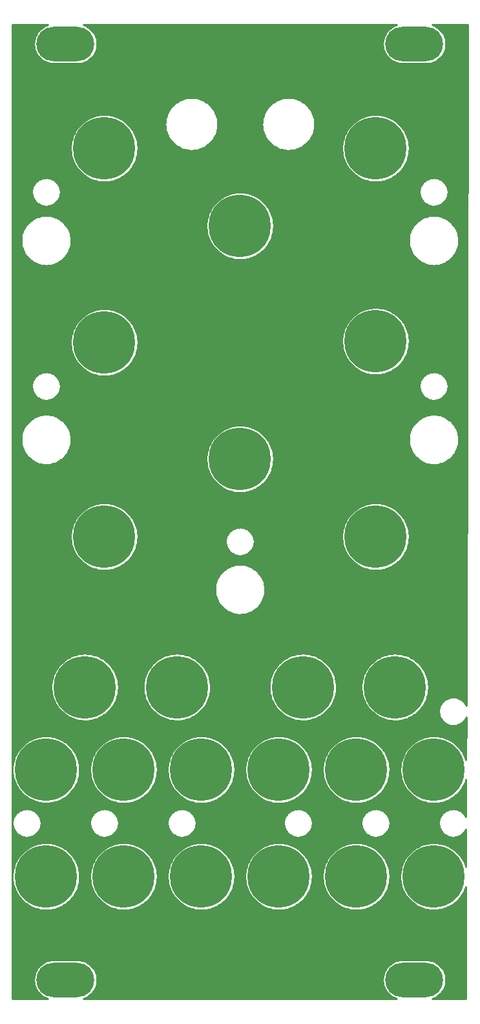
<source format=gbl>
G04 DipTrace 3.3.0.0*
G04 pachinko_panel.GBL*
%MOIN*%
G04 #@! TF.FileFunction,Copper,L2,Bot*
G04 #@! TF.Part,Single*
G04 #@! TA.AperFunction,CopperBalancing*
%ADD14C,0.009*%
G04 #@! TA.AperFunction,ComponentPad*
%ADD26C,0.32*%
%ADD27O,0.299213X0.177165*%
%FSLAX26Y26*%
G04*
G70*
G90*
G75*
G01*
G04 Bottom*
%LPD*%
X415424Y5420647D2*
D14*
X575713D1*
X802319D2*
X2375713D1*
X2602319D2*
X2762554D1*
X415424Y5411778D2*
X562810D1*
X815222D2*
X2362810D1*
X2615222D2*
X2762537D1*
X415424Y5402909D2*
X553142D1*
X824890D2*
X2353142D1*
X2624890D2*
X2762520D1*
X415424Y5394041D2*
X545566D1*
X832466D2*
X2345566D1*
X2632466D2*
X2762501D1*
X415424Y5385172D2*
X539520D1*
X838512D2*
X2339520D1*
X2638512D2*
X2762484D1*
X415424Y5376303D2*
X534720D1*
X843311D2*
X2334720D1*
X2643311D2*
X2762466D1*
X415424Y5367434D2*
X530958D1*
X847073D2*
X2330958D1*
X2647073D2*
X2762449D1*
X415424Y5358566D2*
X528146D1*
X849886D2*
X2328146D1*
X2649886D2*
X2762432D1*
X415424Y5349697D2*
X526194D1*
X851837D2*
X2326194D1*
X2651837D2*
X2762413D1*
X415424Y5340828D2*
X525034D1*
X852997D2*
X2325034D1*
X2652997D2*
X2762396D1*
X415424Y5331959D2*
X524648D1*
X853383D2*
X2324648D1*
X2653383D2*
X2762378D1*
X415424Y5323091D2*
X525034D1*
X852997D2*
X2325034D1*
X2652997D2*
X2762361D1*
X415424Y5314222D2*
X526213D1*
X851819D2*
X2326213D1*
X2651819D2*
X2762344D1*
X415424Y5305353D2*
X528181D1*
X849850D2*
X2328181D1*
X2649850D2*
X2762325D1*
X415424Y5296484D2*
X531012D1*
X847020D2*
X2331012D1*
X2647020D2*
X2762308D1*
X415424Y5287615D2*
X534773D1*
X843259D2*
X2334773D1*
X2643259D2*
X2762290D1*
X415424Y5278747D2*
X539589D1*
X838442D2*
X2339589D1*
X2638442D2*
X2762273D1*
X415424Y5269878D2*
X545654D1*
X832378D2*
X2345654D1*
X2632378D2*
X2762256D1*
X415424Y5261009D2*
X553248D1*
X824783D2*
X2353248D1*
X2624783D2*
X2762238D1*
X415424Y5252140D2*
X562950D1*
X815081D2*
X2362950D1*
X2615081D2*
X2762220D1*
X415424Y5243272D2*
X575924D1*
X802108D2*
X2375924D1*
X2602108D2*
X2762202D1*
X415424Y5234403D2*
X596016D1*
X782016D2*
X2396016D1*
X2582016D2*
X2762185D1*
X415424Y5225534D2*
X2762168D1*
X415424Y5216665D2*
X2762150D1*
X415424Y5207797D2*
X2762133D1*
X415424Y5198928D2*
X2762114D1*
X415424Y5190059D2*
X2762097D1*
X415424Y5181190D2*
X2762080D1*
X415424Y5172322D2*
X2762062D1*
X415424Y5163453D2*
X2762045D1*
X415424Y5154584D2*
X2762026D1*
X415424Y5145715D2*
X2762009D1*
X415424Y5136846D2*
X2761992D1*
X415424Y5127978D2*
X2761974D1*
X415424Y5119109D2*
X2761957D1*
X415424Y5110240D2*
X2761938D1*
X415424Y5101371D2*
X2761921D1*
X415424Y5092503D2*
X2761904D1*
X415424Y5083634D2*
X2761886D1*
X415424Y5074765D2*
X2761869D1*
X415424Y5065896D2*
X2761852D1*
X415424Y5057028D2*
X2761833D1*
X415424Y5048159D2*
X1293849D1*
X1384190D2*
X1793841D1*
X1884182D2*
X2761816D1*
X415424Y5039290D2*
X1273529D1*
X1404510D2*
X1773521D1*
X1904503D2*
X2761798D1*
X415424Y5030421D2*
X1259202D1*
X1418819D2*
X1759213D1*
X1918829D2*
X2761781D1*
X415424Y5021552D2*
X1247988D1*
X1430051D2*
X1747980D1*
X1930043D2*
X2761764D1*
X415424Y5012684D2*
X1238794D1*
X1439227D2*
X1738804D1*
X1939238D2*
X2761745D1*
X415424Y5003815D2*
X1231130D1*
X1446909D2*
X1731122D1*
X1946902D2*
X2761728D1*
X415424Y4994946D2*
X1224661D1*
X1453378D2*
X1724654D1*
X1953370D2*
X2761710D1*
X415424Y4986077D2*
X1219194D1*
X1458827D2*
X1719205D1*
X1958837D2*
X2761693D1*
X415424Y4977209D2*
X1214625D1*
X1463415D2*
X1714617D1*
X1963407D2*
X2761676D1*
X415424Y4968340D2*
X1210810D1*
X1467211D2*
X1710820D1*
X1967222D2*
X2761657D1*
X415424Y4959471D2*
X834709D1*
X943314D2*
X1207734D1*
X1470306D2*
X1707726D1*
X1970298D2*
X2234718D1*
X2343323D2*
X2761640D1*
X415424Y4950602D2*
X812560D1*
X965462D2*
X1205290D1*
X1472731D2*
X1705301D1*
X1972741D2*
X2212570D1*
X2365471D2*
X2761622D1*
X415424Y4941734D2*
X796424D1*
X981598D2*
X1203497D1*
X1474542D2*
X1703490D1*
X1974534D2*
X2196433D1*
X2381608D2*
X2761605D1*
X415424Y4932865D2*
X783486D1*
X994554D2*
X1202302D1*
X1475738D2*
X1702294D1*
X1975730D2*
X2183478D1*
X2394546D2*
X2761588D1*
X415424Y4923996D2*
X772657D1*
X1005382D2*
X1201688D1*
X1476352D2*
X1701680D1*
X1976344D2*
X2172650D1*
X2405374D2*
X2761570D1*
X415424Y4915127D2*
X763377D1*
X1014646D2*
X1201652D1*
X1476387D2*
X1701644D1*
X1976379D2*
X2163386D1*
X2414655D2*
X2761552D1*
X415424Y4906259D2*
X755344D1*
X1022696D2*
X1202197D1*
X1475843D2*
X1702189D1*
X1975835D2*
X2155336D1*
X2422688D2*
X2761534D1*
X415424Y4897390D2*
X748329D1*
X1029710D2*
X1203322D1*
X1474718D2*
X1703314D1*
X1974710D2*
X2148322D1*
X2429702D2*
X2761517D1*
X415424Y4888521D2*
X742177D1*
X1035844D2*
X1205045D1*
X1472995D2*
X1705037D1*
X1972987D2*
X2142188D1*
X2435854D2*
X2761500D1*
X415424Y4879652D2*
X736816D1*
X1041223D2*
X1207400D1*
X1470639D2*
X1707392D1*
X1970631D2*
X2136808D1*
X2441215D2*
X2761482D1*
X415424Y4870783D2*
X732122D1*
X1045917D2*
X1210406D1*
X1467634D2*
X1710398D1*
X1967626D2*
X2132114D1*
X2445909D2*
X2761465D1*
X415424Y4861915D2*
X728062D1*
X1049978D2*
X1214114D1*
X1463924D2*
X1714106D1*
X1963917D2*
X2128054D1*
X2449970D2*
X2761446D1*
X415424Y4853046D2*
X724581D1*
X1053440D2*
X1218597D1*
X1459442D2*
X1718589D1*
X1959434D2*
X2124592D1*
X2453450D2*
X2761429D1*
X415424Y4844177D2*
X721646D1*
X1056375D2*
X1223941D1*
X1454098D2*
X1723933D1*
X1954091D2*
X2121656D1*
X2456386D2*
X2761412D1*
X415424Y4835308D2*
X719238D1*
X1058802D2*
X1230269D1*
X1447770D2*
X1730261D1*
X1947762D2*
X2119230D1*
X2458794D2*
X2761394D1*
X415424Y4826440D2*
X717304D1*
X1060718D2*
X1237774D1*
X1440247D2*
X1737785D1*
X1940256D2*
X2117314D1*
X2460727D2*
X2761377D1*
X415424Y4817571D2*
X715862D1*
X1062176D2*
X1246757D1*
X1431282D2*
X1746749D1*
X1931274D2*
X2115856D1*
X2462169D2*
X2761358D1*
X415424Y4808702D2*
X714878D1*
X1063161D2*
X1257690D1*
X1420348D2*
X1757684D1*
X1920340D2*
X2114870D1*
X2463154D2*
X2761341D1*
X415424Y4799833D2*
X714352D1*
X1063671D2*
X1271525D1*
X1406497D2*
X1771534D1*
X1906507D2*
X2114361D1*
X2463680D2*
X2761324D1*
X415424Y4790965D2*
X714281D1*
X1063741D2*
X1290773D1*
X1387249D2*
X1790782D1*
X1887259D2*
X2114290D1*
X2463751D2*
X2761306D1*
X415424Y4782096D2*
X714668D1*
X1063371D2*
X2114660D1*
X2463364D2*
X2761289D1*
X415424Y4773227D2*
X715512D1*
X1062528D2*
X2115504D1*
X2462520D2*
X2761272D1*
X415424Y4764358D2*
X716812D1*
X1061227D2*
X2116804D1*
X2461219D2*
X2761253D1*
X415424Y4755490D2*
X718570D1*
X1059451D2*
X2118580D1*
X2459462D2*
X2761236D1*
X415424Y4746621D2*
X720837D1*
X1057184D2*
X2120848D1*
X2457194D2*
X2761218D1*
X415424Y4737752D2*
X723614D1*
X1054424D2*
X2123606D1*
X2454417D2*
X2761201D1*
X415424Y4728883D2*
X726920D1*
X1051119D2*
X2126912D1*
X2451112D2*
X2761184D1*
X415424Y4720014D2*
X730786D1*
X1047235D2*
X2130797D1*
X2447245D2*
X2761165D1*
X415424Y4711146D2*
X735269D1*
X1042753D2*
X2135278D1*
X2442762D2*
X2761148D1*
X415424Y4702277D2*
X740437D1*
X1037602D2*
X2140429D1*
X2437594D2*
X2761130D1*
X415424Y4693408D2*
X746325D1*
X1031714D2*
X2146318D1*
X2431706D2*
X2761113D1*
X415424Y4684539D2*
X753058D1*
X1024982D2*
X2153050D1*
X2424974D2*
X2761096D1*
X415424Y4675671D2*
X760757D1*
X1017282D2*
X2160749D1*
X2417274D2*
X2761077D1*
X415424Y4666802D2*
X769617D1*
X1008423D2*
X2169609D1*
X2408415D2*
X2761060D1*
X415424Y4657933D2*
X779900D1*
X998122D2*
X2179909D1*
X2398131D2*
X2761042D1*
X415424Y4649064D2*
X792117D1*
X985923D2*
X2192109D1*
X2385915D2*
X2761025D1*
X415424Y4640196D2*
X568260D1*
X609786D2*
X807076D1*
X970946D2*
X2207085D1*
X2370955D2*
X2568245D1*
X2609772D2*
X2761008D1*
X415424Y4631327D2*
X548378D1*
X629650D2*
X826798D1*
X951223D2*
X2226808D1*
X2351234D2*
X2548382D1*
X2629654D2*
X2760990D1*
X415424Y4622458D2*
X537076D1*
X640951D2*
X859916D1*
X918123D2*
X2259908D1*
X2318115D2*
X2537080D1*
X2640955D2*
X2760972D1*
X415424Y4613589D2*
X529165D1*
X648862D2*
X2529169D1*
X2648866D2*
X2760954D1*
X415424Y4604720D2*
X523417D1*
X654610D2*
X2523421D1*
X2654614D2*
X2760937D1*
X415424Y4595852D2*
X519269D1*
X658776D2*
X2519256D1*
X2658762D2*
X2760920D1*
X415424Y4586983D2*
X516438D1*
X661606D2*
X2516425D1*
X2661592D2*
X2760902D1*
X415424Y4578114D2*
X514786D1*
X663259D2*
X2514773D1*
X2663245D2*
X2760885D1*
X415424Y4569245D2*
X514224D1*
X663822D2*
X2514210D1*
X2663807D2*
X2760866D1*
X415424Y4560377D2*
X514717D1*
X663311D2*
X1537605D1*
X1640427D2*
X2514720D1*
X2663315D2*
X2760849D1*
X415424Y4551508D2*
X516316D1*
X661711D2*
X1514472D1*
X1663559D2*
X2516320D1*
X2661715D2*
X2760832D1*
X415424Y4542639D2*
X519076D1*
X658951D2*
X1497896D1*
X1680135D2*
X2519080D1*
X2658955D2*
X2760814D1*
X415424Y4533770D2*
X523172D1*
X654874D2*
X1484694D1*
X1693337D2*
X2523157D1*
X2654860D2*
X2760797D1*
X415424Y4524902D2*
X528832D1*
X649196D2*
X1473673D1*
X1704358D2*
X2528836D1*
X2649199D2*
X2760778D1*
X415424Y4516033D2*
X536601D1*
X641427D2*
X1464269D1*
X1713762D2*
X2536605D1*
X2641430D2*
X2760761D1*
X415424Y4507164D2*
X547676D1*
X630352D2*
X1456113D1*
X1721919D2*
X2547680D1*
X2630356D2*
X2760744D1*
X415424Y4498295D2*
X566677D1*
X611350D2*
X1448993D1*
X1729038D2*
X2566681D1*
X2611354D2*
X2760726D1*
X415424Y4489427D2*
X1442772D1*
X1735260D2*
X2760709D1*
X415424Y4480558D2*
X1437322D1*
X1740710D2*
X2760690D1*
X415424Y4471689D2*
X1432576D1*
X1745455D2*
X2760673D1*
X415424Y4462820D2*
X1428445D1*
X1749587D2*
X2760656D1*
X415424Y4453951D2*
X1424912D1*
X1753119D2*
X2760638D1*
X415424Y4445083D2*
X557924D1*
X620104D2*
X1421924D1*
X1756108D2*
X2557928D1*
X2620108D2*
X2760621D1*
X415424Y4436214D2*
X532717D1*
X645311D2*
X1419462D1*
X1758570D2*
X2532720D1*
X2645315D2*
X2760604D1*
X415424Y4427345D2*
X516913D1*
X661114D2*
X1417476D1*
X1760555D2*
X2516917D1*
X2661118D2*
X2760585D1*
X415424Y4418476D2*
X504978D1*
X673050D2*
X1415982D1*
X1762050D2*
X2504982D1*
X2673054D2*
X2760568D1*
X415424Y4409608D2*
X495398D1*
X682630D2*
X1414962D1*
X1763070D2*
X2495402D1*
X2682634D2*
X2760550D1*
X415424Y4400739D2*
X487488D1*
X690539D2*
X1414382D1*
X1763650D2*
X2487492D1*
X2690543D2*
X2760533D1*
X415424Y4391870D2*
X480896D1*
X697131D2*
X1414277D1*
X1763755D2*
X2480900D1*
X2697135D2*
X2760516D1*
X415424Y4383001D2*
X475377D1*
X702651D2*
X1414610D1*
X1763421D2*
X2475381D1*
X2702655D2*
X2760497D1*
X415424Y4374133D2*
X470789D1*
X707239D2*
X1415402D1*
X1762630D2*
X2470793D1*
X2707243D2*
X2760480D1*
X415424Y4365264D2*
X467009D1*
X711018D2*
X1416650D1*
X1761382D2*
X2467013D1*
X2711022D2*
X2760462D1*
X415424Y4356395D2*
X463986D1*
X714042D2*
X1418373D1*
X1759659D2*
X2463990D1*
X2714046D2*
X2760445D1*
X415424Y4347526D2*
X461665D1*
X716379D2*
X1420588D1*
X1757444D2*
X2461652D1*
X2716366D2*
X2760428D1*
X415424Y4338657D2*
X459978D1*
X718050D2*
X1423312D1*
X1754719D2*
X2459982D1*
X2718054D2*
X2760409D1*
X415424Y4329789D2*
X458941D1*
X719104D2*
X1426546D1*
X1751486D2*
X2458928D1*
X2719091D2*
X2760392D1*
X415424Y4320920D2*
X458501D1*
X719526D2*
X1430361D1*
X1747671D2*
X2458505D1*
X2719530D2*
X2760374D1*
X415424Y4312051D2*
X458677D1*
X719367D2*
X1434790D1*
X1743241D2*
X2458664D1*
X2719354D2*
X2760357D1*
X415424Y4303182D2*
X459450D1*
X718577D2*
X1439870D1*
X1738161D2*
X2459454D1*
X2718581D2*
X2760340D1*
X415424Y4294314D2*
X460857D1*
X717171D2*
X1445689D1*
X1732343D2*
X2460861D1*
X2717175D2*
X2760322D1*
X415424Y4285445D2*
X462913D1*
X715131D2*
X1452316D1*
X1725715D2*
X2462900D1*
X2715118D2*
X2760304D1*
X415424Y4276576D2*
X465621D1*
X712407D2*
X1459909D1*
X1718122D2*
X2465625D1*
X2712411D2*
X2760286D1*
X415424Y4267707D2*
X469066D1*
X708962D2*
X1468646D1*
X1709386D2*
X2469070D1*
X2708966D2*
X2760269D1*
X415424Y4258839D2*
X473302D1*
X704726D2*
X1478772D1*
X1699260D2*
X2473306D1*
X2704730D2*
X2760252D1*
X415424Y4249970D2*
X478400D1*
X699627D2*
X1490760D1*
X1687272D2*
X2478404D1*
X2699631D2*
X2760234D1*
X415424Y4241101D2*
X484517D1*
X693510D2*
X1505385D1*
X1672647D2*
X2484521D1*
X2693514D2*
X2760217D1*
X415424Y4232232D2*
X491812D1*
X686215D2*
X1524457D1*
X1653575D2*
X2491816D1*
X2686219D2*
X2760198D1*
X415424Y4223364D2*
X500618D1*
X677409D2*
X1554866D1*
X1623165D2*
X2500622D1*
X2677413D2*
X2760181D1*
X415424Y4214495D2*
X511429D1*
X666598D2*
X2511433D1*
X2666602D2*
X2760164D1*
X415424Y4205626D2*
X525298D1*
X652747D2*
X2525285D1*
X2652734D2*
X2760146D1*
X415424Y4196757D2*
X545021D1*
X633007D2*
X2545025D1*
X2633010D2*
X2760129D1*
X415424Y4187888D2*
X2760110D1*
X415424Y4179020D2*
X2760093D1*
X415424Y4170151D2*
X2760076D1*
X415424Y4161282D2*
X2760058D1*
X415424Y4152413D2*
X2760041D1*
X415424Y4143545D2*
X2760022D1*
X415424Y4134676D2*
X2760005D1*
X415424Y4125807D2*
X2759988D1*
X415424Y4116938D2*
X2759970D1*
X415424Y4108070D2*
X2759970D1*
X415424Y4099201D2*
X2759953D1*
X415424Y4090332D2*
X2759936D1*
X415424Y4081463D2*
X2759917D1*
X415424Y4072594D2*
X2759900D1*
X415424Y4063726D2*
X2759882D1*
X415424Y4054857D2*
X2759865D1*
X415424Y4045988D2*
X2759848D1*
X415424Y4037119D2*
X2759829D1*
X415424Y4028251D2*
X2759812D1*
X415424Y4019382D2*
X2759794D1*
X415424Y4010513D2*
X2759777D1*
X415424Y4001644D2*
X2759760D1*
X415424Y3992776D2*
X2759741D1*
X415424Y3983907D2*
X2759724D1*
X415424Y3975038D2*
X2759706D1*
X415424Y3966169D2*
X863818D1*
X914222D2*
X2236125D1*
X2341899D2*
X2759689D1*
X415424Y3957301D2*
X828398D1*
X949623D2*
X2213501D1*
X2364522D2*
X2759672D1*
X415424Y3948432D2*
X808218D1*
X969803D2*
X2197154D1*
X2380870D2*
X2759654D1*
X415424Y3939563D2*
X793013D1*
X985008D2*
X2184076D1*
X2393948D2*
X2759636D1*
X415424Y3930694D2*
X780656D1*
X997366D2*
X2173160D1*
X2404882D2*
X2759618D1*
X415424Y3921825D2*
X770249D1*
X1007772D2*
X2163808D1*
X2414215D2*
X2759601D1*
X415424Y3912957D2*
X761302D1*
X1016719D2*
X2155722D1*
X2422302D2*
X2759584D1*
X415424Y3904088D2*
X753533D1*
X1024490D2*
X2148656D1*
X2429367D2*
X2759566D1*
X415424Y3895219D2*
X746748D1*
X1031291D2*
X2142469D1*
X2435555D2*
X2759549D1*
X415424Y3886350D2*
X740806D1*
X1037234D2*
X2137072D1*
X2440970D2*
X2759530D1*
X415424Y3877482D2*
X735604D1*
X1042436D2*
X2132344D1*
X2445680D2*
X2759513D1*
X415424Y3868613D2*
X731068D1*
X1046954D2*
X2128248D1*
X2449776D2*
X2759496D1*
X415424Y3859744D2*
X727165D1*
X1050874D2*
X2124749D1*
X2453291D2*
X2759478D1*
X415424Y3850875D2*
X723808D1*
X1054214D2*
X2121778D1*
X2456245D2*
X2759461D1*
X415424Y3842007D2*
X721013D1*
X1057026D2*
X2119336D1*
X2458688D2*
X2759442D1*
X415424Y3833138D2*
X718710D1*
X1059311D2*
X2117385D1*
X2460639D2*
X2759425D1*
X415424Y3824269D2*
X716900D1*
X1061122D2*
X2115925D1*
X2462115D2*
X2759408D1*
X415424Y3815400D2*
X715581D1*
X1062458D2*
X2114924D1*
X2463118D2*
X2759390D1*
X415424Y3806531D2*
X714702D1*
X1063319D2*
X2114361D1*
X2463663D2*
X2759373D1*
X415424Y3797663D2*
X714298D1*
X1063741D2*
X2114273D1*
X2463751D2*
X2759356D1*
X415424Y3788794D2*
X714333D1*
X1063706D2*
X2114642D1*
X2463399D2*
X2759337D1*
X415424Y3779925D2*
X714825D1*
X1063196D2*
X2115450D1*
X2462591D2*
X2759320D1*
X415424Y3771056D2*
X715774D1*
X1062247D2*
X2116734D1*
X2461307D2*
X2759302D1*
X415424Y3762188D2*
X717198D1*
X1060840D2*
X2118474D1*
X2459550D2*
X2759285D1*
X415424Y3753319D2*
X719080D1*
X1058942D2*
X2120706D1*
X2457318D2*
X2759268D1*
X415424Y3744450D2*
X721470D1*
X1056570D2*
X2123466D1*
X2454575D2*
X2759249D1*
X415424Y3735581D2*
X724370D1*
X1053669D2*
X2126736D1*
X2451287D2*
X2759232D1*
X415424Y3726713D2*
X727816D1*
X1050223D2*
X2130585D1*
X2447455D2*
X2759214D1*
X415424Y3717844D2*
X731824D1*
X1046198D2*
X2135033D1*
X2442991D2*
X2759197D1*
X415424Y3708975D2*
X736482D1*
X1041558D2*
X2140148D1*
X2437875D2*
X2759180D1*
X415424Y3700106D2*
X741808D1*
X1036231D2*
X2146001D1*
X2432022D2*
X2759161D1*
X415424Y3691238D2*
X747890D1*
X1030150D2*
X2152681D1*
X2425343D2*
X2759144D1*
X415424Y3682369D2*
X754833D1*
X1023188D2*
X2160328D1*
X2417696D2*
X2759126D1*
X415424Y3673500D2*
X762797D1*
X1015226D2*
X2169134D1*
X2408907D2*
X2759109D1*
X415424Y3664631D2*
X771990D1*
X1006050D2*
X2179348D1*
X2398676D2*
X2759092D1*
X415424Y3655762D2*
X782694D1*
X995327D2*
X2191441D1*
X2386600D2*
X2759073D1*
X415424Y3646894D2*
X795474D1*
X982566D2*
X2206241D1*
X2371799D2*
X2759056D1*
X415424Y3638025D2*
X561685D1*
X616360D2*
X811348D1*
X966692D2*
X2225630D1*
X2352411D2*
X2561672D1*
X2616346D2*
X2759038D1*
X415424Y3629156D2*
X545180D1*
X632866D2*
X832898D1*
X945123D2*
X2257306D1*
X2320718D2*
X2545165D1*
X2632852D2*
X2759021D1*
X415424Y3620287D2*
X534896D1*
X643131D2*
X881344D1*
X896678D2*
X2534900D1*
X2643135D2*
X2759004D1*
X415424Y3611419D2*
X527584D1*
X650444D2*
X2527588D1*
X2650448D2*
X2758986D1*
X415424Y3602550D2*
X522257D1*
X655770D2*
X2522261D1*
X2655774D2*
X2758969D1*
X415424Y3593681D2*
X518461D1*
X659585D2*
X2518446D1*
X2659571D2*
X2758950D1*
X415424Y3584812D2*
X515929D1*
X662098D2*
X2515933D1*
X2662102D2*
X2758933D1*
X415424Y3575944D2*
X514541D1*
X663487D2*
X2514545D1*
X2663491D2*
X2758916D1*
X415424Y3567075D2*
X514241D1*
X663786D2*
X2514245D1*
X2663790D2*
X2758898D1*
X415424Y3558206D2*
X515016D1*
X663012D2*
X2515020D1*
X2663016D2*
X2758881D1*
X415424Y3549337D2*
X516878D1*
X661150D2*
X2516882D1*
X2661154D2*
X2758862D1*
X415424Y3540469D2*
X519954D1*
X658073D2*
X2519958D1*
X2658077D2*
X2758845D1*
X415424Y3531600D2*
X524385D1*
X653643D2*
X2524388D1*
X2653647D2*
X2758828D1*
X415424Y3522731D2*
X530501D1*
X647526D2*
X2530505D1*
X2647530D2*
X2758810D1*
X415424Y3513862D2*
X538938D1*
X639106D2*
X2538925D1*
X2639092D2*
X2758793D1*
X415424Y3504993D2*
X551209D1*
X626819D2*
X2551213D1*
X2626823D2*
X2758774D1*
X415424Y3496125D2*
X575958D1*
X602087D2*
X2575945D1*
X2602073D2*
X2758757D1*
X415424Y3487256D2*
X2758740D1*
X415424Y3478387D2*
X2758722D1*
X415424Y3469518D2*
X2758705D1*
X415424Y3460650D2*
X2758688D1*
X415424Y3451781D2*
X2758669D1*
X415424Y3442912D2*
X2758652D1*
X415424Y3434043D2*
X2758634D1*
X415424Y3425175D2*
X2758617D1*
X415424Y3416306D2*
X545109D1*
X632919D2*
X2545113D1*
X2632923D2*
X2758600D1*
X415424Y3407437D2*
X525352D1*
X652676D2*
X2525356D1*
X2652680D2*
X2758581D1*
X415424Y3398568D2*
X511482D1*
X666546D2*
X2511486D1*
X2666550D2*
X2758564D1*
X415424Y3389699D2*
X500654D1*
X677374D2*
X2500657D1*
X2677378D2*
X2758546D1*
X415424Y3380831D2*
X491848D1*
X686180D2*
X2491852D1*
X2686184D2*
X2758529D1*
X415424Y3371962D2*
X484534D1*
X693493D2*
X2484538D1*
X2693497D2*
X2758512D1*
X415424Y3363093D2*
X478417D1*
X699610D2*
X1547625D1*
X1630407D2*
X2478421D1*
X2699614D2*
X2758493D1*
X415424Y3354224D2*
X473320D1*
X704707D2*
X1520589D1*
X1657442D2*
X2473324D1*
X2704711D2*
X2758476D1*
X415424Y3345356D2*
X469084D1*
X708944D2*
X1502537D1*
X1675495D2*
X2469088D1*
X2708948D2*
X2758458D1*
X415424Y3336487D2*
X465638D1*
X712390D2*
X1488474D1*
X1689558D2*
X2465642D1*
X2712394D2*
X2758441D1*
X415424Y3327618D2*
X462913D1*
X715114D2*
X1476856D1*
X1701176D2*
X2462917D1*
X2715118D2*
X2758424D1*
X415424Y3318749D2*
X460874D1*
X717171D2*
X1466993D1*
X1711038D2*
X2460861D1*
X2717157D2*
X2758406D1*
X415424Y3309881D2*
X459450D1*
X718577D2*
X1458486D1*
X1719546D2*
X2459454D1*
X2718581D2*
X2758388D1*
X415424Y3301012D2*
X458677D1*
X719350D2*
X1451085D1*
X1726946D2*
X2458681D1*
X2719354D2*
X2758370D1*
X415424Y3292143D2*
X458501D1*
X719526D2*
X1444600D1*
X1733432D2*
X2458505D1*
X2719530D2*
X2758353D1*
X415424Y3283274D2*
X458924D1*
X719104D2*
X1438921D1*
X1739110D2*
X2458928D1*
X2719108D2*
X2758336D1*
X415424Y3274406D2*
X459978D1*
X718050D2*
X1433965D1*
X1744067D2*
X2459982D1*
X2718054D2*
X2758318D1*
X415424Y3265537D2*
X461648D1*
X716379D2*
X1429640D1*
X1748391D2*
X2461652D1*
X2716383D2*
X2758301D1*
X415424Y3256668D2*
X463986D1*
X714042D2*
X1425932D1*
X1752100D2*
X2463990D1*
X2714046D2*
X2758282D1*
X415424Y3247799D2*
X467009D1*
X711035D2*
X1422785D1*
X1755247D2*
X2466996D1*
X2711022D2*
X2758265D1*
X415424Y3238930D2*
X470772D1*
X707256D2*
X1420165D1*
X1757866D2*
X2470774D1*
X2707260D2*
X2758248D1*
X415424Y3230062D2*
X475358D1*
X702669D2*
X1418038D1*
X1759993D2*
X2475362D1*
X2702672D2*
X2758230D1*
X415424Y3221193D2*
X480878D1*
X697167D2*
X1416386D1*
X1761646D2*
X2480865D1*
X2697154D2*
X2758213D1*
X415424Y3212324D2*
X487470D1*
X690575D2*
X1415226D1*
X1762806D2*
X2487457D1*
X2690562D2*
X2758194D1*
X415424Y3203455D2*
X495362D1*
X682665D2*
X1414505D1*
X1763526D2*
X2495366D1*
X2682669D2*
X2758177D1*
X415424Y3194587D2*
X504942D1*
X673085D2*
X1414260D1*
X1763772D2*
X2504946D1*
X2673089D2*
X2758160D1*
X415424Y3185718D2*
X516878D1*
X661167D2*
X1414453D1*
X1763579D2*
X2516865D1*
X2661154D2*
X2758142D1*
X415424Y3176849D2*
X532646D1*
X645382D2*
X1415104D1*
X1762928D2*
X2532650D1*
X2645386D2*
X2758125D1*
X415424Y3167980D2*
X557801D1*
X620245D2*
X1416210D1*
X1761822D2*
X2557786D1*
X2620231D2*
X2758106D1*
X415424Y3159112D2*
X1417793D1*
X1760239D2*
X2758089D1*
X415424Y3150243D2*
X1419849D1*
X1758182D2*
X2758072D1*
X415424Y3141374D2*
X1422416D1*
X1755615D2*
X2758054D1*
X415424Y3132505D2*
X1425492D1*
X1752539D2*
X2758037D1*
X415424Y3123636D2*
X1429130D1*
X1748902D2*
X2758020D1*
X415424Y3114768D2*
X1433366D1*
X1744665D2*
X2758001D1*
X415424Y3105899D2*
X1438236D1*
X1739795D2*
X2757984D1*
X415424Y3097030D2*
X1443825D1*
X1734206D2*
X2757966D1*
X415424Y3088161D2*
X1450189D1*
X1727843D2*
X2757949D1*
X415424Y3079293D2*
X1457484D1*
X1720547D2*
X2757932D1*
X415424Y3070424D2*
X1465833D1*
X1712198D2*
X2757913D1*
X415424Y3061555D2*
X1475501D1*
X1702530D2*
X2757896D1*
X415424Y3052686D2*
X1486857D1*
X1691175D2*
X2757878D1*
X415424Y3043818D2*
X1500550D1*
X1677482D2*
X2757861D1*
X415424Y3034949D2*
X1517936D1*
X1660096D2*
X2757844D1*
X415424Y3026080D2*
X1543125D1*
X1634907D2*
X2757825D1*
X415424Y3017211D2*
X2757808D1*
X415424Y3008343D2*
X2757790D1*
X415424Y2999474D2*
X2757773D1*
X415424Y2990605D2*
X2757756D1*
X415424Y2981736D2*
X2757738D1*
X415424Y2972867D2*
X2757720D1*
X415424Y2963999D2*
X851601D1*
X926421D2*
X2251610D1*
X2326430D2*
X2757702D1*
X415424Y2955130D2*
X822773D1*
X955249D2*
X2222782D1*
X2355259D2*
X2757685D1*
X415424Y2946261D2*
X804157D1*
X973864D2*
X2204168D1*
X2373874D2*
X2757668D1*
X415424Y2937392D2*
X789778D1*
X988260D2*
X2189772D1*
X2388253D2*
X2757650D1*
X415424Y2928524D2*
X777949D1*
X1000073D2*
X2177958D1*
X2400083D2*
X2757633D1*
X415424Y2919655D2*
X767946D1*
X1010092D2*
X2167938D1*
X2410085D2*
X2757614D1*
X415424Y2910786D2*
X759298D1*
X1018723D2*
X2159308D1*
X2418734D2*
X2757597D1*
X415424Y2901917D2*
X751793D1*
X1026247D2*
X2151785D1*
X2426239D2*
X2757580D1*
X415424Y2893049D2*
X745218D1*
X1032822D2*
X2145210D1*
X2432814D2*
X2757562D1*
X415424Y2884180D2*
X739470D1*
X1038570D2*
X2139462D1*
X2438562D2*
X2757545D1*
X415424Y2875311D2*
X734425D1*
X1043596D2*
X2134436D1*
X2443606D2*
X2757526D1*
X415424Y2866442D2*
X730066D1*
X1047974D2*
X2130058D1*
X2447966D2*
X2757509D1*
X415424Y2857573D2*
X726286D1*
X1051735D2*
X2126297D1*
X2451745D2*
X2757492D1*
X415424Y2848705D2*
X723088D1*
X1054951D2*
X2123080D1*
X2454944D2*
X2757474D1*
X415424Y2839836D2*
X720398D1*
X1057623D2*
X1567013D1*
X1611018D2*
X2120408D1*
X2457634D2*
X2757457D1*
X415424Y2830967D2*
X718236D1*
X1059803D2*
X1547836D1*
X1630196D2*
X2118228D1*
X2459795D2*
X2757438D1*
X415424Y2822098D2*
X716530D1*
X1061491D2*
X1536709D1*
X1641323D2*
X2116541D1*
X2461501D2*
X2757421D1*
X415424Y2813230D2*
X715318D1*
X1062703D2*
X1528904D1*
X1649127D2*
X2115328D1*
X2462714D2*
X2757404D1*
X415424Y2804361D2*
X714562D1*
X1063459D2*
X1523209D1*
X1654823D2*
X2114572D1*
X2463470D2*
X2757386D1*
X415424Y2795492D2*
X714264D1*
X1063776D2*
X1519130D1*
X1658902D2*
X2114256D1*
X2463768D2*
X2757369D1*
X415424Y2786623D2*
X714421D1*
X1063618D2*
X1516353D1*
X1661678D2*
X2114413D1*
X2463610D2*
X2757352D1*
X415424Y2777755D2*
X715020D1*
X1063020D2*
X1514736D1*
X1663295D2*
X2115012D1*
X2463012D2*
X2757333D1*
X415424Y2768886D2*
X716073D1*
X1061948D2*
X1514209D1*
X1663823D2*
X2116084D1*
X2461958D2*
X2757316D1*
X415424Y2760017D2*
X717621D1*
X1060419D2*
X1514772D1*
X1663260D2*
X2117613D1*
X2460411D2*
X2757298D1*
X415424Y2751148D2*
X719625D1*
X1058415D2*
X1516406D1*
X1661626D2*
X2119617D1*
X2458407D2*
X2757281D1*
X415424Y2742280D2*
X722138D1*
X1055902D2*
X1519218D1*
X1658814D2*
X2122130D1*
X2455894D2*
X2757264D1*
X415424Y2733411D2*
X725161D1*
X1052878D2*
X1523366D1*
X1654665D2*
X2125154D1*
X2452870D2*
X2757245D1*
X415424Y2724542D2*
X728748D1*
X1049291D2*
X1529097D1*
X1648934D2*
X2128740D1*
X2449283D2*
X2757228D1*
X415424Y2715673D2*
X732913D1*
X1045126D2*
X1536972D1*
X1641059D2*
X2132906D1*
X2445118D2*
X2757210D1*
X415424Y2706804D2*
X737713D1*
X1040327D2*
X1548222D1*
X1629810D2*
X2137705D1*
X2440319D2*
X2757193D1*
X415424Y2697936D2*
X743214D1*
X1034807D2*
X1567892D1*
X1610139D2*
X2143224D1*
X2434818D2*
X2757176D1*
X415424Y2689067D2*
X749508D1*
X1028531D2*
X2149500D1*
X2428524D2*
X2757157D1*
X415424Y2680198D2*
X756697D1*
X1021343D2*
X2156689D1*
X2421335D2*
X2757140D1*
X415424Y2671329D2*
X764924D1*
X1013098D2*
X2164933D1*
X2413108D2*
X2757122D1*
X415424Y2662461D2*
X774450D1*
X1003589D2*
X2174442D1*
X2403581D2*
X2757105D1*
X415424Y2653592D2*
X785613D1*
X992427D2*
X2185605D1*
X2392419D2*
X2757088D1*
X415424Y2644723D2*
X799008D1*
X979014D2*
X1546324D1*
X1631707D2*
X2199017D1*
X2379024D2*
X2757070D1*
X415424Y2635854D2*
X815917D1*
X962104D2*
X1526109D1*
X1651923D2*
X2215928D1*
X2362114D2*
X2757052D1*
X415424Y2626986D2*
X839858D1*
X938163D2*
X1512046D1*
X1665986D2*
X2239869D1*
X2338172D2*
X2757034D1*
X415424Y2618117D2*
X1501113D1*
X1676919D2*
X2757017D1*
X415424Y2609248D2*
X1492218D1*
X1685814D2*
X2757000D1*
X415424Y2600379D2*
X1484853D1*
X1693178D2*
X2756982D1*
X415424Y2591510D2*
X1478684D1*
X1699348D2*
X2756965D1*
X415424Y2582642D2*
X1473533D1*
X1704499D2*
X2756946D1*
X415424Y2573773D2*
X1469261D1*
X1708770D2*
X2756929D1*
X415424Y2564904D2*
X1465781D1*
X1712251D2*
X2756912D1*
X415424Y2556035D2*
X1463021D1*
X1715010D2*
X2756894D1*
X415424Y2547167D2*
X1460946D1*
X1717085D2*
X2756877D1*
X415424Y2538298D2*
X1459505D1*
X1718526D2*
X2756858D1*
X415424Y2529429D2*
X1458697D1*
X1719335D2*
X2756841D1*
X415424Y2520560D2*
X1458486D1*
X1719546D2*
X2756824D1*
X415424Y2511692D2*
X1458890D1*
X1719142D2*
X2756806D1*
X415424Y2502823D2*
X1459909D1*
X1718122D2*
X2756789D1*
X415424Y2493954D2*
X1461562D1*
X1716470D2*
X2756772D1*
X415424Y2485085D2*
X1463865D1*
X1714167D2*
X2756753D1*
X415424Y2476217D2*
X1466853D1*
X1711178D2*
X2756736D1*
X415424Y2467348D2*
X1470580D1*
X1707451D2*
X2756718D1*
X415424Y2458479D2*
X1475114D1*
X1702917D2*
X2756701D1*
X415424Y2449610D2*
X1480600D1*
X1697432D2*
X2756684D1*
X415424Y2440741D2*
X1487121D1*
X1690911D2*
X2756665D1*
X415424Y2431873D2*
X1494961D1*
X1683071D2*
X2756648D1*
X415424Y2423004D2*
X1504453D1*
X1673579D2*
X2756630D1*
X415424Y2414135D2*
X1516248D1*
X1661783D2*
X2756613D1*
X415424Y2405266D2*
X1531786D1*
X1646245D2*
X2756596D1*
X415424Y2396398D2*
X1556114D1*
X1621917D2*
X2756577D1*
X415424Y2387529D2*
X2756560D1*
X415424Y2378660D2*
X2756542D1*
X415424Y2369791D2*
X2756525D1*
X415424Y2360923D2*
X2756508D1*
X415424Y2352054D2*
X2756490D1*
X415424Y2343185D2*
X2756472D1*
X415424Y2334316D2*
X2756454D1*
X415424Y2325448D2*
X2756437D1*
X415424Y2316579D2*
X2756420D1*
X415424Y2307710D2*
X2756402D1*
X415424Y2298841D2*
X2756385D1*
X415424Y2289972D2*
X2756366D1*
X415424Y2281104D2*
X2756349D1*
X415424Y2272235D2*
X2756332D1*
X415424Y2263366D2*
X2756314D1*
X415424Y2254497D2*
X2756297D1*
X415424Y2245629D2*
X2756278D1*
X415424Y2236760D2*
X2756261D1*
X415424Y2227891D2*
X2756244D1*
X415424Y2219022D2*
X2756226D1*
X415424Y2210154D2*
X2756209D1*
X415424Y2201285D2*
X2756190D1*
X415424Y2192416D2*
X775488D1*
X802547D2*
X1250484D1*
X1277543D2*
X1900488D1*
X1927547D2*
X2375484D1*
X2402543D2*
X2756173D1*
X415424Y2183547D2*
X731929D1*
X846106D2*
X1206925D1*
X1321102D2*
X1856929D1*
X1971106D2*
X2331925D1*
X2446102D2*
X2756156D1*
X415424Y2174678D2*
X710677D1*
X867358D2*
X1185673D1*
X1342354D2*
X1835677D1*
X1992358D2*
X2310673D1*
X2467354D2*
X2756138D1*
X415424Y2165810D2*
X694962D1*
X883073D2*
X1169958D1*
X1358070D2*
X1819962D1*
X2008073D2*
X2294958D1*
X2483070D2*
X2756121D1*
X415424Y2156941D2*
X682272D1*
X895764D2*
X1157268D1*
X1370760D2*
X1807272D1*
X2020764D2*
X2282268D1*
X2495760D2*
X2756104D1*
X415424Y2148072D2*
X671618D1*
X906417D2*
X1146614D1*
X1381413D2*
X1796618D1*
X2031417D2*
X2271614D1*
X2506413D2*
X2756085D1*
X415424Y2139203D2*
X662496D1*
X915539D2*
X1137492D1*
X1390535D2*
X1787496D1*
X2040539D2*
X2262492D1*
X2515535D2*
X2756068D1*
X415424Y2130335D2*
X654568D1*
X923467D2*
X1129564D1*
X1398463D2*
X1779568D1*
X2048467D2*
X2254564D1*
X2523463D2*
X2756050D1*
X415424Y2121466D2*
X647642D1*
X930375D2*
X1122656D1*
X1405390D2*
X1772642D1*
X2055375D2*
X2247656D1*
X2530390D2*
X2756033D1*
X415424Y2112597D2*
X641596D1*
X936440D2*
X1116592D1*
X1411436D2*
X1766596D1*
X2061440D2*
X2241592D1*
X2536436D2*
X2756016D1*
X415424Y2103728D2*
X636286D1*
X941749D2*
X1111282D1*
X1416745D2*
X1761286D1*
X2066749D2*
X2236282D1*
X2541745D2*
X2755997D1*
X415424Y2094860D2*
X631664D1*
X946354D2*
X1106677D1*
X1421367D2*
X1756664D1*
X2071354D2*
X2231677D1*
X2546367D2*
X2755980D1*
X415424Y2085991D2*
X627673D1*
X950362D2*
X1102669D1*
X1425358D2*
X1752673D1*
X2075362D2*
X2227669D1*
X2550358D2*
X2755962D1*
X415424Y2077122D2*
X624245D1*
X953772D2*
X1099260D1*
X1428786D2*
X1749245D1*
X2078772D2*
X2224260D1*
X2553786D2*
X2755945D1*
X415424Y2068253D2*
X621381D1*
X956655D2*
X1096377D1*
X1431651D2*
X1746381D1*
X2081655D2*
X2221377D1*
X2556651D2*
X2755928D1*
X415424Y2059385D2*
X619008D1*
X959028D2*
X1094004D1*
X1434024D2*
X1744008D1*
X2084028D2*
X2219004D1*
X2559024D2*
X2755909D1*
X415424Y2050516D2*
X617126D1*
X960891D2*
X1092140D1*
X1435906D2*
X1742126D1*
X2085891D2*
X2217140D1*
X2560906D2*
X2755892D1*
X415424Y2041647D2*
X615738D1*
X962298D2*
X1090734D1*
X1437294D2*
X1740738D1*
X2087298D2*
X2215734D1*
X2562294D2*
X2755874D1*
X415424Y2032778D2*
X614806D1*
X963230D2*
X1089802D1*
X1438226D2*
X1739806D1*
X2088230D2*
X2214802D1*
X2563226D2*
X2755857D1*
X415424Y2023909D2*
X614332D1*
X963703D2*
X1089328D1*
X1438699D2*
X1739332D1*
X2088703D2*
X2214328D1*
X2563699D2*
X2755840D1*
X415424Y2015041D2*
X614297D1*
X963739D2*
X1089293D1*
X1438735D2*
X1739297D1*
X2088739D2*
X2214293D1*
X2563735D2*
X2755822D1*
X415424Y2006172D2*
X614736D1*
X963299D2*
X1089732D1*
X1438295D2*
X1739736D1*
X2088299D2*
X2214732D1*
X2563295D2*
X2755804D1*
X415424Y1997303D2*
X615614D1*
X962421D2*
X1090610D1*
X1437417D2*
X1740614D1*
X2087421D2*
X2215610D1*
X2562417D2*
X2755786D1*
X415424Y1988434D2*
X616969D1*
X961067D2*
X1091965D1*
X1436063D2*
X1741969D1*
X2086067D2*
X2216965D1*
X2561063D2*
X2755769D1*
X415424Y1979566D2*
X618797D1*
X959239D2*
X1093793D1*
X1434235D2*
X1743797D1*
X2084239D2*
X2218793D1*
X2559235D2*
X2755752D1*
X415424Y1970697D2*
X621100D1*
X956919D2*
X1096113D1*
X1431932D2*
X1746100D1*
X2081919D2*
X2221113D1*
X2556932D2*
X2755734D1*
X415424Y1961828D2*
X623929D1*
X954106D2*
X1098925D1*
X1429102D2*
X1748929D1*
X2079106D2*
X2223925D1*
X2554102D2*
X2658738D1*
X2719283D2*
X2755717D1*
X415424Y1952959D2*
X627286D1*
X950731D2*
X1102301D1*
X1425745D2*
X1752286D1*
X2075731D2*
X2227301D1*
X2550745D2*
X2643550D1*
X2734490D2*
X2755698D1*
X415424Y1944091D2*
X631224D1*
X946811D2*
X1106220D1*
X1421807D2*
X1756224D1*
X2071811D2*
X2231220D1*
X2546807D2*
X2633777D1*
X2744262D2*
X2755681D1*
X415424Y1935222D2*
X635777D1*
X942259D2*
X1110773D1*
X1417255D2*
X1760777D1*
X2067259D2*
X2235773D1*
X2542255D2*
X2626764D1*
X2751259D2*
X2755664D1*
X415424Y1926353D2*
X641016D1*
X937020D2*
X1116012D1*
X1412016D2*
X1766016D1*
X2062020D2*
X2241012D1*
X2537016D2*
X2621665D1*
X415424Y1917484D2*
X646974D1*
X931043D2*
X1121988D1*
X1406058D2*
X1771974D1*
X2056043D2*
X2246988D1*
X2531058D2*
X2618045D1*
X415424Y1908615D2*
X653812D1*
X924223D2*
X1128808D1*
X1399219D2*
X1778812D1*
X2049223D2*
X2253808D1*
X2524219D2*
X2615672D1*
X415424Y1899747D2*
X661617D1*
X916419D2*
X1136613D1*
X1391415D2*
X1786617D1*
X2041419D2*
X2261613D1*
X2516415D2*
X2614441D1*
X415424Y1890878D2*
X670617D1*
X907419D2*
X1145613D1*
X1382415D2*
X1795617D1*
X2032419D2*
X2270613D1*
X2507415D2*
X2614282D1*
X415424Y1882009D2*
X681076D1*
X896942D2*
X1156089D1*
X1371955D2*
X1806076D1*
X2021942D2*
X2281089D1*
X2496955D2*
X2615197D1*
X415424Y1873140D2*
X693521D1*
X884514D2*
X1168517D1*
X1359510D2*
X1818521D1*
X2009514D2*
X2293517D1*
X2484510D2*
X2617218D1*
X415424Y1864272D2*
X708866D1*
X869169D2*
X1183862D1*
X1344165D2*
X1833866D1*
X1994169D2*
X2308862D1*
X2469165D2*
X2620470D1*
X415424Y1855403D2*
X729310D1*
X848726D2*
X1204306D1*
X1323722D2*
X1854310D1*
X1973726D2*
X2329306D1*
X2448722D2*
X2625110D1*
X415424Y1846534D2*
X766260D1*
X811759D2*
X1241273D1*
X1286772D2*
X1891260D1*
X1936759D2*
X2366273D1*
X2411772D2*
X2631492D1*
X2746547D2*
X2755488D1*
X415424Y1837665D2*
X2640298D1*
X2737723D2*
X2755470D1*
X415424Y1828797D2*
X2653358D1*
X2724663D2*
X2755453D1*
X415424Y1819928D2*
X2755436D1*
X415424Y1811059D2*
X2755417D1*
X415424Y1802190D2*
X2755400D1*
X415424Y1793322D2*
X2755382D1*
X415424Y1784453D2*
X2755365D1*
X415424Y1775584D2*
X2755348D1*
X415424Y1766715D2*
X561720D1*
X615815D2*
X968056D1*
X1009970D2*
X1368064D1*
X1409978D2*
X1768054D1*
X1809967D2*
X2168062D1*
X2209975D2*
X2568316D1*
X2610211D2*
X2755329D1*
X415424Y1757846D2*
X527425D1*
X650110D2*
X929912D1*
X1048114D2*
X1329920D1*
X1448104D2*
X1729928D1*
X1848112D2*
X2129917D1*
X2248119D2*
X2530172D1*
X2648356D2*
X2755312D1*
X415424Y1748978D2*
X507457D1*
X670079D2*
X909293D1*
X1068751D2*
X1309282D1*
X1468741D2*
X1709290D1*
X1868749D2*
X2109281D1*
X2268739D2*
X2509534D1*
X2668993D2*
X2755294D1*
X415424Y1740109D2*
X492357D1*
X685178D2*
X893858D1*
X1084167D2*
X1293866D1*
X1484175D2*
X1693857D1*
X1884165D2*
X2093865D1*
X2284172D2*
X2494101D1*
X2684427D2*
X2755277D1*
X415424Y1731240D2*
X480070D1*
X697466D2*
X881361D1*
X1096665D2*
X1281369D1*
X1496672D2*
X1681358D1*
X1896663D2*
X2081366D1*
X2296671D2*
X2481604D1*
X2696924D2*
X2755260D1*
X415424Y1722371D2*
X469698D1*
X707819D2*
X870849D1*
X1107176D2*
X1270840D1*
X1507184D2*
X1670848D1*
X1907192D2*
X2070856D1*
X2307182D2*
X2471092D1*
X2707436D2*
X2755241D1*
X415424Y1713503D2*
X460804D1*
X716731D2*
X861814D1*
X1116211D2*
X1261822D1*
X1516202D2*
X1661829D1*
X1916210D2*
X2061820D1*
X2316218D2*
X2462073D1*
X2716454D2*
X2755224D1*
X415424Y1704634D2*
X453070D1*
X724466D2*
X853992D1*
X1124051D2*
X1253982D1*
X1524042D2*
X1653990D1*
X1924050D2*
X2053980D1*
X2324039D2*
X2454234D1*
X2724294D2*
X2755206D1*
X415424Y1695765D2*
X446302D1*
X731234D2*
X847136D1*
X1130890D2*
X1247144D1*
X1530898D2*
X1647134D1*
X1930887D2*
X2047142D1*
X2330895D2*
X2447396D1*
X2731150D2*
X2755189D1*
X415424Y1686896D2*
X440378D1*
X737157D2*
X841142D1*
X1136883D2*
X1241150D1*
X1536891D2*
X1641140D1*
X1936882D2*
X2041148D1*
X2336890D2*
X2441402D1*
X2737143D2*
X2755172D1*
X415424Y1678028D2*
X435210D1*
X742325D2*
X835904D1*
X1142122D2*
X1235894D1*
X1542130D2*
X1635902D1*
X1942138D2*
X2035909D1*
X2342127D2*
X2436146D1*
X2742382D2*
X2755154D1*
X415424Y1669159D2*
X430693D1*
X746843D2*
X831333D1*
X1146692D2*
X1231341D1*
X1546699D2*
X1631332D1*
X1946690D2*
X2031340D1*
X2346698D2*
X2431576D1*
X2746951D2*
X2755136D1*
X415424Y1660290D2*
X426790D1*
X750727D2*
X827378D1*
X1150647D2*
X1227386D1*
X1550655D2*
X1627377D1*
X1950646D2*
X2027385D1*
X2350654D2*
X2427638D1*
X2750890D2*
X2755118D1*
X415424Y1651421D2*
X423469D1*
X754050D2*
X824004D1*
X1154022D2*
X1224012D1*
X1554030D2*
X1624001D1*
X1954020D2*
X2024009D1*
X2354028D2*
X2424264D1*
X415424Y1642552D2*
X420667D1*
X756844D2*
X821173D1*
X1156870D2*
X1221164D1*
X1556860D2*
X1621172D1*
X1956867D2*
X2021161D1*
X2356858D2*
X2421416D1*
X415424Y1633684D2*
X418419D1*
X759130D2*
X818836D1*
X1159190D2*
X1218844D1*
X1559198D2*
X1618833D1*
X1959188D2*
X2018841D1*
X2359196D2*
X2419096D1*
X760923Y1624815D2*
X817008D1*
X1161018D2*
X1216997D1*
X1561026D2*
X1617005D1*
X1961034D2*
X2017013D1*
X2361024D2*
X2417249D1*
X762241Y1615946D2*
X815636D1*
X1162390D2*
X1215644D1*
X1562379D2*
X1615652D1*
X1962387D2*
X2015642D1*
X2362395D2*
X2415896D1*
X763085Y1607077D2*
X814740D1*
X1163286D2*
X1214748D1*
X1563276D2*
X1614756D1*
X1963283D2*
X2014745D1*
X2363291D2*
X2415000D1*
X763490Y1598209D2*
X814301D1*
X1163726D2*
X1214308D1*
X1563734D2*
X1614298D1*
X1963723D2*
X2014306D1*
X2363731D2*
X2414560D1*
X763436Y1589340D2*
X814318D1*
X1163707D2*
X1214325D1*
X1563715D2*
X1614316D1*
X1963706D2*
X2014324D1*
X2363714D2*
X2414560D1*
X762927Y1580471D2*
X814793D1*
X1163251D2*
X1214782D1*
X1563241D2*
X1614790D1*
X1963249D2*
X2014781D1*
X2363239D2*
X2415034D1*
X761959Y1571602D2*
X815706D1*
X1162319D2*
X1215714D1*
X1562327D2*
X1615705D1*
X1962318D2*
X2015713D1*
X2362325D2*
X2415949D1*
X760535Y1562734D2*
X817096D1*
X1160930D2*
X1217085D1*
X1560938D2*
X1617093D1*
X1960946D2*
X2017101D1*
X2360936D2*
X2417337D1*
X415424Y1553865D2*
X418911D1*
X758638D2*
X818958D1*
X1159085D2*
X1218949D1*
X1559075D2*
X1618957D1*
X1959083D2*
X2018946D1*
X2359073D2*
X2419201D1*
X415424Y1544996D2*
X421299D1*
X756230D2*
X821314D1*
X1156730D2*
X1221304D1*
X1556719D2*
X1621312D1*
X1956727D2*
X2021302D1*
X2356718D2*
X2421556D1*
X415424Y1536127D2*
X424224D1*
X753311D2*
X824180D1*
X1153864D2*
X1224169D1*
X1553854D2*
X1624177D1*
X1953862D2*
X2024168D1*
X2353852D2*
X2424421D1*
X415424Y1527259D2*
X427669D1*
X749848D2*
X827589D1*
X1150454D2*
X1227580D1*
X1550444D2*
X1627588D1*
X1950451D2*
X2027577D1*
X2350442D2*
X2427832D1*
X2750696D2*
X2754856D1*
X415424Y1518390D2*
X431713D1*
X745823D2*
X831562D1*
X1146463D2*
X1231570D1*
X1546471D2*
X1631560D1*
X1946462D2*
X2031568D1*
X2346470D2*
X2431822D1*
X2746723D2*
X2754837D1*
X415424Y1509521D2*
X436370D1*
X741147D2*
X836168D1*
X1141858D2*
X1236176D1*
X1541866D2*
X1636165D1*
X1941856D2*
X2036173D1*
X2341864D2*
X2436409D1*
X2742118D2*
X2754820D1*
X415424Y1500652D2*
X441732D1*
X735803D2*
X841458D1*
X1136585D2*
X1241449D1*
X1536575D2*
X1641457D1*
X1936583D2*
X2041446D1*
X2336573D2*
X2441701D1*
X2736827D2*
X2754802D1*
X415424Y1491783D2*
X447832D1*
X729686D2*
X847488D1*
X1130538D2*
X1247496D1*
X1530546D2*
X1647486D1*
X1930535D2*
X2047493D1*
X2330543D2*
X2447730D1*
X2730798D2*
X2754785D1*
X415424Y1482915D2*
X454810D1*
X722707D2*
X854378D1*
X1123647D2*
X1254386D1*
X1523655D2*
X1654377D1*
X1923646D2*
X2054385D1*
X2323654D2*
X2454638D1*
X2723890D2*
X2754768D1*
X415424Y1474046D2*
X462808D1*
X714710D2*
X862289D1*
X1115755D2*
X1262278D1*
X1515745D2*
X1662286D1*
X1915753D2*
X2062277D1*
X2315743D2*
X2462530D1*
X2715997D2*
X2754749D1*
X415424Y1465177D2*
X472037D1*
X705499D2*
X871377D1*
X1106650D2*
X1271385D1*
X1506657D2*
X1671374D1*
X1906647D2*
X2071382D1*
X2306655D2*
X2471618D1*
X2706909D2*
X2754732D1*
X415424Y1456308D2*
X482794D1*
X694723D2*
X881976D1*
X1096050D2*
X1281984D1*
X1496039D2*
X1681992D1*
X1896047D2*
X2081982D1*
X2296055D2*
X2482236D1*
X2696291D2*
X2754714D1*
X415424Y1447440D2*
X495661D1*
X681874D2*
X894614D1*
X1083411D2*
X1294605D1*
X1483419D2*
X1694613D1*
X1883427D2*
X2094621D1*
X2283417D2*
X2494857D1*
X2683671D2*
X2754697D1*
X415424Y1438571D2*
X511640D1*
X665878D2*
X910241D1*
X1067783D2*
X1310249D1*
X1467791D2*
X1710240D1*
X1867782D2*
X2110248D1*
X2267790D2*
X2510484D1*
X2668043D2*
X2754680D1*
X415424Y1429702D2*
X533472D1*
X644063D2*
X931301D1*
X1046743D2*
X1331290D1*
X1446734D2*
X1731298D1*
X1846741D2*
X2131289D1*
X2246731D2*
X2531542D1*
X2646986D2*
X2754661D1*
X415424Y1420833D2*
X972785D1*
X1005259D2*
X1372774D1*
X1405249D2*
X1772782D1*
X1805256D2*
X2172773D1*
X2205247D2*
X2573026D1*
X2605501D2*
X2754644D1*
X415424Y1411965D2*
X2754626D1*
X415424Y1403096D2*
X2754609D1*
X415424Y1394227D2*
X2754592D1*
X415424Y1385358D2*
X455566D1*
X522475D2*
X855556D1*
X922466D2*
X1255564D1*
X1322474D2*
X1855558D1*
X1922467D2*
X2255566D1*
X2322475D2*
X2655556D1*
X2722466D2*
X2754573D1*
X415424Y1376490D2*
X441661D1*
X536362D2*
X841669D1*
X936370D2*
X1241660D1*
X1336360D2*
X1841672D1*
X1936371D2*
X2241661D1*
X2336362D2*
X2641669D1*
X2736370D2*
X2754556D1*
X415424Y1367621D2*
X432450D1*
X545573D2*
X832458D1*
X945581D2*
X1232449D1*
X1345589D2*
X1832442D1*
X1945583D2*
X2232450D1*
X2345573D2*
X2632458D1*
X2745581D2*
X2754538D1*
X415424Y1358752D2*
X425806D1*
X552218D2*
X825814D1*
X952226D2*
X1225804D1*
X1352215D2*
X1825816D1*
X1952227D2*
X2225806D1*
X2352218D2*
X2625814D1*
X415424Y1349883D2*
X420983D1*
X557051D2*
X820980D1*
X957059D2*
X1220970D1*
X1357067D2*
X1820965D1*
X1957062D2*
X2220972D1*
X2357051D2*
X2620980D1*
X560462Y1341014D2*
X817570D1*
X960470D2*
X1217560D1*
X1360459D2*
X1817572D1*
X1960471D2*
X2217562D1*
X2360462D2*
X2617570D1*
X562642Y1332146D2*
X815390D1*
X962631D2*
X1215398D1*
X1362639D2*
X1815392D1*
X1962634D2*
X2215400D1*
X2362642D2*
X2615390D1*
X563696Y1323277D2*
X814336D1*
X963686D2*
X1214344D1*
X1363694D2*
X1814337D1*
X1963688D2*
X2214345D1*
X2363696D2*
X2614336D1*
X563678Y1314408D2*
X814353D1*
X963669D2*
X1214361D1*
X1363676D2*
X1814356D1*
X1963671D2*
X2214362D1*
X2363678D2*
X2614353D1*
X562571Y1305539D2*
X815461D1*
X962579D2*
X1215450D1*
X1362570D2*
X1815462D1*
X1962581D2*
X2215453D1*
X2362571D2*
X2615461D1*
X560356Y1296671D2*
X817676D1*
X960364D2*
X1217684D1*
X1360354D2*
X1817677D1*
X1960348D2*
X2217668D1*
X2360356D2*
X2617676D1*
X415424Y1287802D2*
X421123D1*
X556894D2*
X821138D1*
X956902D2*
X1221129D1*
X1356891D2*
X1821140D1*
X1956903D2*
X2221130D1*
X2356894D2*
X2621138D1*
X415424Y1278933D2*
X426034D1*
X552007D2*
X826025D1*
X951997D2*
X1226033D1*
X1352005D2*
X1826026D1*
X1951999D2*
X2226034D1*
X2352007D2*
X2626025D1*
X415424Y1270064D2*
X432749D1*
X545274D2*
X832757D1*
X945282D2*
X1232748D1*
X1345272D2*
X1832760D1*
X1945283D2*
X2232749D1*
X2345274D2*
X2632757D1*
X2745282D2*
X2754345D1*
X415424Y1261196D2*
X442101D1*
X535940D2*
X842092D1*
X935930D2*
X1242100D1*
X1335938D2*
X1842093D1*
X1935932D2*
X2242101D1*
X2335940D2*
X2642092D1*
X2735930D2*
X2754328D1*
X415424Y1252327D2*
X456269D1*
X521755D2*
X856277D1*
X921762D2*
X1256285D1*
X1321753D2*
X1856278D1*
X1921747D2*
X2256269D1*
X2321755D2*
X2656277D1*
X2721762D2*
X2754310D1*
X415424Y1243458D2*
X2754293D1*
X415424Y1234589D2*
X2754274D1*
X415424Y1225720D2*
X2754257D1*
X415424Y1216852D2*
X569016D1*
X608503D2*
X969269D1*
X1008756D2*
X1369277D1*
X1408764D2*
X1769268D1*
X1808755D2*
X2169274D1*
X2208762D2*
X2569265D1*
X2608753D2*
X2754240D1*
X415424Y1207983D2*
X530062D1*
X647474D2*
X930298D1*
X1047727D2*
X1330306D1*
X1447718D2*
X1730314D1*
X1847726D2*
X2130304D1*
X2247734D2*
X2530312D1*
X2647723D2*
X2754222D1*
X415424Y1199114D2*
X509302D1*
X668234D2*
X909556D1*
X1068470D2*
X1309546D1*
X1468478D2*
X1709554D1*
X1868486D2*
X2109562D1*
X2268475D2*
X2509552D1*
X2668483D2*
X2754205D1*
X415424Y1190245D2*
X493816D1*
X683702D2*
X894070D1*
X1083955D2*
X1294077D1*
X1483963D2*
X1694068D1*
X1883954D2*
X2094076D1*
X2283962D2*
X2494066D1*
X2683951D2*
X2754188D1*
X415424Y1181377D2*
X481282D1*
X696253D2*
X881537D1*
X1096490D2*
X1281545D1*
X1496497D2*
X1681534D1*
X1896487D2*
X2081542D1*
X2296495D2*
X2481533D1*
X2696503D2*
X2754169D1*
X415424Y1172508D2*
X470753D1*
X706782D2*
X870990D1*
X1107035D2*
X1270997D1*
X1507043D2*
X1670988D1*
X1907034D2*
X2070996D1*
X2307042D2*
X2471004D1*
X2707031D2*
X2754152D1*
X415424Y1163639D2*
X461701D1*
X715835D2*
X861954D1*
X1116089D2*
X1261945D1*
X1516079D2*
X1661953D1*
X1916087D2*
X2061942D1*
X2316077D2*
X2461950D1*
X2716085D2*
X2754134D1*
X415424Y1154770D2*
X453844D1*
X723675D2*
X854097D1*
X1123928D2*
X1254105D1*
X1523936D2*
X1654096D1*
X1923927D2*
X2054104D1*
X2323934D2*
X2454093D1*
X2723942D2*
X2754117D1*
X415424Y1145902D2*
X446988D1*
X730547D2*
X847241D1*
X1130802D2*
X1247232D1*
X1530791D2*
X1647240D1*
X1930799D2*
X2047230D1*
X2330790D2*
X2447238D1*
X2730798D2*
X2754100D1*
X415424Y1137033D2*
X440976D1*
X736542D2*
X841230D1*
X1136795D2*
X1241238D1*
X1536803D2*
X1641228D1*
X1936794D2*
X2041236D1*
X2336802D2*
X2441226D1*
X2736791D2*
X2754081D1*
X415424Y1128164D2*
X435720D1*
X741798D2*
X835974D1*
X1142051D2*
X1235982D1*
X1542059D2*
X1635972D1*
X1942050D2*
X2035980D1*
X2342058D2*
X2435970D1*
X2742047D2*
X2754064D1*
X415424Y1119295D2*
X431150D1*
X746386D2*
X831404D1*
X1146639D2*
X1231394D1*
X1546630D2*
X1631402D1*
X1946638D2*
X2031392D1*
X2346627D2*
X2431400D1*
X2746635D2*
X2754046D1*
X415424Y1110427D2*
X427194D1*
X750340D2*
X827432D1*
X1150594D2*
X1227438D1*
X1550585D2*
X1627446D1*
X1950592D2*
X2027437D1*
X2350600D2*
X2427445D1*
X2750591D2*
X2754029D1*
X415424Y1101558D2*
X423802D1*
X753734D2*
X824056D1*
X1153970D2*
X1224046D1*
X1553978D2*
X1624054D1*
X1953986D2*
X2024062D1*
X2353975D2*
X2424052D1*
X415424Y1092689D2*
X420948D1*
X756581D2*
X821209D1*
X1156818D2*
X1221217D1*
X1556825D2*
X1621206D1*
X1956815D2*
X2021214D1*
X2356823D2*
X2421205D1*
X415424Y1083820D2*
X418630D1*
X758902D2*
X818870D1*
X1159155D2*
X1218878D1*
X1559163D2*
X1618869D1*
X1959154D2*
X2018877D1*
X2359161D2*
X2418866D1*
X760747Y1074951D2*
X817025D1*
X1161001D2*
X1217033D1*
X1561008D2*
X1617022D1*
X1960999D2*
X2017030D1*
X2361007D2*
X2417038D1*
X762118Y1066083D2*
X815654D1*
X1162371D2*
X1215661D1*
X1562362D2*
X1615669D1*
X1962370D2*
X2015660D1*
X2362378D2*
X2415668D1*
X763031Y1057214D2*
X814757D1*
X1163268D2*
X1214765D1*
X1563276D2*
X1614756D1*
X1963266D2*
X2014764D1*
X2363274D2*
X2414753D1*
X763471Y1048345D2*
X814318D1*
X1163726D2*
X1214308D1*
X1563715D2*
X1614316D1*
X1963723D2*
X2014306D1*
X2363714D2*
X2414314D1*
X763471Y1039476D2*
X814318D1*
X1163707D2*
X1214308D1*
X1563715D2*
X1614316D1*
X1963723D2*
X2014324D1*
X2363714D2*
X2414314D1*
X763014Y1030608D2*
X814774D1*
X1163251D2*
X1214765D1*
X1563259D2*
X1614773D1*
X1963266D2*
X2014781D1*
X2363256D2*
X2414772D1*
X762100Y1021739D2*
X815689D1*
X1162337D2*
X1215697D1*
X1562344D2*
X1615688D1*
X1962335D2*
X2015694D1*
X2362343D2*
X2415685D1*
X760711Y1012870D2*
X817060D1*
X1160966D2*
X1217068D1*
X1560955D2*
X1617076D1*
X1960963D2*
X2017066D1*
X2360971D2*
X2417073D1*
X415424Y1004001D2*
X418664D1*
X758866D2*
X818924D1*
X1159102D2*
X1218932D1*
X1559110D2*
X1618921D1*
X1959100D2*
X2018929D1*
X2359108D2*
X2418920D1*
X415424Y995133D2*
X421017D1*
X756510D2*
X821261D1*
X1156764D2*
X1221269D1*
X1556755D2*
X1621277D1*
X1956762D2*
X2021268D1*
X2356770D2*
X2421274D1*
X415424Y986264D2*
X423873D1*
X753646D2*
X824126D1*
X1153899D2*
X1224134D1*
X1553907D2*
X1624125D1*
X1953898D2*
X2024133D1*
X2353906D2*
X2424122D1*
X415424Y977395D2*
X427282D1*
X750253D2*
X827520D1*
X1150507D2*
X1227526D1*
X1550497D2*
X1627534D1*
X1950505D2*
X2027525D1*
X2350512D2*
X2427533D1*
X2750503D2*
X2753765D1*
X415424Y968526D2*
X431256D1*
X746280D2*
X831492D1*
X1146534D2*
X1231500D1*
X1546524D2*
X1631508D1*
X1946531D2*
X2031497D1*
X2346539D2*
X2431505D1*
X2746530D2*
X2753748D1*
X415424Y959657D2*
X435844D1*
X741692D2*
X836097D1*
X1141946D2*
X1236088D1*
X1541936D2*
X1636096D1*
X1941944D2*
X2036085D1*
X2341934D2*
X2436093D1*
X2741942D2*
X2753730D1*
X415424Y950789D2*
X441117D1*
X736419D2*
X841370D1*
X1136672D2*
X1241361D1*
X1536663D2*
X1641369D1*
X1936671D2*
X2041358D1*
X2336661D2*
X2441366D1*
X2736669D2*
X2753713D1*
X415424Y941920D2*
X447146D1*
X730390D2*
X847382D1*
X1130643D2*
X1247390D1*
X1530634D2*
X1647398D1*
X1930642D2*
X2047388D1*
X2330650D2*
X2447396D1*
X2730639D2*
X2753694D1*
X415424Y933051D2*
X454020D1*
X723516D2*
X854273D1*
X1123753D2*
X1254264D1*
X1523760D2*
X1654272D1*
X1923768D2*
X2054278D1*
X2323759D2*
X2454269D1*
X2723766D2*
X2753677D1*
X415424Y924182D2*
X461894D1*
X715623D2*
X862148D1*
X1115878D2*
X1262156D1*
X1515886D2*
X1662146D1*
X1915875D2*
X2062154D1*
X2315883D2*
X2462144D1*
X2715874D2*
X2753660D1*
X415424Y915314D2*
X470982D1*
X706554D2*
X871218D1*
X1106807D2*
X1271226D1*
X1506798D2*
X1671234D1*
X1906806D2*
X2071224D1*
X2306814D2*
X2471232D1*
X2706803D2*
X2753642D1*
X415424Y906445D2*
X481564D1*
X695971D2*
X881801D1*
X1096226D2*
X1281808D1*
X1496234D2*
X1681798D1*
X1896223D2*
X2081806D1*
X2296231D2*
X2481814D1*
X2696222D2*
X2753625D1*
X415424Y897576D2*
X494150D1*
X683386D2*
X894404D1*
X1083639D2*
X1294394D1*
X1483630D2*
X1694402D1*
X1883638D2*
X2094392D1*
X2283627D2*
X2494400D1*
X2683635D2*
X2753606D1*
X415424Y888707D2*
X509724D1*
X667811D2*
X909978D1*
X1068066D2*
X1309969D1*
X1468055D2*
X1709976D1*
X1868063D2*
X2109966D1*
X2268054D2*
X2509974D1*
X2668062D2*
X2753589D1*
X415424Y879839D2*
X530660D1*
X646875D2*
X930896D1*
X1047130D2*
X1330904D1*
X1447119D2*
X1730912D1*
X1847127D2*
X2130902D1*
X2247135D2*
X2530909D1*
X2647126D2*
X2753572D1*
X415424Y870970D2*
X571054D1*
X606463D2*
X971308D1*
X1006718D2*
X1371316D1*
X1406726D2*
X1771306D1*
X1806715D2*
X2171314D1*
X2206723D2*
X2571304D1*
X2606714D2*
X2753554D1*
X415424Y862101D2*
X2753537D1*
X415424Y853232D2*
X2753520D1*
X415424Y844364D2*
X2753501D1*
X415424Y835495D2*
X2753484D1*
X415424Y826626D2*
X2753466D1*
X415424Y817757D2*
X2753449D1*
X415424Y808888D2*
X2753432D1*
X415424Y800020D2*
X2753413D1*
X415424Y791151D2*
X2753396D1*
X415424Y782282D2*
X2753378D1*
X415424Y773413D2*
X2753361D1*
X415424Y764545D2*
X2753344D1*
X415424Y755676D2*
X2753325D1*
X415424Y746807D2*
X2753308D1*
X415424Y737938D2*
X2753290D1*
X415424Y729070D2*
X2753273D1*
X415424Y720201D2*
X2753256D1*
X415424Y711332D2*
X2753238D1*
X415424Y702463D2*
X2753220D1*
X415424Y693594D2*
X2753202D1*
X415424Y684726D2*
X2753185D1*
X415424Y675857D2*
X2753168D1*
X415424Y666988D2*
X2753150D1*
X415424Y658119D2*
X2753133D1*
X415424Y649251D2*
X2753114D1*
X415424Y640382D2*
X2753097D1*
X415424Y631513D2*
X2753080D1*
X415424Y622644D2*
X2753062D1*
X415424Y613776D2*
X614068D1*
X763963D2*
X2414068D1*
X2563963D2*
X2753045D1*
X415424Y604907D2*
X583570D1*
X794462D2*
X2383570D1*
X2594462D2*
X2753026D1*
X415424Y596038D2*
X568277D1*
X809755D2*
X2368277D1*
X2609755D2*
X2753009D1*
X415424Y587169D2*
X557308D1*
X820723D2*
X2357308D1*
X2620723D2*
X2752992D1*
X415424Y578301D2*
X548853D1*
X829178D2*
X2348853D1*
X2629178D2*
X2752974D1*
X415424Y569432D2*
X542156D1*
X835875D2*
X2342156D1*
X2635875D2*
X2752957D1*
X415424Y560563D2*
X536794D1*
X841238D2*
X2336794D1*
X2641238D2*
X2752938D1*
X415424Y551694D2*
X532576D1*
X845455D2*
X2332576D1*
X2645455D2*
X2752921D1*
X415424Y542825D2*
X529341D1*
X848690D2*
X2329341D1*
X2648690D2*
X2752904D1*
X415424Y533957D2*
X526986D1*
X851046D2*
X2326986D1*
X2651046D2*
X2752886D1*
X415424Y525088D2*
X525474D1*
X852558D2*
X2325474D1*
X2652558D2*
X2752869D1*
X415424Y516219D2*
X524736D1*
X853295D2*
X2324736D1*
X2653295D2*
X2752852D1*
X415424Y507350D2*
X524772D1*
X853260D2*
X2324772D1*
X2653260D2*
X2752833D1*
X415424Y498482D2*
X525562D1*
X852470D2*
X2325562D1*
X2652470D2*
X2752816D1*
X415424Y489613D2*
X527161D1*
X850870D2*
X2327161D1*
X2650870D2*
X2752798D1*
X415424Y480744D2*
X529588D1*
X848444D2*
X2329588D1*
X2648444D2*
X2752781D1*
X415424Y471875D2*
X532909D1*
X845122D2*
X2332909D1*
X2645122D2*
X2752764D1*
X415424Y463007D2*
X537217D1*
X840815D2*
X2337217D1*
X2640815D2*
X2752745D1*
X415424Y454138D2*
X542665D1*
X835366D2*
X2342665D1*
X2635366D2*
X2752728D1*
X415424Y445269D2*
X549504D1*
X828528D2*
X2349504D1*
X2628528D2*
X2752710D1*
X415424Y436400D2*
X558134D1*
X819898D2*
X2358134D1*
X2619898D2*
X2752693D1*
X415424Y427531D2*
X569366D1*
X808665D2*
X2369366D1*
X2608665D2*
X2752676D1*
X415424Y418663D2*
X585240D1*
X792791D2*
X2385240D1*
X2592791D2*
X2752657D1*
X2662778Y4564518D2*
X2662367Y4560038D1*
X2661685Y4555591D1*
X2660734Y4551193D1*
X2659516Y4546862D1*
X2658037Y4542613D1*
X2656303Y4538461D1*
X2654319Y4534423D1*
X2652092Y4530513D1*
X2649633Y4526745D1*
X2646948Y4523135D1*
X2644049Y4519694D1*
X2640945Y4516437D1*
X2637648Y4513374D1*
X2634172Y4510518D1*
X2630529Y4507878D1*
X2626731Y4505466D1*
X2622794Y4503287D1*
X2618731Y4501354D1*
X2614559Y4499671D1*
X2610291Y4498245D1*
X2605945Y4497081D1*
X2601535Y4496185D1*
X2597080Y4495558D1*
X2592596Y4495203D1*
X2588097Y4495122D1*
X2583601Y4495315D1*
X2579126Y4495781D1*
X2574688Y4496518D1*
X2570303Y4497525D1*
X2565987Y4498797D1*
X2561756Y4500328D1*
X2557626Y4502114D1*
X2553613Y4504148D1*
X2549731Y4506423D1*
X2545995Y4508929D1*
X2542419Y4511659D1*
X2539014Y4514601D1*
X2535795Y4517745D1*
X2532774Y4521079D1*
X2529961Y4524591D1*
X2527366Y4528266D1*
X2525001Y4532093D1*
X2522873Y4536058D1*
X2520990Y4540144D1*
X2519358Y4544337D1*
X2517986Y4548622D1*
X2516877Y4552983D1*
X2516034Y4557403D1*
X2515463Y4561865D1*
X2515164Y4566354D1*
X2515139Y4570854D1*
X2515388Y4575346D1*
X2515909Y4579815D1*
X2516702Y4584244D1*
X2517764Y4588617D1*
X2519088Y4592916D1*
X2520672Y4597127D1*
X2522509Y4601235D1*
X2524593Y4605222D1*
X2526916Y4609076D1*
X2529470Y4612781D1*
X2532243Y4616323D1*
X2535227Y4619690D1*
X2538411Y4622870D1*
X2541782Y4625849D1*
X2545328Y4628618D1*
X2549037Y4631167D1*
X2552892Y4633484D1*
X2556883Y4635563D1*
X2560992Y4637395D1*
X2565206Y4638974D1*
X2569507Y4640294D1*
X2573881Y4641349D1*
X2578311Y4642135D1*
X2582781Y4642652D1*
X2587273Y4642895D1*
X2591773Y4642864D1*
X2596261Y4642559D1*
X2600723Y4641982D1*
X2605142Y4641134D1*
X2609501Y4640018D1*
X2613785Y4638640D1*
X2617975Y4637004D1*
X2622059Y4635115D1*
X2626021Y4632983D1*
X2629845Y4630612D1*
X2633517Y4628013D1*
X2637025Y4625196D1*
X2640356Y4622169D1*
X2643495Y4618948D1*
X2646433Y4615539D1*
X2649157Y4611958D1*
X2651659Y4608219D1*
X2653929Y4604335D1*
X2655958Y4600319D1*
X2657739Y4596186D1*
X2659265Y4591954D1*
X2660530Y4587636D1*
X2661531Y4583249D1*
X2662264Y4578810D1*
X2662723Y4574335D1*
X2662915Y4569016D1*
X2662778Y4564518D1*
X662778D2*
X662367Y4560038D1*
X661685Y4555591D1*
X660734Y4551193D1*
X659516Y4546862D1*
X658037Y4542613D1*
X656303Y4538461D1*
X654319Y4534423D1*
X652092Y4530513D1*
X649633Y4526745D1*
X646948Y4523135D1*
X644049Y4519694D1*
X640945Y4516437D1*
X637648Y4513374D1*
X634172Y4510518D1*
X630529Y4507878D1*
X626731Y4505466D1*
X622794Y4503287D1*
X618731Y4501354D1*
X614559Y4499671D1*
X610291Y4498245D1*
X605945Y4497081D1*
X601535Y4496185D1*
X597080Y4495558D1*
X592596Y4495203D1*
X588097Y4495122D1*
X583601Y4495315D1*
X579126Y4495781D1*
X574688Y4496518D1*
X570303Y4497525D1*
X565987Y4498797D1*
X561756Y4500328D1*
X557626Y4502114D1*
X553613Y4504148D1*
X549731Y4506423D1*
X545995Y4508929D1*
X542419Y4511659D1*
X539014Y4514601D1*
X535795Y4517745D1*
X532774Y4521079D1*
X529961Y4524591D1*
X527366Y4528266D1*
X525001Y4532093D1*
X522873Y4536058D1*
X520990Y4540144D1*
X519358Y4544337D1*
X517986Y4548622D1*
X516877Y4552983D1*
X516034Y4557403D1*
X515463Y4561865D1*
X515164Y4566354D1*
X515139Y4570854D1*
X515388Y4575346D1*
X515909Y4579815D1*
X516702Y4584244D1*
X517764Y4588617D1*
X519088Y4592916D1*
X520672Y4597127D1*
X522509Y4601235D1*
X524593Y4605222D1*
X526916Y4609076D1*
X529470Y4612781D1*
X532243Y4616323D1*
X535227Y4619690D1*
X538411Y4622870D1*
X541782Y4625849D1*
X545328Y4628618D1*
X549037Y4631167D1*
X552892Y4633484D1*
X556883Y4635563D1*
X560992Y4637395D1*
X565206Y4638974D1*
X569507Y4640294D1*
X573881Y4641349D1*
X578311Y4642135D1*
X582781Y4642652D1*
X587273Y4642895D1*
X591773Y4642864D1*
X596261Y4642559D1*
X600723Y4641982D1*
X605142Y4641134D1*
X609501Y4640018D1*
X613785Y4638640D1*
X617975Y4637004D1*
X622059Y4635115D1*
X626021Y4632983D1*
X629845Y4630612D1*
X633517Y4628013D1*
X637025Y4625196D1*
X640356Y4622169D1*
X643495Y4618948D1*
X646433Y4615539D1*
X649157Y4611958D1*
X651659Y4608219D1*
X653929Y4604335D1*
X655958Y4600319D1*
X657739Y4596186D1*
X659265Y4591954D1*
X660530Y4587636D1*
X661531Y4583249D1*
X662264Y4578810D1*
X662723Y4574335D1*
X662915Y4569016D1*
X662778Y4564518D1*
Y3564518D2*
X662367Y3560038D1*
X661685Y3555591D1*
X660734Y3551193D1*
X659516Y3546862D1*
X658037Y3542613D1*
X656303Y3538461D1*
X654319Y3534423D1*
X652092Y3530513D1*
X649633Y3526745D1*
X646948Y3523135D1*
X644049Y3519694D1*
X640945Y3516437D1*
X637648Y3513374D1*
X634172Y3510518D1*
X630529Y3507878D1*
X626731Y3505466D1*
X622794Y3503287D1*
X618731Y3501354D1*
X614559Y3499671D1*
X610291Y3498245D1*
X605945Y3497081D1*
X601535Y3496185D1*
X597080Y3495558D1*
X592596Y3495203D1*
X588097Y3495122D1*
X583601Y3495315D1*
X579126Y3495781D1*
X574688Y3496518D1*
X570303Y3497525D1*
X565987Y3498797D1*
X561756Y3500328D1*
X557626Y3502114D1*
X553613Y3504148D1*
X549731Y3506423D1*
X545995Y3508929D1*
X542419Y3511659D1*
X539014Y3514601D1*
X535795Y3517745D1*
X532774Y3521079D1*
X529961Y3524591D1*
X527366Y3528266D1*
X525001Y3532093D1*
X522873Y3536058D1*
X520990Y3540144D1*
X519358Y3544337D1*
X517986Y3548622D1*
X516877Y3552983D1*
X516034Y3557403D1*
X515463Y3561865D1*
X515164Y3566354D1*
X515139Y3570854D1*
X515388Y3575346D1*
X515909Y3579815D1*
X516702Y3584244D1*
X517764Y3588617D1*
X519088Y3592916D1*
X520672Y3597127D1*
X522509Y3601235D1*
X524593Y3605222D1*
X526916Y3609076D1*
X529470Y3612781D1*
X532243Y3616323D1*
X535227Y3619690D1*
X538411Y3622870D1*
X541782Y3625849D1*
X545328Y3628618D1*
X549037Y3631167D1*
X552892Y3633484D1*
X556883Y3635563D1*
X560992Y3637395D1*
X565206Y3638974D1*
X569507Y3640294D1*
X573881Y3641349D1*
X578311Y3642135D1*
X582781Y3642652D1*
X587273Y3642895D1*
X591773Y3642864D1*
X596261Y3642559D1*
X600723Y3641982D1*
X605142Y3641134D1*
X609501Y3640018D1*
X613785Y3638640D1*
X617975Y3637004D1*
X622059Y3635115D1*
X626021Y3632983D1*
X629845Y3630612D1*
X633517Y3628013D1*
X637025Y3625196D1*
X640356Y3622169D1*
X643495Y3618948D1*
X646433Y3615539D1*
X649157Y3611958D1*
X651659Y3608219D1*
X653929Y3604335D1*
X655958Y3600319D1*
X657739Y3596186D1*
X659265Y3591954D1*
X660530Y3587636D1*
X661531Y3583249D1*
X662264Y3578810D1*
X662723Y3574335D1*
X662915Y3569016D1*
X662778Y3564518D1*
X1475462Y4914517D2*
X1474870Y4905538D1*
X1473686Y4896618D1*
X1471919Y4887794D1*
X1469573Y4879108D1*
X1466660Y4870593D1*
X1463194Y4862290D1*
X1459186Y4854232D1*
X1454659Y4846457D1*
X1449627Y4838996D1*
X1444115Y4831883D1*
X1438147Y4825150D1*
X1431748Y4818823D1*
X1424946Y4812932D1*
X1417772Y4807501D1*
X1410255Y4802555D1*
X1402428Y4798115D1*
X1394325Y4794201D1*
X1385983Y4790828D1*
X1377436Y4788013D1*
X1368723Y4785766D1*
X1359881Y4784098D1*
X1350948Y4783017D1*
X1341962Y4782526D1*
X1332965Y4782629D1*
X1323993Y4783324D1*
X1315087Y4784608D1*
X1306285Y4786476D1*
X1297625Y4788921D1*
X1289144Y4791930D1*
X1280881Y4795491D1*
X1272870Y4799589D1*
X1265146Y4804206D1*
X1257743Y4809322D1*
X1250693Y4814915D1*
X1244028Y4820958D1*
X1237774Y4827429D1*
X1231961Y4834298D1*
X1226613Y4841534D1*
X1221752Y4849106D1*
X1217402Y4856984D1*
X1213579Y4865130D1*
X1210302Y4873510D1*
X1207584Y4882088D1*
X1205437Y4890827D1*
X1203870Y4899688D1*
X1202890Y4908633D1*
X1202501Y4917622D1*
X1202706Y4926618D1*
X1203504Y4935581D1*
X1204890Y4944472D1*
X1206857Y4953253D1*
X1209400Y4961885D1*
X1212505Y4970331D1*
X1216161Y4978552D1*
X1220349Y4986517D1*
X1225054Y4994188D1*
X1230253Y5001531D1*
X1235925Y5008517D1*
X1242046Y5015114D1*
X1248587Y5021293D1*
X1255521Y5027028D1*
X1262818Y5032294D1*
X1270446Y5037067D1*
X1278371Y5041328D1*
X1286560Y5045058D1*
X1294978Y5048239D1*
X1303587Y5050860D1*
X1312348Y5052907D1*
X1321227Y5054373D1*
X1330182Y5055251D1*
X1339176Y5055537D1*
X1348169Y5055230D1*
X1357122Y5054331D1*
X1365997Y5052844D1*
X1374755Y5050776D1*
X1383357Y5048135D1*
X1391766Y5044934D1*
X1399946Y5041185D1*
X1407862Y5036906D1*
X1415479Y5032114D1*
X1422764Y5026832D1*
X1429684Y5021080D1*
X1436211Y5014886D1*
X1442315Y5008276D1*
X1447971Y5001276D1*
X1453154Y4993920D1*
X1457840Y4986239D1*
X1462010Y4978265D1*
X1465646Y4970034D1*
X1468731Y4961581D1*
X1471253Y4952944D1*
X1473202Y4944157D1*
X1474567Y4935264D1*
X1475343Y4926299D1*
X1475537Y4919016D1*
X1475462Y4914517D1*
X1662778Y2764518D2*
X1662367Y2760038D1*
X1661685Y2755591D1*
X1660734Y2751193D1*
X1659516Y2746862D1*
X1658037Y2742613D1*
X1656303Y2738461D1*
X1654319Y2734423D1*
X1652092Y2730513D1*
X1649633Y2726745D1*
X1646948Y2723135D1*
X1644049Y2719694D1*
X1640945Y2716437D1*
X1637648Y2713374D1*
X1634172Y2710518D1*
X1630529Y2707878D1*
X1626731Y2705466D1*
X1622794Y2703287D1*
X1618731Y2701354D1*
X1614559Y2699671D1*
X1610291Y2698245D1*
X1605945Y2697081D1*
X1601535Y2696185D1*
X1597080Y2695558D1*
X1592596Y2695203D1*
X1588097Y2695122D1*
X1583601Y2695315D1*
X1579126Y2695781D1*
X1574688Y2696518D1*
X1570303Y2697525D1*
X1565987Y2698797D1*
X1561756Y2700328D1*
X1557626Y2702114D1*
X1553613Y2704148D1*
X1549731Y2706423D1*
X1545995Y2708929D1*
X1542419Y2711659D1*
X1539014Y2714601D1*
X1535795Y2717745D1*
X1532774Y2721079D1*
X1529961Y2724591D1*
X1527366Y2728266D1*
X1525001Y2732093D1*
X1522873Y2736058D1*
X1520990Y2740144D1*
X1519358Y2744337D1*
X1517986Y2748622D1*
X1516877Y2752983D1*
X1516034Y2757403D1*
X1515463Y2761865D1*
X1515164Y2766354D1*
X1515139Y2770854D1*
X1515388Y2775346D1*
X1515909Y2779815D1*
X1516702Y2784244D1*
X1517764Y2788617D1*
X1519088Y2792916D1*
X1520672Y2797127D1*
X1522509Y2801235D1*
X1524593Y2805222D1*
X1526916Y2809076D1*
X1529470Y2812781D1*
X1532243Y2816323D1*
X1535227Y2819690D1*
X1538411Y2822870D1*
X1541782Y2825849D1*
X1545328Y2828618D1*
X1549037Y2831167D1*
X1552892Y2833484D1*
X1556883Y2835563D1*
X1560992Y2837395D1*
X1565206Y2838974D1*
X1569507Y2840294D1*
X1573881Y2841349D1*
X1578311Y2842135D1*
X1582781Y2842652D1*
X1587273Y2842895D1*
X1591773Y2842864D1*
X1596261Y2842559D1*
X1600723Y2841982D1*
X1605142Y2841134D1*
X1609501Y2840018D1*
X1613785Y2838640D1*
X1617975Y2837004D1*
X1622059Y2835115D1*
X1626021Y2832983D1*
X1629845Y2830612D1*
X1633517Y2828013D1*
X1637025Y2825196D1*
X1640356Y2822169D1*
X1643495Y2818948D1*
X1646433Y2815539D1*
X1649157Y2811958D1*
X1651659Y2808219D1*
X1653929Y2804335D1*
X1655958Y2800319D1*
X1657739Y2796186D1*
X1659265Y2791954D1*
X1660530Y2787636D1*
X1661531Y2783249D1*
X1662264Y2778810D1*
X1662723Y2774335D1*
X1662915Y2769016D1*
X1662778Y2764518D1*
X718568Y4314517D2*
X717945Y4305541D1*
X716699Y4296629D1*
X714839Y4287825D1*
X712371Y4279172D1*
X709311Y4270710D1*
X705669Y4262482D1*
X701467Y4254525D1*
X696722Y4246879D1*
X691458Y4239581D1*
X685701Y4232667D1*
X679478Y4226167D1*
X672819Y4220115D1*
X665756Y4214539D1*
X658323Y4209469D1*
X650556Y4204924D1*
X642493Y4200929D1*
X634173Y4197504D1*
X625635Y4194664D1*
X616920Y4192424D1*
X608071Y4190793D1*
X599130Y4189780D1*
X590140Y4189390D1*
X581144Y4189623D1*
X572188Y4190482D1*
X563311Y4191958D1*
X554559Y4194047D1*
X545972Y4196739D1*
X537594Y4200020D1*
X529463Y4203874D1*
X521619Y4208282D1*
X514100Y4213224D1*
X506941Y4218676D1*
X500178Y4224612D1*
X493843Y4231003D1*
X487967Y4237816D1*
X482577Y4245022D1*
X477701Y4252584D1*
X473360Y4260466D1*
X469577Y4268631D1*
X466370Y4277038D1*
X463753Y4285647D1*
X461740Y4294417D1*
X460340Y4303306D1*
X459560Y4312270D1*
X459404Y4321268D1*
X459873Y4330253D1*
X460963Y4339185D1*
X462671Y4348020D1*
X464987Y4356714D1*
X467902Y4365228D1*
X471399Y4373518D1*
X475463Y4381546D1*
X480075Y4389273D1*
X485211Y4396661D1*
X490848Y4403676D1*
X496957Y4410282D1*
X503510Y4416448D1*
X510475Y4422144D1*
X517819Y4427345D1*
X525505Y4432024D1*
X533497Y4436156D1*
X541757Y4439726D1*
X550245Y4442714D1*
X558920Y4445105D1*
X567740Y4446888D1*
X576661Y4448056D1*
X585643Y4448604D1*
X594642Y4448525D1*
X603612Y4447823D1*
X612512Y4446500D1*
X621299Y4444563D1*
X629932Y4442021D1*
X638366Y4438886D1*
X646563Y4435173D1*
X654482Y4430902D1*
X662085Y4426091D1*
X669337Y4420764D1*
X676203Y4414946D1*
X682648Y4408667D1*
X688642Y4401955D1*
X694155Y4394844D1*
X699163Y4387367D1*
X703639Y4379562D1*
X707563Y4371465D1*
X710916Y4363114D1*
X713681Y4354552D1*
X715846Y4345818D1*
X717400Y4336955D1*
X718335Y4328005D1*
X718647Y4319016D1*
X718568Y4314517D1*
Y3289517D2*
X717945Y3280541D1*
X716699Y3271629D1*
X714839Y3262825D1*
X712371Y3254172D1*
X709311Y3245710D1*
X705669Y3237482D1*
X701467Y3229525D1*
X696722Y3221879D1*
X691458Y3214581D1*
X685701Y3207667D1*
X679478Y3201167D1*
X672819Y3195115D1*
X665756Y3189539D1*
X658323Y3184469D1*
X650556Y3179924D1*
X642493Y3175929D1*
X634173Y3172504D1*
X625635Y3169664D1*
X616920Y3167424D1*
X608071Y3165793D1*
X599130Y3164780D1*
X590140Y3164390D1*
X581144Y3164623D1*
X572188Y3165482D1*
X563311Y3166958D1*
X554559Y3169047D1*
X545972Y3171739D1*
X537594Y3175020D1*
X529463Y3178874D1*
X521619Y3183282D1*
X514100Y3188224D1*
X506941Y3193676D1*
X500178Y3199612D1*
X493843Y3206003D1*
X487967Y3212816D1*
X482577Y3220022D1*
X477701Y3227584D1*
X473360Y3235466D1*
X469577Y3243631D1*
X466370Y3252038D1*
X463753Y3260647D1*
X461740Y3269417D1*
X460340Y3278306D1*
X459560Y3287270D1*
X459404Y3296268D1*
X459873Y3305253D1*
X460963Y3314185D1*
X462671Y3323020D1*
X464987Y3331714D1*
X467902Y3340228D1*
X471399Y3348518D1*
X475463Y3356546D1*
X480075Y3364273D1*
X485211Y3371661D1*
X490848Y3378676D1*
X496957Y3385282D1*
X503510Y3391448D1*
X510475Y3397144D1*
X517819Y3402345D1*
X525505Y3407024D1*
X533497Y3411156D1*
X541757Y3414726D1*
X550245Y3417714D1*
X558920Y3420105D1*
X567740Y3421888D1*
X576661Y3423056D1*
X585643Y3423604D1*
X594642Y3423525D1*
X603612Y3422823D1*
X612512Y3421500D1*
X621299Y3419563D1*
X629932Y3417021D1*
X638366Y3413886D1*
X646563Y3410173D1*
X654482Y3405902D1*
X662085Y3401091D1*
X669337Y3395764D1*
X676203Y3389946D1*
X682648Y3383667D1*
X688642Y3376955D1*
X694155Y3369844D1*
X699163Y3362367D1*
X703639Y3354562D1*
X707563Y3346465D1*
X710916Y3338114D1*
X713681Y3329552D1*
X715846Y3320818D1*
X717400Y3311955D1*
X718335Y3303005D1*
X718647Y3294016D1*
X718568Y3289517D1*
X2718568D2*
X2717945Y3280541D1*
X2716699Y3271629D1*
X2714839Y3262825D1*
X2712371Y3254172D1*
X2709311Y3245710D1*
X2705669Y3237482D1*
X2701467Y3229525D1*
X2696722Y3221879D1*
X2691458Y3214581D1*
X2685701Y3207667D1*
X2679478Y3201167D1*
X2672819Y3195115D1*
X2665756Y3189539D1*
X2658323Y3184469D1*
X2650556Y3179924D1*
X2642493Y3175929D1*
X2634173Y3172504D1*
X2625635Y3169664D1*
X2616920Y3167424D1*
X2608071Y3165793D1*
X2599130Y3164780D1*
X2590140Y3164390D1*
X2581144Y3164623D1*
X2572188Y3165482D1*
X2563311Y3166958D1*
X2554559Y3169047D1*
X2545972Y3171739D1*
X2537594Y3175020D1*
X2529463Y3178874D1*
X2521619Y3183282D1*
X2514100Y3188224D1*
X2506941Y3193676D1*
X2500178Y3199612D1*
X2493843Y3206003D1*
X2487967Y3212816D1*
X2482577Y3220022D1*
X2477701Y3227584D1*
X2473360Y3235466D1*
X2469577Y3243631D1*
X2466370Y3252038D1*
X2463753Y3260647D1*
X2461740Y3269417D1*
X2460340Y3278306D1*
X2459560Y3287270D1*
X2459404Y3296268D1*
X2459873Y3305253D1*
X2460963Y3314185D1*
X2462671Y3323020D1*
X2464987Y3331714D1*
X2467902Y3340228D1*
X2471399Y3348518D1*
X2475463Y3356546D1*
X2480075Y3364273D1*
X2485211Y3371661D1*
X2490848Y3378676D1*
X2496957Y3385282D1*
X2503510Y3391448D1*
X2510475Y3397144D1*
X2517819Y3402345D1*
X2525505Y3407024D1*
X2533497Y3411156D1*
X2541757Y3414726D1*
X2550245Y3417714D1*
X2558920Y3420105D1*
X2567740Y3421888D1*
X2576661Y3423056D1*
X2585643Y3423604D1*
X2594642Y3423525D1*
X2603612Y3422823D1*
X2612512Y3421500D1*
X2621299Y3419563D1*
X2629932Y3417021D1*
X2638366Y3413886D1*
X2646563Y3410173D1*
X2654482Y3405902D1*
X2662085Y3401091D1*
X2669337Y3395764D1*
X2676203Y3389946D1*
X2682648Y3383667D1*
X2688642Y3376955D1*
X2694155Y3369844D1*
X2699163Y3362367D1*
X2703639Y3354562D1*
X2707563Y3346465D1*
X2710916Y3338114D1*
X2713681Y3329552D1*
X2715846Y3320818D1*
X2717400Y3311955D1*
X2718335Y3303005D1*
X2718647Y3294016D1*
X2718568Y3289517D1*
Y4314517D2*
X2717945Y4305541D1*
X2716699Y4296629D1*
X2714839Y4287825D1*
X2712371Y4279172D1*
X2709311Y4270710D1*
X2705669Y4262482D1*
X2701467Y4254525D1*
X2696722Y4246879D1*
X2691458Y4239581D1*
X2685701Y4232667D1*
X2679478Y4226167D1*
X2672819Y4220115D1*
X2665756Y4214539D1*
X2658323Y4209469D1*
X2650556Y4204924D1*
X2642493Y4200929D1*
X2634173Y4197504D1*
X2625635Y4194664D1*
X2616920Y4192424D1*
X2608071Y4190793D1*
X2599130Y4189780D1*
X2590140Y4189390D1*
X2581144Y4189623D1*
X2572188Y4190482D1*
X2563311Y4191958D1*
X2554559Y4194047D1*
X2545972Y4196739D1*
X2537594Y4200020D1*
X2529463Y4203874D1*
X2521619Y4208282D1*
X2514100Y4213224D1*
X2506941Y4218676D1*
X2500178Y4224612D1*
X2493843Y4231003D1*
X2487967Y4237816D1*
X2482577Y4245022D1*
X2477701Y4252584D1*
X2473360Y4260466D1*
X2469577Y4268631D1*
X2466370Y4277038D1*
X2463753Y4285647D1*
X2461740Y4294417D1*
X2460340Y4303306D1*
X2459560Y4312270D1*
X2459404Y4321268D1*
X2459873Y4330253D1*
X2460963Y4339185D1*
X2462671Y4348020D1*
X2464987Y4356714D1*
X2467902Y4365228D1*
X2471399Y4373518D1*
X2475463Y4381546D1*
X2480075Y4389273D1*
X2485211Y4396661D1*
X2490848Y4403676D1*
X2496957Y4410282D1*
X2503510Y4416448D1*
X2510475Y4422144D1*
X2517819Y4427345D1*
X2525505Y4432024D1*
X2533497Y4436156D1*
X2541757Y4439726D1*
X2550245Y4442714D1*
X2558920Y4445105D1*
X2567740Y4446888D1*
X2576661Y4448056D1*
X2585643Y4448604D1*
X2594642Y4448525D1*
X2603612Y4447823D1*
X2612512Y4446500D1*
X2621299Y4444563D1*
X2629932Y4442021D1*
X2638366Y4438886D1*
X2646563Y4435173D1*
X2654482Y4430902D1*
X2662085Y4426091D1*
X2669337Y4420764D1*
X2676203Y4414946D1*
X2682648Y4408667D1*
X2688642Y4401955D1*
X2694155Y4394844D1*
X2699163Y4387367D1*
X2703639Y4379562D1*
X2707563Y4371465D1*
X2710916Y4363114D1*
X2713681Y4354552D1*
X2715846Y4345818D1*
X2717400Y4336955D1*
X2718335Y4328005D1*
X2718647Y4319016D1*
X2718568Y4314517D1*
X2755287Y1286395D2*
X2752092Y1280513D1*
X2749633Y1276745D1*
X2746948Y1273135D1*
X2744049Y1269694D1*
X2740945Y1266437D1*
X2737648Y1263374D1*
X2734172Y1260518D1*
X2730529Y1257878D1*
X2726731Y1255466D1*
X2722794Y1253287D1*
X2718731Y1251354D1*
X2714559Y1249671D1*
X2710291Y1248245D1*
X2705945Y1247081D1*
X2701535Y1246185D1*
X2697080Y1245558D1*
X2692596Y1245203D1*
X2688097Y1245122D1*
X2683601Y1245315D1*
X2679126Y1245781D1*
X2674688Y1246518D1*
X2670303Y1247525D1*
X2665987Y1248797D1*
X2661756Y1250328D1*
X2657626Y1252114D1*
X2653613Y1254148D1*
X2649731Y1256423D1*
X2645995Y1258929D1*
X2642419Y1261659D1*
X2639014Y1264601D1*
X2635795Y1267745D1*
X2632774Y1271079D1*
X2629961Y1274591D1*
X2627366Y1278266D1*
X2625001Y1282093D1*
X2622873Y1286058D1*
X2620990Y1290144D1*
X2619358Y1294337D1*
X2617986Y1298622D1*
X2616877Y1302983D1*
X2616034Y1307403D1*
X2615463Y1311865D1*
X2615164Y1316354D1*
X2615139Y1320854D1*
X2615388Y1325346D1*
X2615909Y1329815D1*
X2616702Y1334244D1*
X2617764Y1338617D1*
X2619088Y1342916D1*
X2620672Y1347127D1*
X2622509Y1351235D1*
X2624593Y1355222D1*
X2626916Y1359076D1*
X2629470Y1362781D1*
X2632243Y1366323D1*
X2635227Y1369690D1*
X2638411Y1372870D1*
X2641782Y1375849D1*
X2645328Y1378618D1*
X2649037Y1381167D1*
X2652892Y1383484D1*
X2656883Y1385563D1*
X2660992Y1387395D1*
X2665206Y1388974D1*
X2669507Y1390294D1*
X2673881Y1391349D1*
X2678311Y1392135D1*
X2682781Y1392652D1*
X2687273Y1392895D1*
X2691773Y1392864D1*
X2696261Y1392559D1*
X2700723Y1391982D1*
X2705142Y1391134D1*
X2709501Y1390018D1*
X2713785Y1388640D1*
X2717975Y1387004D1*
X2722059Y1385115D1*
X2726021Y1382983D1*
X2729845Y1380612D1*
X2733517Y1378013D1*
X2737025Y1375196D1*
X2740356Y1372169D1*
X2743495Y1368948D1*
X2746433Y1365539D1*
X2749157Y1361958D1*
X2751659Y1358219D1*
X2753929Y1354335D1*
X2755411Y1351400D1*
X2755790Y1544039D1*
X2753375Y1536613D1*
X2750185Y1528198D1*
X2746564Y1519961D1*
X2742522Y1511920D1*
X2738068Y1504101D1*
X2733217Y1496521D1*
X2727980Y1489203D1*
X2722370Y1482167D1*
X2716406Y1475429D1*
X2710098Y1469009D1*
X2703469Y1462925D1*
X2696533Y1457192D1*
X2689310Y1451824D1*
X2681818Y1446839D1*
X2674079Y1442247D1*
X2666112Y1438062D1*
X2657940Y1434294D1*
X2649583Y1430954D1*
X2641066Y1428051D1*
X2632408Y1425593D1*
X2623636Y1423587D1*
X2614772Y1422037D1*
X2605839Y1420948D1*
X2596861Y1420322D1*
X2587864Y1420161D1*
X2578870Y1420467D1*
X2569904Y1421238D1*
X2560990Y1422470D1*
X2552151Y1424163D1*
X2543412Y1426311D1*
X2534797Y1428908D1*
X2526327Y1431948D1*
X2518025Y1435421D1*
X2509915Y1439320D1*
X2502016Y1443633D1*
X2494352Y1448349D1*
X2486942Y1453455D1*
X2479806Y1458938D1*
X2472963Y1464782D1*
X2466432Y1470974D1*
X2460230Y1477495D1*
X2454374Y1484327D1*
X2448879Y1491453D1*
X2443760Y1498854D1*
X2439031Y1506510D1*
X2434705Y1514402D1*
X2430793Y1522505D1*
X2427304Y1530802D1*
X2424251Y1539266D1*
X2421639Y1547878D1*
X2419476Y1556613D1*
X2417768Y1565449D1*
X2416520Y1574361D1*
X2415734Y1583325D1*
X2415413Y1592319D1*
X2415559Y1601316D1*
X2416169Y1610294D1*
X2417243Y1619230D1*
X2418778Y1628096D1*
X2420770Y1636873D1*
X2423213Y1645533D1*
X2426101Y1654056D1*
X2429427Y1662419D1*
X2433180Y1670597D1*
X2437352Y1678571D1*
X2441930Y1686318D1*
X2446903Y1693818D1*
X2452259Y1701050D1*
X2457980Y1707996D1*
X2464054Y1714636D1*
X2470462Y1720954D1*
X2477189Y1726930D1*
X2484217Y1732551D1*
X2491526Y1737802D1*
X2499097Y1742667D1*
X2506909Y1747133D1*
X2514942Y1751189D1*
X2523175Y1754824D1*
X2531584Y1758029D1*
X2540147Y1760793D1*
X2548843Y1763112D1*
X2557646Y1764976D1*
X2566534Y1766383D1*
X2575484Y1767328D1*
X2584470Y1767810D1*
X2593469Y1767825D1*
X2602457Y1767374D1*
X2611409Y1766459D1*
X2620302Y1765083D1*
X2629112Y1763248D1*
X2637815Y1760959D1*
X2646388Y1758224D1*
X2654808Y1755049D1*
X2663052Y1751441D1*
X2671100Y1747412D1*
X2678927Y1742972D1*
X2686514Y1738134D1*
X2693841Y1732908D1*
X2700887Y1727311D1*
X2707635Y1721357D1*
X2714066Y1715062D1*
X2720161Y1708442D1*
X2725907Y1701516D1*
X2731286Y1694302D1*
X2736285Y1686819D1*
X2740890Y1679088D1*
X2745089Y1671129D1*
X2748870Y1662962D1*
X2752223Y1654612D1*
X2755140Y1646098D1*
X2755984Y1643286D1*
X2756423Y1863715D1*
X2754319Y1859423D1*
X2752092Y1855513D1*
X2749633Y1851745D1*
X2746948Y1848135D1*
X2744049Y1844694D1*
X2740945Y1841437D1*
X2737648Y1838374D1*
X2734172Y1835518D1*
X2730529Y1832878D1*
X2726731Y1830466D1*
X2722794Y1828287D1*
X2718731Y1826354D1*
X2714559Y1824671D1*
X2710291Y1823245D1*
X2705945Y1822081D1*
X2701535Y1821185D1*
X2697080Y1820558D1*
X2692596Y1820203D1*
X2688097Y1820122D1*
X2683601Y1820315D1*
X2679126Y1820781D1*
X2674688Y1821518D1*
X2670303Y1822525D1*
X2665987Y1823797D1*
X2661756Y1825328D1*
X2657626Y1827114D1*
X2653613Y1829148D1*
X2649731Y1831423D1*
X2645995Y1833929D1*
X2642419Y1836659D1*
X2639014Y1839601D1*
X2635795Y1842745D1*
X2632774Y1846079D1*
X2629961Y1849591D1*
X2627366Y1853266D1*
X2625001Y1857093D1*
X2622873Y1861058D1*
X2620990Y1865144D1*
X2619358Y1869337D1*
X2617986Y1873622D1*
X2616877Y1877983D1*
X2616034Y1882403D1*
X2615463Y1886865D1*
X2615164Y1891354D1*
X2615139Y1895854D1*
X2615388Y1900346D1*
X2615909Y1904815D1*
X2616702Y1909244D1*
X2617764Y1913617D1*
X2619088Y1917916D1*
X2620672Y1922127D1*
X2622509Y1926235D1*
X2624593Y1930222D1*
X2626916Y1934076D1*
X2629470Y1937781D1*
X2632243Y1941323D1*
X2635227Y1944690D1*
X2638411Y1947870D1*
X2641782Y1950849D1*
X2645328Y1953618D1*
X2649037Y1956167D1*
X2652892Y1958484D1*
X2656883Y1960563D1*
X2660992Y1962395D1*
X2665206Y1963974D1*
X2669507Y1965294D1*
X2673881Y1966349D1*
X2678311Y1967135D1*
X2682781Y1967652D1*
X2687273Y1967895D1*
X2691773Y1967864D1*
X2696261Y1967559D1*
X2700723Y1966982D1*
X2705142Y1966134D1*
X2709501Y1965018D1*
X2713785Y1963640D1*
X2717975Y1962004D1*
X2722059Y1960115D1*
X2726021Y1957983D1*
X2729845Y1955612D1*
X2733517Y1953013D1*
X2737025Y1950196D1*
X2740356Y1947169D1*
X2743495Y1943948D1*
X2746433Y1940539D1*
X2749157Y1936958D1*
X2751659Y1933219D1*
X2753929Y1929335D1*
X2756535Y1923979D1*
X2763475Y5429501D1*
X2581463Y5429516D1*
X2588336Y5427030D1*
X2596525Y5423304D1*
X2604356Y5418873D1*
X2611768Y5413773D1*
X2618702Y5408041D1*
X2625109Y5401723D1*
X2630936Y5394867D1*
X2636138Y5387528D1*
X2640676Y5379759D1*
X2644516Y5371622D1*
X2647627Y5363180D1*
X2649984Y5354497D1*
X2651572Y5345642D1*
X2652375Y5336681D1*
X2652383Y5327517D1*
X2651593Y5318555D1*
X2650021Y5309697D1*
X2647677Y5301009D1*
X2644580Y5292563D1*
X2640753Y5284420D1*
X2636228Y5276644D1*
X2631037Y5269295D1*
X2625222Y5262430D1*
X2618825Y5256102D1*
X2611900Y5250360D1*
X2604497Y5245247D1*
X2596673Y5240803D1*
X2588491Y5237063D1*
X2580010Y5234055D1*
X2571301Y5231803D1*
X2562425Y5230324D1*
X2553455Y5229630D1*
X2527539Y5229573D1*
X2426908Y5229579D1*
X2417925Y5230070D1*
X2409018Y5231345D1*
X2400259Y5233399D1*
X2391714Y5236213D1*
X2383448Y5239765D1*
X2375525Y5244029D1*
X2368007Y5248971D1*
X2360953Y5254555D1*
X2354415Y5260736D1*
X2348444Y5267467D1*
X2343087Y5274696D1*
X2338385Y5282366D1*
X2334374Y5290420D1*
X2331085Y5298794D1*
X2328545Y5307425D1*
X2326770Y5316245D1*
X2325777Y5325188D1*
X2325572Y5334182D1*
X2326157Y5343160D1*
X2327528Y5352052D1*
X2329673Y5360790D1*
X2332577Y5369306D1*
X2336218Y5377534D1*
X2340566Y5385411D1*
X2345587Y5392875D1*
X2351245Y5399871D1*
X2357495Y5406344D1*
X2364287Y5412243D1*
X2371573Y5417522D1*
X2379293Y5422143D1*
X2387388Y5426068D1*
X2395798Y5429268D1*
X2396621Y5429521D1*
X781463Y5429516D1*
X788336Y5427030D1*
X796525Y5423304D1*
X804356Y5418873D1*
X811768Y5413773D1*
X818702Y5408041D1*
X825109Y5401723D1*
X830936Y5394867D1*
X836138Y5387528D1*
X840676Y5379759D1*
X844516Y5371622D1*
X847627Y5363180D1*
X849984Y5354497D1*
X851572Y5345642D1*
X852375Y5336681D1*
X852383Y5327517D1*
X851593Y5318555D1*
X850021Y5309697D1*
X847677Y5301009D1*
X844580Y5292563D1*
X840753Y5284420D1*
X836228Y5276644D1*
X831037Y5269295D1*
X825222Y5262430D1*
X818825Y5256102D1*
X811900Y5250360D1*
X804497Y5245247D1*
X796673Y5240803D1*
X788491Y5237063D1*
X780010Y5234055D1*
X771301Y5231803D1*
X762425Y5230324D1*
X753455Y5229630D1*
X727539Y5229573D1*
X626908Y5229579D1*
X617925Y5230070D1*
X609018Y5231345D1*
X600259Y5233399D1*
X591714Y5236213D1*
X583448Y5239765D1*
X575525Y5244029D1*
X568007Y5248971D1*
X560953Y5254555D1*
X554415Y5260736D1*
X548444Y5267467D1*
X543087Y5274696D1*
X538385Y5282366D1*
X534374Y5290420D1*
X531085Y5298794D1*
X528545Y5307425D1*
X526770Y5316245D1*
X525777Y5325188D1*
X525572Y5334182D1*
X526157Y5343160D1*
X527528Y5352052D1*
X529673Y5360790D1*
X532577Y5369306D1*
X536218Y5377534D1*
X540566Y5385411D1*
X545587Y5392875D1*
X551245Y5399871D1*
X557495Y5406344D1*
X564287Y5412243D1*
X571573Y5417522D1*
X579293Y5422143D1*
X587388Y5426068D1*
X595798Y5429268D1*
X596621Y5429521D1*
X414501Y5429516D1*
X414516Y414529D1*
X597029Y414516D1*
X591714Y416362D1*
X583448Y419915D1*
X575525Y424178D1*
X568007Y429121D1*
X560953Y434705D1*
X554415Y440886D1*
X548444Y447617D1*
X543087Y454845D1*
X538385Y462516D1*
X534374Y470570D1*
X531085Y478944D1*
X528545Y487575D1*
X526770Y496395D1*
X525777Y505337D1*
X525572Y514332D1*
X526157Y523310D1*
X527528Y532202D1*
X529673Y540940D1*
X532577Y549455D1*
X536218Y557684D1*
X540566Y565560D1*
X545587Y573025D1*
X551245Y580021D1*
X557495Y586493D1*
X564287Y592392D1*
X571573Y597672D1*
X579293Y602293D1*
X587388Y606218D1*
X595798Y609417D1*
X604454Y611867D1*
X613293Y613549D1*
X622245Y614446D1*
X632492Y614608D1*
X753289Y614556D1*
X762260Y613877D1*
X771138Y612412D1*
X779852Y610175D1*
X788336Y607180D1*
X796525Y603454D1*
X804356Y599022D1*
X811768Y593923D1*
X818702Y588190D1*
X825109Y581873D1*
X830936Y575017D1*
X836138Y567677D1*
X840676Y559908D1*
X844516Y551772D1*
X847627Y543329D1*
X849984Y534647D1*
X851572Y525791D1*
X852375Y516831D1*
X852383Y507667D1*
X851593Y498705D1*
X850021Y489846D1*
X847677Y481159D1*
X844580Y472713D1*
X840753Y464570D1*
X836228Y456794D1*
X831037Y449445D1*
X825222Y442580D1*
X818825Y436252D1*
X811900Y430509D1*
X804497Y425396D1*
X796673Y420953D1*
X788491Y417213D1*
X780962Y414520D1*
X2397029Y414516D1*
X2391714Y416362D1*
X2383448Y419915D1*
X2375525Y424178D1*
X2368007Y429121D1*
X2360953Y434705D1*
X2354415Y440886D1*
X2348444Y447617D1*
X2343087Y454845D1*
X2338385Y462516D1*
X2334374Y470570D1*
X2331085Y478944D1*
X2328545Y487575D1*
X2326770Y496395D1*
X2325777Y505337D1*
X2325572Y514332D1*
X2326157Y523310D1*
X2327528Y532202D1*
X2329673Y540940D1*
X2332577Y549455D1*
X2336218Y557684D1*
X2340566Y565560D1*
X2345587Y573025D1*
X2351245Y580021D1*
X2357495Y586493D1*
X2364287Y592392D1*
X2371573Y597672D1*
X2379293Y602293D1*
X2387388Y606218D1*
X2395798Y609417D1*
X2404454Y611867D1*
X2413293Y613549D1*
X2422245Y614446D1*
X2432492Y614608D1*
X2553289Y614556D1*
X2562260Y613877D1*
X2571138Y612412D1*
X2579852Y610175D1*
X2588336Y607180D1*
X2596525Y603454D1*
X2604356Y599022D1*
X2611768Y593923D1*
X2618702Y588190D1*
X2625109Y581873D1*
X2630936Y575017D1*
X2636138Y567677D1*
X2640676Y559908D1*
X2644516Y551772D1*
X2647627Y543329D1*
X2649984Y534647D1*
X2651572Y525791D1*
X2652375Y516831D1*
X2652383Y507667D1*
X2651593Y498705D1*
X2650021Y489846D1*
X2647677Y481159D1*
X2644580Y472713D1*
X2640753Y464570D1*
X2636228Y456794D1*
X2631037Y449445D1*
X2625222Y442580D1*
X2618825Y436252D1*
X2611900Y430509D1*
X2604497Y425396D1*
X2596673Y420953D1*
X2588491Y417213D1*
X2580962Y414520D1*
X2753556Y414525D1*
X2754697Y991315D1*
X2751585Y982386D1*
X2748178Y974056D1*
X2744346Y965915D1*
X2740097Y957982D1*
X2735442Y950280D1*
X2730396Y942828D1*
X2724971Y935648D1*
X2719182Y928760D1*
X2713045Y922178D1*
X2706573Y915924D1*
X2699789Y910013D1*
X2692706Y904461D1*
X2685346Y899282D1*
X2677728Y894492D1*
X2669873Y890102D1*
X2661801Y886125D1*
X2653534Y882570D1*
X2645093Y879448D1*
X2636503Y876766D1*
X2627786Y874534D1*
X2618965Y872755D1*
X2610063Y871434D1*
X2601105Y870576D1*
X2592114Y870184D1*
X2583115Y870256D1*
X2574133Y870794D1*
X2565189Y871797D1*
X2556311Y873260D1*
X2547518Y875181D1*
X2538839Y877554D1*
X2530293Y880373D1*
X2521904Y883631D1*
X2513696Y887319D1*
X2505688Y891425D1*
X2497904Y895941D1*
X2490365Y900854D1*
X2483089Y906151D1*
X2476097Y911816D1*
X2469408Y917836D1*
X2463039Y924194D1*
X2457008Y930873D1*
X2451331Y937854D1*
X2446022Y945121D1*
X2441097Y952652D1*
X2436567Y960428D1*
X2432446Y968428D1*
X2428745Y976631D1*
X2425474Y985014D1*
X2422639Y993555D1*
X2420252Y1002231D1*
X2418315Y1011020D1*
X2416837Y1019896D1*
X2415819Y1028837D1*
X2415266Y1037820D1*
X2415178Y1046819D1*
X2415556Y1055810D1*
X2416399Y1064769D1*
X2417703Y1073673D1*
X2419469Y1082497D1*
X2421686Y1091218D1*
X2424353Y1099814D1*
X2427461Y1108259D1*
X2431001Y1116531D1*
X2434965Y1124610D1*
X2439341Y1132474D1*
X2444119Y1140100D1*
X2449285Y1147469D1*
X2454824Y1154560D1*
X2460724Y1161356D1*
X2466967Y1167836D1*
X2473538Y1173986D1*
X2480417Y1179786D1*
X2487588Y1185224D1*
X2495030Y1190283D1*
X2502724Y1194950D1*
X2510650Y1199213D1*
X2518785Y1203060D1*
X2527109Y1206480D1*
X2535598Y1209466D1*
X2544231Y1212009D1*
X2552983Y1214101D1*
X2561832Y1215738D1*
X2570753Y1216913D1*
X2579724Y1217627D1*
X2588719Y1217875D1*
X2597717Y1217657D1*
X2606689Y1216975D1*
X2615615Y1215829D1*
X2624470Y1214223D1*
X2633228Y1212160D1*
X2641870Y1209647D1*
X2650369Y1206690D1*
X2658705Y1203298D1*
X2666853Y1199479D1*
X2674793Y1195243D1*
X2682503Y1190602D1*
X2689962Y1185568D1*
X2697151Y1180156D1*
X2704050Y1174378D1*
X2710642Y1168251D1*
X2716907Y1161791D1*
X2722829Y1155016D1*
X2728394Y1147944D1*
X2733585Y1140593D1*
X2738388Y1132983D1*
X2742791Y1125135D1*
X2746783Y1117070D1*
X2750352Y1108808D1*
X2753488Y1100374D1*
X2754907Y1096047D1*
X2755281Y1286310D1*
X1962778Y1314518D2*
X1962367Y1310038D1*
X1961685Y1305591D1*
X1960734Y1301193D1*
X1959516Y1296862D1*
X1958037Y1292613D1*
X1956303Y1288461D1*
X1954319Y1284423D1*
X1952092Y1280513D1*
X1949633Y1276745D1*
X1946948Y1273135D1*
X1944049Y1269694D1*
X1940945Y1266437D1*
X1937648Y1263374D1*
X1934172Y1260518D1*
X1930529Y1257878D1*
X1926731Y1255466D1*
X1922794Y1253287D1*
X1918731Y1251354D1*
X1914559Y1249671D1*
X1910291Y1248245D1*
X1905945Y1247081D1*
X1901535Y1246185D1*
X1897080Y1245558D1*
X1892596Y1245203D1*
X1888097Y1245122D1*
X1883601Y1245315D1*
X1879126Y1245781D1*
X1874688Y1246518D1*
X1870303Y1247525D1*
X1865987Y1248797D1*
X1861756Y1250328D1*
X1857626Y1252114D1*
X1853613Y1254148D1*
X1849731Y1256423D1*
X1845995Y1258929D1*
X1842419Y1261659D1*
X1839014Y1264601D1*
X1835795Y1267745D1*
X1832774Y1271079D1*
X1829961Y1274591D1*
X1827366Y1278266D1*
X1825001Y1282093D1*
X1822873Y1286058D1*
X1820990Y1290144D1*
X1819358Y1294337D1*
X1817986Y1298622D1*
X1816877Y1302983D1*
X1816034Y1307403D1*
X1815463Y1311865D1*
X1815164Y1316354D1*
X1815139Y1320854D1*
X1815388Y1325346D1*
X1815909Y1329815D1*
X1816702Y1334244D1*
X1817764Y1338617D1*
X1819088Y1342916D1*
X1820672Y1347127D1*
X1822509Y1351235D1*
X1824593Y1355222D1*
X1826916Y1359076D1*
X1829470Y1362781D1*
X1832243Y1366323D1*
X1835227Y1369690D1*
X1838411Y1372870D1*
X1841782Y1375849D1*
X1845328Y1378618D1*
X1849037Y1381167D1*
X1852892Y1383484D1*
X1856883Y1385563D1*
X1860992Y1387395D1*
X1865206Y1388974D1*
X1869507Y1390294D1*
X1873881Y1391349D1*
X1878311Y1392135D1*
X1882781Y1392652D1*
X1887273Y1392895D1*
X1891773Y1392864D1*
X1896261Y1392559D1*
X1900723Y1391982D1*
X1905142Y1391134D1*
X1909501Y1390018D1*
X1913785Y1388640D1*
X1917975Y1387004D1*
X1922059Y1385115D1*
X1926021Y1382983D1*
X1929845Y1380612D1*
X1933517Y1378013D1*
X1937025Y1375196D1*
X1940356Y1372169D1*
X1943495Y1368948D1*
X1946433Y1365539D1*
X1949157Y1361958D1*
X1951659Y1358219D1*
X1953929Y1354335D1*
X1955958Y1350319D1*
X1957739Y1346186D1*
X1959265Y1341954D1*
X1960530Y1337636D1*
X1961531Y1333249D1*
X1962264Y1328810D1*
X1962723Y1324335D1*
X1962915Y1319016D1*
X1962778Y1314518D1*
X1362778D2*
X1362367Y1310038D1*
X1361685Y1305591D1*
X1360734Y1301193D1*
X1359516Y1296862D1*
X1358037Y1292613D1*
X1356303Y1288461D1*
X1354319Y1284423D1*
X1352092Y1280513D1*
X1349633Y1276745D1*
X1346948Y1273135D1*
X1344049Y1269694D1*
X1340945Y1266437D1*
X1337648Y1263374D1*
X1334172Y1260518D1*
X1330529Y1257878D1*
X1326731Y1255466D1*
X1322794Y1253287D1*
X1318731Y1251354D1*
X1314559Y1249671D1*
X1310291Y1248245D1*
X1305945Y1247081D1*
X1301535Y1246185D1*
X1297080Y1245558D1*
X1292596Y1245203D1*
X1288097Y1245122D1*
X1283601Y1245315D1*
X1279126Y1245781D1*
X1274688Y1246518D1*
X1270303Y1247525D1*
X1265987Y1248797D1*
X1261756Y1250328D1*
X1257626Y1252114D1*
X1253613Y1254148D1*
X1249731Y1256423D1*
X1245995Y1258929D1*
X1242419Y1261659D1*
X1239014Y1264601D1*
X1235795Y1267745D1*
X1232774Y1271079D1*
X1229961Y1274591D1*
X1227366Y1278266D1*
X1225001Y1282093D1*
X1222873Y1286058D1*
X1220990Y1290144D1*
X1219358Y1294337D1*
X1217986Y1298622D1*
X1216877Y1302983D1*
X1216034Y1307403D1*
X1215463Y1311865D1*
X1215164Y1316354D1*
X1215139Y1320854D1*
X1215388Y1325346D1*
X1215909Y1329815D1*
X1216702Y1334244D1*
X1217764Y1338617D1*
X1219088Y1342916D1*
X1220672Y1347127D1*
X1222509Y1351235D1*
X1224593Y1355222D1*
X1226916Y1359076D1*
X1229470Y1362781D1*
X1232243Y1366323D1*
X1235227Y1369690D1*
X1238411Y1372870D1*
X1241782Y1375849D1*
X1245328Y1378618D1*
X1249037Y1381167D1*
X1252892Y1383484D1*
X1256883Y1385563D1*
X1260992Y1387395D1*
X1265206Y1388974D1*
X1269507Y1390294D1*
X1273881Y1391349D1*
X1278311Y1392135D1*
X1282781Y1392652D1*
X1287273Y1392895D1*
X1291773Y1392864D1*
X1296261Y1392559D1*
X1300723Y1391982D1*
X1305142Y1391134D1*
X1309501Y1390018D1*
X1313785Y1388640D1*
X1317975Y1387004D1*
X1322059Y1385115D1*
X1326021Y1382983D1*
X1329845Y1380612D1*
X1333517Y1378013D1*
X1337025Y1375196D1*
X1340356Y1372169D1*
X1343495Y1368948D1*
X1346433Y1365539D1*
X1349157Y1361958D1*
X1351659Y1358219D1*
X1353929Y1354335D1*
X1355958Y1350319D1*
X1357739Y1346186D1*
X1359265Y1341954D1*
X1360530Y1337636D1*
X1361531Y1333249D1*
X1362264Y1328810D1*
X1362723Y1324335D1*
X1362915Y1319016D1*
X1362778Y1314518D1*
X2362778D2*
X2362367Y1310038D1*
X2361685Y1305591D1*
X2360734Y1301193D1*
X2359516Y1296862D1*
X2358037Y1292613D1*
X2356303Y1288461D1*
X2354319Y1284423D1*
X2352092Y1280513D1*
X2349633Y1276745D1*
X2346948Y1273135D1*
X2344049Y1269694D1*
X2340945Y1266437D1*
X2337648Y1263374D1*
X2334172Y1260518D1*
X2330529Y1257878D1*
X2326731Y1255466D1*
X2322794Y1253287D1*
X2318731Y1251354D1*
X2314559Y1249671D1*
X2310291Y1248245D1*
X2305945Y1247081D1*
X2301535Y1246185D1*
X2297080Y1245558D1*
X2292596Y1245203D1*
X2288097Y1245122D1*
X2283601Y1245315D1*
X2279126Y1245781D1*
X2274688Y1246518D1*
X2270303Y1247525D1*
X2265987Y1248797D1*
X2261756Y1250328D1*
X2257626Y1252114D1*
X2253613Y1254148D1*
X2249731Y1256423D1*
X2245995Y1258929D1*
X2242419Y1261659D1*
X2239014Y1264601D1*
X2235795Y1267745D1*
X2232774Y1271079D1*
X2229961Y1274591D1*
X2227366Y1278266D1*
X2225001Y1282093D1*
X2222873Y1286058D1*
X2220990Y1290144D1*
X2219358Y1294337D1*
X2217986Y1298622D1*
X2216877Y1302983D1*
X2216034Y1307403D1*
X2215463Y1311865D1*
X2215164Y1316354D1*
X2215139Y1320854D1*
X2215388Y1325346D1*
X2215909Y1329815D1*
X2216702Y1334244D1*
X2217764Y1338617D1*
X2219088Y1342916D1*
X2220672Y1347127D1*
X2222509Y1351235D1*
X2224593Y1355222D1*
X2226916Y1359076D1*
X2229470Y1362781D1*
X2232243Y1366323D1*
X2235227Y1369690D1*
X2238411Y1372870D1*
X2241782Y1375849D1*
X2245328Y1378618D1*
X2249037Y1381167D1*
X2252892Y1383484D1*
X2256883Y1385563D1*
X2260992Y1387395D1*
X2265206Y1388974D1*
X2269507Y1390294D1*
X2273881Y1391349D1*
X2278311Y1392135D1*
X2282781Y1392652D1*
X2287273Y1392895D1*
X2291773Y1392864D1*
X2296261Y1392559D1*
X2300723Y1391982D1*
X2305142Y1391134D1*
X2309501Y1390018D1*
X2313785Y1388640D1*
X2317975Y1387004D1*
X2322059Y1385115D1*
X2326021Y1382983D1*
X2329845Y1380612D1*
X2333517Y1378013D1*
X2337025Y1375196D1*
X2340356Y1372169D1*
X2343495Y1368948D1*
X2346433Y1365539D1*
X2349157Y1361958D1*
X2351659Y1358219D1*
X2353929Y1354335D1*
X2355958Y1350319D1*
X2357739Y1346186D1*
X2359265Y1341954D1*
X2360530Y1337636D1*
X2361531Y1333249D1*
X2362264Y1328810D1*
X2362723Y1324335D1*
X2362915Y1319016D1*
X2362778Y1314518D1*
X562778D2*
X562367Y1310038D1*
X561685Y1305591D1*
X560734Y1301193D1*
X559516Y1296862D1*
X558037Y1292613D1*
X556303Y1288461D1*
X554319Y1284423D1*
X552092Y1280513D1*
X549633Y1276745D1*
X546948Y1273135D1*
X544049Y1269694D1*
X540945Y1266437D1*
X537648Y1263374D1*
X534172Y1260518D1*
X530529Y1257878D1*
X526731Y1255466D1*
X522794Y1253287D1*
X518731Y1251354D1*
X514559Y1249671D1*
X510291Y1248245D1*
X505945Y1247081D1*
X501535Y1246185D1*
X497080Y1245558D1*
X492596Y1245203D1*
X488097Y1245122D1*
X483601Y1245315D1*
X479126Y1245781D1*
X474688Y1246518D1*
X470303Y1247525D1*
X465987Y1248797D1*
X461756Y1250328D1*
X457626Y1252114D1*
X453613Y1254148D1*
X449731Y1256423D1*
X445995Y1258929D1*
X442419Y1261659D1*
X439014Y1264601D1*
X435795Y1267745D1*
X432774Y1271079D1*
X429961Y1274591D1*
X427366Y1278266D1*
X425001Y1282093D1*
X422873Y1286058D1*
X420990Y1290144D1*
X419358Y1294337D1*
X417986Y1298622D1*
X416877Y1302983D1*
X416034Y1307403D1*
X415463Y1311865D1*
X415164Y1316354D1*
X415139Y1320854D1*
X415388Y1325346D1*
X415909Y1329815D1*
X416702Y1334244D1*
X417764Y1338617D1*
X419088Y1342916D1*
X420672Y1347127D1*
X422509Y1351235D1*
X424593Y1355222D1*
X426916Y1359076D1*
X429470Y1362781D1*
X432243Y1366323D1*
X435227Y1369690D1*
X438411Y1372870D1*
X441782Y1375849D1*
X445328Y1378618D1*
X449037Y1381167D1*
X452892Y1383484D1*
X456883Y1385563D1*
X460992Y1387395D1*
X465206Y1388974D1*
X469507Y1390294D1*
X473881Y1391349D1*
X478311Y1392135D1*
X482781Y1392652D1*
X487273Y1392895D1*
X491773Y1392864D1*
X496261Y1392559D1*
X500723Y1391982D1*
X505142Y1391134D1*
X509501Y1390018D1*
X513785Y1388640D1*
X517975Y1387004D1*
X522059Y1385115D1*
X526021Y1382983D1*
X529845Y1380612D1*
X533517Y1378013D1*
X537025Y1375196D1*
X540356Y1372169D1*
X543495Y1368948D1*
X546433Y1365539D1*
X549157Y1361958D1*
X551659Y1358219D1*
X553929Y1354335D1*
X555958Y1350319D1*
X557739Y1346186D1*
X559265Y1341954D1*
X560530Y1337636D1*
X561531Y1333249D1*
X562264Y1328810D1*
X562723Y1324335D1*
X562915Y1319016D1*
X562778Y1314518D1*
X962778D2*
X962367Y1310038D1*
X961685Y1305591D1*
X960734Y1301193D1*
X959516Y1296862D1*
X958037Y1292613D1*
X956303Y1288461D1*
X954319Y1284423D1*
X952092Y1280513D1*
X949633Y1276745D1*
X946948Y1273135D1*
X944049Y1269694D1*
X940945Y1266437D1*
X937648Y1263374D1*
X934172Y1260518D1*
X930529Y1257878D1*
X926731Y1255466D1*
X922794Y1253287D1*
X918731Y1251354D1*
X914559Y1249671D1*
X910291Y1248245D1*
X905945Y1247081D1*
X901535Y1246185D1*
X897080Y1245558D1*
X892596Y1245203D1*
X888097Y1245122D1*
X883601Y1245315D1*
X879126Y1245781D1*
X874688Y1246518D1*
X870303Y1247525D1*
X865987Y1248797D1*
X861756Y1250328D1*
X857626Y1252114D1*
X853613Y1254148D1*
X849731Y1256423D1*
X845995Y1258929D1*
X842419Y1261659D1*
X839014Y1264601D1*
X835795Y1267745D1*
X832774Y1271079D1*
X829961Y1274591D1*
X827366Y1278266D1*
X825001Y1282093D1*
X822873Y1286058D1*
X820990Y1290144D1*
X819358Y1294337D1*
X817986Y1298622D1*
X816877Y1302983D1*
X816034Y1307403D1*
X815463Y1311865D1*
X815164Y1316354D1*
X815139Y1320854D1*
X815388Y1325346D1*
X815909Y1329815D1*
X816702Y1334244D1*
X817764Y1338617D1*
X819088Y1342916D1*
X820672Y1347127D1*
X822509Y1351235D1*
X824593Y1355222D1*
X826916Y1359076D1*
X829470Y1362781D1*
X832243Y1366323D1*
X835227Y1369690D1*
X838411Y1372870D1*
X841782Y1375849D1*
X845328Y1378618D1*
X849037Y1381167D1*
X852892Y1383484D1*
X856883Y1385563D1*
X860992Y1387395D1*
X865206Y1388974D1*
X869507Y1390294D1*
X873881Y1391349D1*
X878311Y1392135D1*
X882781Y1392652D1*
X887273Y1392895D1*
X891773Y1392864D1*
X896261Y1392559D1*
X900723Y1391982D1*
X905142Y1391134D1*
X909501Y1390018D1*
X913785Y1388640D1*
X917975Y1387004D1*
X922059Y1385115D1*
X926021Y1382983D1*
X929845Y1380612D1*
X933517Y1378013D1*
X937025Y1375196D1*
X940356Y1372169D1*
X943495Y1368948D1*
X946433Y1365539D1*
X949157Y1361958D1*
X951659Y1358219D1*
X953929Y1354335D1*
X955958Y1350319D1*
X957739Y1346186D1*
X959265Y1341954D1*
X960530Y1337636D1*
X961531Y1333249D1*
X962264Y1328810D1*
X962723Y1324335D1*
X962915Y1319016D1*
X962778Y1314518D1*
X1718568Y2517517D2*
X1717945Y2508541D1*
X1716699Y2499629D1*
X1714839Y2490825D1*
X1712371Y2482172D1*
X1709311Y2473710D1*
X1705669Y2465482D1*
X1701467Y2457525D1*
X1696722Y2449879D1*
X1691458Y2442581D1*
X1685701Y2435667D1*
X1679478Y2429167D1*
X1672819Y2423115D1*
X1665756Y2417539D1*
X1658323Y2412469D1*
X1650556Y2407924D1*
X1642493Y2403929D1*
X1634173Y2400504D1*
X1625635Y2397664D1*
X1616920Y2395424D1*
X1608071Y2393793D1*
X1599130Y2392780D1*
X1590140Y2392390D1*
X1581144Y2392623D1*
X1572188Y2393482D1*
X1563311Y2394958D1*
X1554559Y2397047D1*
X1545972Y2399739D1*
X1537594Y2403020D1*
X1529463Y2406874D1*
X1521619Y2411282D1*
X1514100Y2416224D1*
X1506941Y2421676D1*
X1500178Y2427612D1*
X1493843Y2434003D1*
X1487967Y2440816D1*
X1482577Y2448022D1*
X1477701Y2455584D1*
X1473360Y2463466D1*
X1469577Y2471631D1*
X1466370Y2480038D1*
X1463753Y2488647D1*
X1461740Y2497417D1*
X1460340Y2506306D1*
X1459560Y2515270D1*
X1459404Y2524268D1*
X1459873Y2533253D1*
X1460963Y2542185D1*
X1462671Y2551020D1*
X1464987Y2559714D1*
X1467902Y2568228D1*
X1471399Y2576518D1*
X1475463Y2584546D1*
X1480075Y2592273D1*
X1485211Y2599661D1*
X1490848Y2606676D1*
X1496957Y2613282D1*
X1503510Y2619448D1*
X1510475Y2625144D1*
X1517819Y2630345D1*
X1525505Y2635024D1*
X1533497Y2639156D1*
X1541757Y2642726D1*
X1550245Y2645714D1*
X1558920Y2648105D1*
X1567740Y2649888D1*
X1576661Y2651056D1*
X1585643Y2651604D1*
X1594642Y2651525D1*
X1603612Y2650823D1*
X1612512Y2649500D1*
X1621299Y2647563D1*
X1629932Y2645021D1*
X1638366Y2641886D1*
X1646563Y2638173D1*
X1654482Y2633902D1*
X1662085Y2629091D1*
X1669337Y2623764D1*
X1676203Y2617946D1*
X1682648Y2611667D1*
X1688642Y2604955D1*
X1694155Y2597844D1*
X1699163Y2590367D1*
X1703639Y2582562D1*
X1707563Y2574465D1*
X1710916Y2566114D1*
X1713681Y2557552D1*
X1715846Y2548818D1*
X1717400Y2539955D1*
X1718335Y2531005D1*
X1718647Y2522016D1*
X1718568Y2517517D1*
X2662778Y3564518D2*
X2662367Y3560038D1*
X2661685Y3555591D1*
X2660734Y3551193D1*
X2659516Y3546862D1*
X2658037Y3542613D1*
X2656303Y3538461D1*
X2654319Y3534423D1*
X2652092Y3530513D1*
X2649633Y3526745D1*
X2646948Y3523135D1*
X2644049Y3519694D1*
X2640945Y3516437D1*
X2637648Y3513374D1*
X2634172Y3510518D1*
X2630529Y3507878D1*
X2626731Y3505466D1*
X2622794Y3503287D1*
X2618731Y3501354D1*
X2614559Y3499671D1*
X2610291Y3498245D1*
X2605945Y3497081D1*
X2601535Y3496185D1*
X2597080Y3495558D1*
X2592596Y3495203D1*
X2588097Y3495122D1*
X2583601Y3495315D1*
X2579126Y3495781D1*
X2574688Y3496518D1*
X2570303Y3497525D1*
X2565987Y3498797D1*
X2561756Y3500328D1*
X2557626Y3502114D1*
X2553613Y3504148D1*
X2549731Y3506423D1*
X2545995Y3508929D1*
X2542419Y3511659D1*
X2539014Y3514601D1*
X2535795Y3517745D1*
X2532774Y3521079D1*
X2529961Y3524591D1*
X2527366Y3528266D1*
X2525001Y3532093D1*
X2522873Y3536058D1*
X2520990Y3540144D1*
X2519358Y3544337D1*
X2517986Y3548622D1*
X2516877Y3552983D1*
X2516034Y3557403D1*
X2515463Y3561865D1*
X2515164Y3566354D1*
X2515139Y3570854D1*
X2515388Y3575346D1*
X2515909Y3579815D1*
X2516702Y3584244D1*
X2517764Y3588617D1*
X2519088Y3592916D1*
X2520672Y3597127D1*
X2522509Y3601235D1*
X2524593Y3605222D1*
X2526916Y3609076D1*
X2529470Y3612781D1*
X2532243Y3616323D1*
X2535227Y3619690D1*
X2538411Y3622870D1*
X2541782Y3625849D1*
X2545328Y3628618D1*
X2549037Y3631167D1*
X2552892Y3633484D1*
X2556883Y3635563D1*
X2560992Y3637395D1*
X2565206Y3638974D1*
X2569507Y3640294D1*
X2573881Y3641349D1*
X2578311Y3642135D1*
X2582781Y3642652D1*
X2587273Y3642895D1*
X2591773Y3642864D1*
X2596261Y3642559D1*
X2600723Y3641982D1*
X2605142Y3641134D1*
X2609501Y3640018D1*
X2613785Y3638640D1*
X2617975Y3637004D1*
X2622059Y3635115D1*
X2626021Y3632983D1*
X2629845Y3630612D1*
X2633517Y3628013D1*
X2637025Y3625196D1*
X2640356Y3622169D1*
X2643495Y3618948D1*
X2646433Y3615539D1*
X2649157Y3611958D1*
X2651659Y3608219D1*
X2653929Y3604335D1*
X2655958Y3600319D1*
X2657739Y3596186D1*
X2659265Y3591954D1*
X2660530Y3587636D1*
X2661531Y3583249D1*
X2662264Y3578810D1*
X2662723Y3574335D1*
X2662915Y3569016D1*
X2662778Y3564518D1*
X1975462Y4914517D2*
X1974870Y4905538D1*
X1973686Y4896618D1*
X1971919Y4887794D1*
X1969573Y4879108D1*
X1966660Y4870593D1*
X1963194Y4862290D1*
X1959186Y4854232D1*
X1954659Y4846457D1*
X1949627Y4838996D1*
X1944115Y4831883D1*
X1938147Y4825150D1*
X1931748Y4818823D1*
X1924946Y4812932D1*
X1917772Y4807501D1*
X1910255Y4802555D1*
X1902428Y4798115D1*
X1894325Y4794201D1*
X1885983Y4790828D1*
X1877436Y4788013D1*
X1868723Y4785766D1*
X1859881Y4784098D1*
X1850948Y4783017D1*
X1841962Y4782526D1*
X1832965Y4782629D1*
X1823993Y4783324D1*
X1815087Y4784608D1*
X1806285Y4786476D1*
X1797625Y4788921D1*
X1789144Y4791930D1*
X1780881Y4795491D1*
X1772870Y4799589D1*
X1765146Y4804206D1*
X1757743Y4809322D1*
X1750693Y4814915D1*
X1744028Y4820958D1*
X1737774Y4827429D1*
X1731961Y4834298D1*
X1726613Y4841534D1*
X1721752Y4849106D1*
X1717402Y4856984D1*
X1713579Y4865130D1*
X1710302Y4873510D1*
X1707584Y4882088D1*
X1705437Y4890827D1*
X1703870Y4899688D1*
X1702890Y4908633D1*
X1702501Y4917622D1*
X1702706Y4926618D1*
X1703504Y4935581D1*
X1704890Y4944472D1*
X1706857Y4953253D1*
X1709400Y4961885D1*
X1712505Y4970331D1*
X1716161Y4978552D1*
X1720349Y4986517D1*
X1725054Y4994188D1*
X1730253Y5001531D1*
X1735925Y5008517D1*
X1742046Y5015114D1*
X1748587Y5021293D1*
X1755521Y5027028D1*
X1762818Y5032294D1*
X1770446Y5037067D1*
X1778371Y5041328D1*
X1786560Y5045058D1*
X1794978Y5048239D1*
X1803587Y5050860D1*
X1812348Y5052907D1*
X1821227Y5054373D1*
X1830182Y5055251D1*
X1839176Y5055537D1*
X1848169Y5055230D1*
X1857122Y5054331D1*
X1865997Y5052844D1*
X1874755Y5050776D1*
X1883357Y5048135D1*
X1891766Y5044934D1*
X1899946Y5041185D1*
X1907862Y5036906D1*
X1915479Y5032114D1*
X1922764Y5026832D1*
X1929684Y5021080D1*
X1936211Y5014886D1*
X1942315Y5008276D1*
X1947971Y5001276D1*
X1953154Y4993920D1*
X1957840Y4986239D1*
X1962010Y4978265D1*
X1965646Y4970034D1*
X1968731Y4961581D1*
X1971253Y4952944D1*
X1973202Y4944157D1*
X1974567Y4935264D1*
X1975343Y4926299D1*
X1975537Y4919016D1*
X1975462Y4914517D1*
X2362818Y1039516D2*
X2362352Y1030529D1*
X2361421Y1021579D1*
X2360030Y1012688D1*
X2358180Y1003881D1*
X2355877Y995182D1*
X2353126Y986613D1*
X2349936Y978198D1*
X2346315Y969961D1*
X2342273Y961920D1*
X2337819Y954101D1*
X2332967Y946521D1*
X2327731Y939203D1*
X2322121Y932167D1*
X2316156Y925429D1*
X2309849Y919009D1*
X2303219Y912925D1*
X2296283Y907192D1*
X2289060Y901824D1*
X2281568Y896839D1*
X2273829Y892247D1*
X2265862Y888062D1*
X2257690Y884294D1*
X2249333Y880954D1*
X2240816Y878051D1*
X2232159Y875593D1*
X2223387Y873587D1*
X2214522Y872037D1*
X2205589Y870948D1*
X2196612Y870322D1*
X2187614Y870161D1*
X2178621Y870467D1*
X2169655Y871238D1*
X2160740Y872470D1*
X2151902Y874163D1*
X2143163Y876311D1*
X2134547Y878908D1*
X2126077Y881948D1*
X2117776Y885421D1*
X2109665Y889320D1*
X2101766Y893633D1*
X2094102Y898349D1*
X2086693Y903455D1*
X2079556Y908938D1*
X2072714Y914782D1*
X2066182Y920974D1*
X2059980Y927495D1*
X2054125Y934327D1*
X2048630Y941453D1*
X2043510Y948854D1*
X2038782Y956510D1*
X2034455Y964402D1*
X2030543Y972505D1*
X2027055Y980802D1*
X2024001Y989266D1*
X2021390Y997878D1*
X2019227Y1006613D1*
X2017518Y1015449D1*
X2016270Y1024361D1*
X2015484Y1033325D1*
X2015164Y1042319D1*
X2015310Y1051316D1*
X2015920Y1060294D1*
X2016993Y1069230D1*
X2018529Y1078096D1*
X2020521Y1086873D1*
X2022963Y1095533D1*
X2025852Y1104056D1*
X2029177Y1112419D1*
X2032930Y1120597D1*
X2037102Y1128571D1*
X2041681Y1136318D1*
X2046654Y1143818D1*
X2052009Y1151050D1*
X2057731Y1157996D1*
X2063804Y1164636D1*
X2070213Y1170954D1*
X2076940Y1176930D1*
X2083967Y1182551D1*
X2091277Y1187802D1*
X2098848Y1192667D1*
X2106660Y1197133D1*
X2114693Y1201189D1*
X2122925Y1204824D1*
X2131335Y1208029D1*
X2139898Y1210793D1*
X2148593Y1213112D1*
X2157396Y1214976D1*
X2166285Y1216383D1*
X2175235Y1217328D1*
X2184220Y1217810D1*
X2193219Y1217825D1*
X2202207Y1217374D1*
X2211160Y1216459D1*
X2220052Y1215083D1*
X2228862Y1213248D1*
X2237566Y1210959D1*
X2246139Y1208224D1*
X2254559Y1205049D1*
X2262803Y1201441D1*
X2270850Y1197412D1*
X2278677Y1192972D1*
X2286265Y1188134D1*
X2293592Y1182908D1*
X2300638Y1177311D1*
X2307386Y1171357D1*
X2313816Y1165062D1*
X2319912Y1158442D1*
X2325657Y1151516D1*
X2331037Y1144302D1*
X2336035Y1136819D1*
X2340640Y1129088D1*
X2344840Y1121129D1*
X2348621Y1112962D1*
X2351974Y1104612D1*
X2354891Y1096098D1*
X2357364Y1087445D1*
X2359386Y1078677D1*
X2360951Y1069815D1*
X2362055Y1060883D1*
X2362697Y1051908D1*
X2362875Y1044016D1*
X2362818Y1039516D1*
X1162818D2*
X1162352Y1030529D1*
X1161421Y1021579D1*
X1160030Y1012688D1*
X1158180Y1003881D1*
X1155877Y995182D1*
X1153126Y986613D1*
X1149936Y978198D1*
X1146315Y969961D1*
X1142273Y961920D1*
X1137819Y954101D1*
X1132967Y946521D1*
X1127731Y939203D1*
X1122121Y932167D1*
X1116156Y925429D1*
X1109849Y919009D1*
X1103219Y912925D1*
X1096283Y907192D1*
X1089060Y901824D1*
X1081568Y896839D1*
X1073829Y892247D1*
X1065862Y888062D1*
X1057690Y884294D1*
X1049333Y880954D1*
X1040816Y878051D1*
X1032159Y875593D1*
X1023387Y873587D1*
X1014522Y872037D1*
X1005589Y870948D1*
X996612Y870322D1*
X987614Y870161D1*
X978621Y870467D1*
X969655Y871238D1*
X960740Y872470D1*
X951902Y874163D1*
X943163Y876311D1*
X934547Y878908D1*
X926077Y881948D1*
X917776Y885421D1*
X909665Y889320D1*
X901766Y893633D1*
X894102Y898349D1*
X886693Y903455D1*
X879556Y908938D1*
X872714Y914782D1*
X866182Y920974D1*
X859980Y927495D1*
X854125Y934327D1*
X848630Y941453D1*
X843510Y948854D1*
X838782Y956510D1*
X834455Y964402D1*
X830543Y972505D1*
X827055Y980802D1*
X824001Y989266D1*
X821390Y997878D1*
X819227Y1006613D1*
X817518Y1015449D1*
X816270Y1024361D1*
X815484Y1033325D1*
X815164Y1042319D1*
X815310Y1051316D1*
X815920Y1060294D1*
X816993Y1069230D1*
X818529Y1078096D1*
X820521Y1086873D1*
X822963Y1095533D1*
X825852Y1104056D1*
X829177Y1112419D1*
X832930Y1120597D1*
X837102Y1128571D1*
X841681Y1136318D1*
X846654Y1143818D1*
X852009Y1151050D1*
X857731Y1157996D1*
X863804Y1164636D1*
X870213Y1170954D1*
X876940Y1176930D1*
X883967Y1182551D1*
X891277Y1187802D1*
X898848Y1192667D1*
X906660Y1197133D1*
X914693Y1201189D1*
X922925Y1204824D1*
X931335Y1208029D1*
X939898Y1210793D1*
X948593Y1213112D1*
X957396Y1214976D1*
X966285Y1216383D1*
X975235Y1217328D1*
X984220Y1217810D1*
X993219Y1217825D1*
X1002207Y1217374D1*
X1011160Y1216459D1*
X1020052Y1215083D1*
X1028862Y1213248D1*
X1037566Y1210959D1*
X1046139Y1208224D1*
X1054559Y1205049D1*
X1062803Y1201441D1*
X1070850Y1197412D1*
X1078677Y1192972D1*
X1086265Y1188134D1*
X1093592Y1182908D1*
X1100638Y1177311D1*
X1107386Y1171357D1*
X1113816Y1165062D1*
X1119912Y1158442D1*
X1125657Y1151516D1*
X1131037Y1144302D1*
X1136035Y1136819D1*
X1140640Y1129088D1*
X1144840Y1121129D1*
X1148621Y1112962D1*
X1151974Y1104612D1*
X1154891Y1096098D1*
X1157364Y1087445D1*
X1159386Y1078677D1*
X1160951Y1069815D1*
X1162055Y1060883D1*
X1162697Y1051908D1*
X1162875Y1044016D1*
X1162818Y1039516D1*
X762567D2*
X762101Y1030529D1*
X761171Y1021579D1*
X759780Y1012688D1*
X757929Y1003881D1*
X755626Y995182D1*
X752875Y986613D1*
X749685Y978198D1*
X746064Y969961D1*
X742022Y961920D1*
X737568Y954101D1*
X732717Y946521D1*
X727480Y939203D1*
X721870Y932167D1*
X715906Y925429D1*
X709598Y919009D1*
X702969Y912925D1*
X696033Y907192D1*
X688810Y901824D1*
X681318Y896839D1*
X673579Y892247D1*
X665612Y888062D1*
X657440Y884294D1*
X649083Y880954D1*
X640566Y878051D1*
X631908Y875593D1*
X623136Y873587D1*
X614272Y872037D1*
X605339Y870948D1*
X596361Y870322D1*
X587364Y870161D1*
X578370Y870467D1*
X569404Y871238D1*
X560490Y872470D1*
X551651Y874163D1*
X542912Y876311D1*
X534297Y878908D1*
X525827Y881948D1*
X517525Y885421D1*
X509415Y889320D1*
X501516Y893633D1*
X493852Y898349D1*
X486442Y903455D1*
X479306Y908938D1*
X472463Y914782D1*
X465932Y920974D1*
X459730Y927495D1*
X453874Y934327D1*
X448379Y941453D1*
X443260Y948854D1*
X438531Y956510D1*
X434205Y964402D1*
X430293Y972505D1*
X426804Y980802D1*
X423751Y989266D1*
X421139Y997878D1*
X418976Y1006613D1*
X417268Y1015449D1*
X416020Y1024361D1*
X415234Y1033325D1*
X414913Y1042319D1*
X415059Y1051316D1*
X415669Y1060294D1*
X416743Y1069230D1*
X418278Y1078096D1*
X420270Y1086873D1*
X422713Y1095533D1*
X425601Y1104056D1*
X428927Y1112419D1*
X432680Y1120597D1*
X436852Y1128571D1*
X441430Y1136318D1*
X446403Y1143818D1*
X451759Y1151050D1*
X457480Y1157996D1*
X463554Y1164636D1*
X469962Y1170954D1*
X476689Y1176930D1*
X483717Y1182551D1*
X491026Y1187802D1*
X498597Y1192667D1*
X506409Y1197133D1*
X514442Y1201189D1*
X522675Y1204824D1*
X531084Y1208029D1*
X539647Y1210793D1*
X548343Y1213112D1*
X557146Y1214976D1*
X566034Y1216383D1*
X574984Y1217328D1*
X583970Y1217810D1*
X592969Y1217825D1*
X601957Y1217374D1*
X610909Y1216459D1*
X619802Y1215083D1*
X628612Y1213248D1*
X637315Y1210959D1*
X645888Y1208224D1*
X654308Y1205049D1*
X662552Y1201441D1*
X670600Y1197412D1*
X678427Y1192972D1*
X686014Y1188134D1*
X693341Y1182908D1*
X700387Y1177311D1*
X707135Y1171357D1*
X713566Y1165062D1*
X719661Y1158442D1*
X725407Y1151516D1*
X730786Y1144302D1*
X735785Y1136819D1*
X740390Y1129088D1*
X744589Y1121129D1*
X748370Y1112962D1*
X751723Y1104612D1*
X754640Y1096098D1*
X757113Y1087445D1*
X759135Y1078677D1*
X760701Y1069815D1*
X761804Y1060883D1*
X762446Y1051908D1*
X762625Y1044016D1*
X762567Y1039516D1*
Y1590333D2*
X762101Y1581346D1*
X761171Y1572396D1*
X759780Y1563505D1*
X757929Y1554698D1*
X755626Y1546000D1*
X752875Y1537430D1*
X749685Y1529016D1*
X746064Y1520778D1*
X742022Y1512738D1*
X737568Y1504919D1*
X732717Y1497339D1*
X727480Y1490021D1*
X721870Y1482984D1*
X715906Y1476247D1*
X709598Y1469827D1*
X702969Y1463743D1*
X696033Y1458009D1*
X688810Y1452642D1*
X681318Y1447656D1*
X673579Y1443064D1*
X665612Y1438879D1*
X657440Y1435112D1*
X649083Y1431772D1*
X640566Y1428869D1*
X631908Y1426411D1*
X623136Y1424404D1*
X614272Y1422854D1*
X605339Y1421765D1*
X596361Y1421139D1*
X587364Y1420979D1*
X578370Y1421285D1*
X569404Y1422055D1*
X560490Y1423287D1*
X551651Y1424980D1*
X542912Y1427129D1*
X534297Y1429726D1*
X525827Y1432765D1*
X517525Y1436239D1*
X509415Y1440138D1*
X501516Y1444450D1*
X493852Y1449167D1*
X486442Y1454273D1*
X479306Y1459756D1*
X472463Y1465600D1*
X465932Y1471791D1*
X459730Y1478312D1*
X453874Y1485144D1*
X448379Y1492270D1*
X443260Y1499672D1*
X438531Y1507328D1*
X434205Y1515219D1*
X430293Y1523323D1*
X426804Y1531619D1*
X423751Y1540084D1*
X421139Y1548696D1*
X418976Y1557430D1*
X417268Y1566266D1*
X416020Y1575178D1*
X415234Y1584143D1*
X414913Y1593136D1*
X415059Y1602134D1*
X415669Y1611112D1*
X416743Y1620047D1*
X418278Y1628913D1*
X420270Y1637690D1*
X422713Y1646350D1*
X425601Y1654874D1*
X428927Y1663236D1*
X432680Y1671415D1*
X436852Y1679388D1*
X441430Y1687135D1*
X446403Y1694635D1*
X451759Y1701867D1*
X457480Y1708814D1*
X463554Y1715454D1*
X469962Y1721772D1*
X476689Y1727748D1*
X483717Y1733369D1*
X491026Y1738619D1*
X498597Y1743484D1*
X506409Y1747950D1*
X514442Y1752007D1*
X522675Y1755642D1*
X531084Y1758846D1*
X539647Y1761610D1*
X548343Y1763929D1*
X557146Y1765794D1*
X566034Y1767201D1*
X574984Y1768146D1*
X583970Y1768627D1*
X592969Y1768643D1*
X601957Y1768192D1*
X610909Y1767277D1*
X619802Y1765900D1*
X628612Y1764066D1*
X637315Y1761777D1*
X645888Y1759042D1*
X654308Y1755866D1*
X662552Y1752259D1*
X670600Y1748230D1*
X678427Y1743790D1*
X686014Y1738951D1*
X693341Y1733726D1*
X700387Y1728129D1*
X707135Y1722175D1*
X713566Y1715879D1*
X719661Y1709260D1*
X725407Y1702333D1*
X730786Y1695119D1*
X735785Y1687636D1*
X740390Y1679906D1*
X744589Y1671946D1*
X748370Y1663780D1*
X751723Y1655429D1*
X754640Y1646916D1*
X757113Y1638262D1*
X759135Y1629495D1*
X760701Y1620633D1*
X761804Y1611701D1*
X762446Y1602726D1*
X762625Y1594833D1*
X762567Y1590333D1*
X1162818Y1589516D2*
X1162352Y1580529D1*
X1161421Y1571579D1*
X1160030Y1562688D1*
X1158180Y1553881D1*
X1155877Y1545182D1*
X1153126Y1536613D1*
X1149936Y1528198D1*
X1146315Y1519961D1*
X1142273Y1511920D1*
X1137819Y1504101D1*
X1132967Y1496521D1*
X1127731Y1489203D1*
X1122121Y1482167D1*
X1116156Y1475429D1*
X1109849Y1469009D1*
X1103219Y1462925D1*
X1096283Y1457192D1*
X1089060Y1451824D1*
X1081568Y1446839D1*
X1073829Y1442247D1*
X1065862Y1438062D1*
X1057690Y1434294D1*
X1049333Y1430954D1*
X1040816Y1428051D1*
X1032159Y1425593D1*
X1023387Y1423587D1*
X1014522Y1422037D1*
X1005589Y1420948D1*
X996612Y1420322D1*
X987614Y1420161D1*
X978621Y1420467D1*
X969655Y1421238D1*
X960740Y1422470D1*
X951902Y1424163D1*
X943163Y1426311D1*
X934547Y1428908D1*
X926077Y1431948D1*
X917776Y1435421D1*
X909665Y1439320D1*
X901766Y1443633D1*
X894102Y1448349D1*
X886693Y1453455D1*
X879556Y1458938D1*
X872714Y1464782D1*
X866182Y1470974D1*
X859980Y1477495D1*
X854125Y1484327D1*
X848630Y1491453D1*
X843510Y1498854D1*
X838782Y1506510D1*
X834455Y1514402D1*
X830543Y1522505D1*
X827055Y1530802D1*
X824001Y1539266D1*
X821390Y1547878D1*
X819227Y1556613D1*
X817518Y1565449D1*
X816270Y1574361D1*
X815484Y1583325D1*
X815164Y1592319D1*
X815310Y1601316D1*
X815920Y1610294D1*
X816993Y1619230D1*
X818529Y1628096D1*
X820521Y1636873D1*
X822963Y1645533D1*
X825852Y1654056D1*
X829177Y1662419D1*
X832930Y1670597D1*
X837102Y1678571D1*
X841681Y1686318D1*
X846654Y1693818D1*
X852009Y1701050D1*
X857731Y1707996D1*
X863804Y1714636D1*
X870213Y1720954D1*
X876940Y1726930D1*
X883967Y1732551D1*
X891277Y1737802D1*
X898848Y1742667D1*
X906660Y1747133D1*
X914693Y1751189D1*
X922925Y1754824D1*
X931335Y1758029D1*
X939898Y1760793D1*
X948593Y1763112D1*
X957396Y1764976D1*
X966285Y1766383D1*
X975235Y1767328D1*
X984220Y1767810D1*
X993219Y1767825D1*
X1002207Y1767374D1*
X1011160Y1766459D1*
X1020052Y1765083D1*
X1028862Y1763248D1*
X1037566Y1760959D1*
X1046139Y1758224D1*
X1054559Y1755049D1*
X1062803Y1751441D1*
X1070850Y1747412D1*
X1078677Y1742972D1*
X1086265Y1738134D1*
X1093592Y1732908D1*
X1100638Y1727311D1*
X1107386Y1721357D1*
X1113816Y1715062D1*
X1119912Y1708442D1*
X1125657Y1701516D1*
X1131037Y1694302D1*
X1136035Y1686819D1*
X1140640Y1679088D1*
X1144840Y1671129D1*
X1148621Y1662962D1*
X1151974Y1654612D1*
X1154891Y1646098D1*
X1157364Y1637445D1*
X1159386Y1628677D1*
X1160951Y1619815D1*
X1162055Y1610883D1*
X1162697Y1601908D1*
X1162875Y1594016D1*
X1162818Y1589516D1*
X1962818Y1039516D2*
X1962352Y1030529D1*
X1961421Y1021579D1*
X1960030Y1012688D1*
X1958180Y1003881D1*
X1955877Y995182D1*
X1953126Y986613D1*
X1949936Y978198D1*
X1946315Y969961D1*
X1942273Y961920D1*
X1937819Y954101D1*
X1932967Y946521D1*
X1927731Y939203D1*
X1922121Y932167D1*
X1916156Y925429D1*
X1909849Y919009D1*
X1903219Y912925D1*
X1896283Y907192D1*
X1889060Y901824D1*
X1881568Y896839D1*
X1873829Y892247D1*
X1865862Y888062D1*
X1857690Y884294D1*
X1849333Y880954D1*
X1840816Y878051D1*
X1832159Y875593D1*
X1823387Y873587D1*
X1814522Y872037D1*
X1805589Y870948D1*
X1796612Y870322D1*
X1787614Y870161D1*
X1778621Y870467D1*
X1769655Y871238D1*
X1760740Y872470D1*
X1751902Y874163D1*
X1743163Y876311D1*
X1734547Y878908D1*
X1726077Y881948D1*
X1717776Y885421D1*
X1709665Y889320D1*
X1701766Y893633D1*
X1694102Y898349D1*
X1686693Y903455D1*
X1679556Y908938D1*
X1672714Y914782D1*
X1666182Y920974D1*
X1659980Y927495D1*
X1654125Y934327D1*
X1648630Y941453D1*
X1643510Y948854D1*
X1638782Y956510D1*
X1634455Y964402D1*
X1630543Y972505D1*
X1627055Y980802D1*
X1624001Y989266D1*
X1621390Y997878D1*
X1619227Y1006613D1*
X1617518Y1015449D1*
X1616270Y1024361D1*
X1615484Y1033325D1*
X1615164Y1042319D1*
X1615310Y1051316D1*
X1615920Y1060294D1*
X1616993Y1069230D1*
X1618529Y1078096D1*
X1620521Y1086873D1*
X1622963Y1095533D1*
X1625852Y1104056D1*
X1629177Y1112419D1*
X1632930Y1120597D1*
X1637102Y1128571D1*
X1641681Y1136318D1*
X1646654Y1143818D1*
X1652009Y1151050D1*
X1657731Y1157996D1*
X1663804Y1164636D1*
X1670213Y1170954D1*
X1676940Y1176930D1*
X1683967Y1182551D1*
X1691277Y1187802D1*
X1698848Y1192667D1*
X1706660Y1197133D1*
X1714693Y1201189D1*
X1722925Y1204824D1*
X1731335Y1208029D1*
X1739898Y1210793D1*
X1748593Y1213112D1*
X1757396Y1214976D1*
X1766285Y1216383D1*
X1775235Y1217328D1*
X1784220Y1217810D1*
X1793219Y1217825D1*
X1802207Y1217374D1*
X1811160Y1216459D1*
X1820052Y1215083D1*
X1828862Y1213248D1*
X1837566Y1210959D1*
X1846139Y1208224D1*
X1854559Y1205049D1*
X1862803Y1201441D1*
X1870850Y1197412D1*
X1878677Y1192972D1*
X1886265Y1188134D1*
X1893592Y1182908D1*
X1900638Y1177311D1*
X1907386Y1171357D1*
X1913816Y1165062D1*
X1919912Y1158442D1*
X1925657Y1151516D1*
X1931037Y1144302D1*
X1936035Y1136819D1*
X1940640Y1129088D1*
X1944840Y1121129D1*
X1948621Y1112962D1*
X1951974Y1104612D1*
X1954891Y1096098D1*
X1957364Y1087445D1*
X1959386Y1078677D1*
X1960951Y1069815D1*
X1962055Y1060883D1*
X1962697Y1051908D1*
X1962875Y1044016D1*
X1962818Y1039516D1*
X1562818Y1589516D2*
X1562352Y1580529D1*
X1561421Y1571579D1*
X1560030Y1562688D1*
X1558180Y1553881D1*
X1555877Y1545182D1*
X1553126Y1536613D1*
X1549936Y1528198D1*
X1546315Y1519961D1*
X1542273Y1511920D1*
X1537819Y1504101D1*
X1532967Y1496521D1*
X1527731Y1489203D1*
X1522121Y1482167D1*
X1516156Y1475429D1*
X1509849Y1469009D1*
X1503219Y1462925D1*
X1496283Y1457192D1*
X1489060Y1451824D1*
X1481568Y1446839D1*
X1473829Y1442247D1*
X1465862Y1438062D1*
X1457690Y1434294D1*
X1449333Y1430954D1*
X1440816Y1428051D1*
X1432159Y1425593D1*
X1423387Y1423587D1*
X1414522Y1422037D1*
X1405589Y1420948D1*
X1396612Y1420322D1*
X1387614Y1420161D1*
X1378621Y1420467D1*
X1369655Y1421238D1*
X1360740Y1422470D1*
X1351902Y1424163D1*
X1343163Y1426311D1*
X1334547Y1428908D1*
X1326077Y1431948D1*
X1317776Y1435421D1*
X1309665Y1439320D1*
X1301766Y1443633D1*
X1294102Y1448349D1*
X1286693Y1453455D1*
X1279556Y1458938D1*
X1272714Y1464782D1*
X1266182Y1470974D1*
X1259980Y1477495D1*
X1254125Y1484327D1*
X1248630Y1491453D1*
X1243510Y1498854D1*
X1238782Y1506510D1*
X1234455Y1514402D1*
X1230543Y1522505D1*
X1227055Y1530802D1*
X1224001Y1539266D1*
X1221390Y1547878D1*
X1219227Y1556613D1*
X1217518Y1565449D1*
X1216270Y1574361D1*
X1215484Y1583325D1*
X1215164Y1592319D1*
X1215310Y1601316D1*
X1215920Y1610294D1*
X1216993Y1619230D1*
X1218529Y1628096D1*
X1220521Y1636873D1*
X1222963Y1645533D1*
X1225852Y1654056D1*
X1229177Y1662419D1*
X1232930Y1670597D1*
X1237102Y1678571D1*
X1241681Y1686318D1*
X1246654Y1693818D1*
X1252009Y1701050D1*
X1257731Y1707996D1*
X1263804Y1714636D1*
X1270213Y1720954D1*
X1276940Y1726930D1*
X1283967Y1732551D1*
X1291277Y1737802D1*
X1298848Y1742667D1*
X1306660Y1747133D1*
X1314693Y1751189D1*
X1322925Y1754824D1*
X1331335Y1758029D1*
X1339898Y1760793D1*
X1348593Y1763112D1*
X1357396Y1764976D1*
X1366285Y1766383D1*
X1375235Y1767328D1*
X1384220Y1767810D1*
X1393219Y1767825D1*
X1402207Y1767374D1*
X1411160Y1766459D1*
X1420052Y1765083D1*
X1428862Y1763248D1*
X1437566Y1760959D1*
X1446139Y1758224D1*
X1454559Y1755049D1*
X1462803Y1751441D1*
X1470850Y1747412D1*
X1478677Y1742972D1*
X1486265Y1738134D1*
X1493592Y1732908D1*
X1500638Y1727311D1*
X1507386Y1721357D1*
X1513816Y1715062D1*
X1519912Y1708442D1*
X1525657Y1701516D1*
X1531037Y1694302D1*
X1536035Y1686819D1*
X1540640Y1679088D1*
X1544840Y1671129D1*
X1548621Y1662962D1*
X1551974Y1654612D1*
X1554891Y1646098D1*
X1557364Y1637445D1*
X1559386Y1628677D1*
X1560951Y1619815D1*
X1562055Y1610883D1*
X1562697Y1601908D1*
X1562875Y1594016D1*
X1562818Y1589516D1*
X1962818D2*
X1962352Y1580529D1*
X1961421Y1571579D1*
X1960030Y1562688D1*
X1958180Y1553881D1*
X1955877Y1545182D1*
X1953126Y1536613D1*
X1949936Y1528198D1*
X1946315Y1519961D1*
X1942273Y1511920D1*
X1937819Y1504101D1*
X1932967Y1496521D1*
X1927731Y1489203D1*
X1922121Y1482167D1*
X1916156Y1475429D1*
X1909849Y1469009D1*
X1903219Y1462925D1*
X1896283Y1457192D1*
X1889060Y1451824D1*
X1881568Y1446839D1*
X1873829Y1442247D1*
X1865862Y1438062D1*
X1857690Y1434294D1*
X1849333Y1430954D1*
X1840816Y1428051D1*
X1832159Y1425593D1*
X1823387Y1423587D1*
X1814522Y1422037D1*
X1805589Y1420948D1*
X1796612Y1420322D1*
X1787614Y1420161D1*
X1778621Y1420467D1*
X1769655Y1421238D1*
X1760740Y1422470D1*
X1751902Y1424163D1*
X1743163Y1426311D1*
X1734547Y1428908D1*
X1726077Y1431948D1*
X1717776Y1435421D1*
X1709665Y1439320D1*
X1701766Y1443633D1*
X1694102Y1448349D1*
X1686693Y1453455D1*
X1679556Y1458938D1*
X1672714Y1464782D1*
X1666182Y1470974D1*
X1659980Y1477495D1*
X1654125Y1484327D1*
X1648630Y1491453D1*
X1643510Y1498854D1*
X1638782Y1506510D1*
X1634455Y1514402D1*
X1630543Y1522505D1*
X1627055Y1530802D1*
X1624001Y1539266D1*
X1621390Y1547878D1*
X1619227Y1556613D1*
X1617518Y1565449D1*
X1616270Y1574361D1*
X1615484Y1583325D1*
X1615164Y1592319D1*
X1615310Y1601316D1*
X1615920Y1610294D1*
X1616993Y1619230D1*
X1618529Y1628096D1*
X1620521Y1636873D1*
X1622963Y1645533D1*
X1625852Y1654056D1*
X1629177Y1662419D1*
X1632930Y1670597D1*
X1637102Y1678571D1*
X1641681Y1686318D1*
X1646654Y1693818D1*
X1652009Y1701050D1*
X1657731Y1707996D1*
X1663804Y1714636D1*
X1670213Y1720954D1*
X1676940Y1726930D1*
X1683967Y1732551D1*
X1691277Y1737802D1*
X1698848Y1742667D1*
X1706660Y1747133D1*
X1714693Y1751189D1*
X1722925Y1754824D1*
X1731335Y1758029D1*
X1739898Y1760793D1*
X1748593Y1763112D1*
X1757396Y1764976D1*
X1766285Y1766383D1*
X1775235Y1767328D1*
X1784220Y1767810D1*
X1793219Y1767825D1*
X1802207Y1767374D1*
X1811160Y1766459D1*
X1820052Y1765083D1*
X1828862Y1763248D1*
X1837566Y1760959D1*
X1846139Y1758224D1*
X1854559Y1755049D1*
X1862803Y1751441D1*
X1870850Y1747412D1*
X1878677Y1742972D1*
X1886265Y1738134D1*
X1893592Y1732908D1*
X1900638Y1727311D1*
X1907386Y1721357D1*
X1913816Y1715062D1*
X1919912Y1708442D1*
X1925657Y1701516D1*
X1931037Y1694302D1*
X1936035Y1686819D1*
X1940640Y1679088D1*
X1944840Y1671129D1*
X1948621Y1662962D1*
X1951974Y1654612D1*
X1954891Y1646098D1*
X1957364Y1637445D1*
X1959386Y1628677D1*
X1960951Y1619815D1*
X1962055Y1610883D1*
X1962697Y1601908D1*
X1962875Y1594016D1*
X1962818Y1589516D1*
X2362818D2*
X2362352Y1580529D1*
X2361421Y1571579D1*
X2360030Y1562688D1*
X2358180Y1553881D1*
X2355877Y1545182D1*
X2353126Y1536613D1*
X2349936Y1528198D1*
X2346315Y1519961D1*
X2342273Y1511920D1*
X2337819Y1504101D1*
X2332967Y1496521D1*
X2327731Y1489203D1*
X2322121Y1482167D1*
X2316156Y1475429D1*
X2309849Y1469009D1*
X2303219Y1462925D1*
X2296283Y1457192D1*
X2289060Y1451824D1*
X2281568Y1446839D1*
X2273829Y1442247D1*
X2265862Y1438062D1*
X2257690Y1434294D1*
X2249333Y1430954D1*
X2240816Y1428051D1*
X2232159Y1425593D1*
X2223387Y1423587D1*
X2214522Y1422037D1*
X2205589Y1420948D1*
X2196612Y1420322D1*
X2187614Y1420161D1*
X2178621Y1420467D1*
X2169655Y1421238D1*
X2160740Y1422470D1*
X2151902Y1424163D1*
X2143163Y1426311D1*
X2134547Y1428908D1*
X2126077Y1431948D1*
X2117776Y1435421D1*
X2109665Y1439320D1*
X2101766Y1443633D1*
X2094102Y1448349D1*
X2086693Y1453455D1*
X2079556Y1458938D1*
X2072714Y1464782D1*
X2066182Y1470974D1*
X2059980Y1477495D1*
X2054125Y1484327D1*
X2048630Y1491453D1*
X2043510Y1498854D1*
X2038782Y1506510D1*
X2034455Y1514402D1*
X2030543Y1522505D1*
X2027055Y1530802D1*
X2024001Y1539266D1*
X2021390Y1547878D1*
X2019227Y1556613D1*
X2017518Y1565449D1*
X2016270Y1574361D1*
X2015484Y1583325D1*
X2015164Y1592319D1*
X2015310Y1601316D1*
X2015920Y1610294D1*
X2016993Y1619230D1*
X2018529Y1628096D1*
X2020521Y1636873D1*
X2022963Y1645533D1*
X2025852Y1654056D1*
X2029177Y1662419D1*
X2032930Y1670597D1*
X2037102Y1678571D1*
X2041681Y1686318D1*
X2046654Y1693818D1*
X2052009Y1701050D1*
X2057731Y1707996D1*
X2063804Y1714636D1*
X2070213Y1720954D1*
X2076940Y1726930D1*
X2083967Y1732551D1*
X2091277Y1737802D1*
X2098848Y1742667D1*
X2106660Y1747133D1*
X2114693Y1751189D1*
X2122925Y1754824D1*
X2131335Y1758029D1*
X2139898Y1760793D1*
X2148593Y1763112D1*
X2157396Y1764976D1*
X2166285Y1766383D1*
X2175235Y1767328D1*
X2184220Y1767810D1*
X2193219Y1767825D1*
X2202207Y1767374D1*
X2211160Y1766459D1*
X2220052Y1765083D1*
X2228862Y1763248D1*
X2237566Y1760959D1*
X2246139Y1758224D1*
X2254559Y1755049D1*
X2262803Y1751441D1*
X2270850Y1747412D1*
X2278677Y1742972D1*
X2286265Y1738134D1*
X2293592Y1732908D1*
X2300638Y1727311D1*
X2307386Y1721357D1*
X2313816Y1715062D1*
X2319912Y1708442D1*
X2325657Y1701516D1*
X2331037Y1694302D1*
X2336035Y1686819D1*
X2340640Y1679088D1*
X2344840Y1671129D1*
X2348621Y1662962D1*
X2351974Y1654612D1*
X2354891Y1646098D1*
X2357364Y1637445D1*
X2359386Y1628677D1*
X2360951Y1619815D1*
X2362055Y1610883D1*
X2362697Y1601908D1*
X2362875Y1594016D1*
X2362818Y1589516D1*
X1562818Y1039516D2*
X1562352Y1030529D1*
X1561421Y1021579D1*
X1560030Y1012688D1*
X1558180Y1003881D1*
X1555877Y995182D1*
X1553126Y986613D1*
X1549936Y978198D1*
X1546315Y969961D1*
X1542273Y961920D1*
X1537819Y954101D1*
X1532967Y946521D1*
X1527731Y939203D1*
X1522121Y932167D1*
X1516156Y925429D1*
X1509849Y919009D1*
X1503219Y912925D1*
X1496283Y907192D1*
X1489060Y901824D1*
X1481568Y896839D1*
X1473829Y892247D1*
X1465862Y888062D1*
X1457690Y884294D1*
X1449333Y880954D1*
X1440816Y878051D1*
X1432159Y875593D1*
X1423387Y873587D1*
X1414522Y872037D1*
X1405589Y870948D1*
X1396612Y870322D1*
X1387614Y870161D1*
X1378621Y870467D1*
X1369655Y871238D1*
X1360740Y872470D1*
X1351902Y874163D1*
X1343163Y876311D1*
X1334547Y878908D1*
X1326077Y881948D1*
X1317776Y885421D1*
X1309665Y889320D1*
X1301766Y893633D1*
X1294102Y898349D1*
X1286693Y903455D1*
X1279556Y908938D1*
X1272714Y914782D1*
X1266182Y920974D1*
X1259980Y927495D1*
X1254125Y934327D1*
X1248630Y941453D1*
X1243510Y948854D1*
X1238782Y956510D1*
X1234455Y964402D1*
X1230543Y972505D1*
X1227055Y980802D1*
X1224001Y989266D1*
X1221390Y997878D1*
X1219227Y1006613D1*
X1217518Y1015449D1*
X1216270Y1024361D1*
X1215484Y1033325D1*
X1215164Y1042319D1*
X1215310Y1051316D1*
X1215920Y1060294D1*
X1216993Y1069230D1*
X1218529Y1078096D1*
X1220521Y1086873D1*
X1222963Y1095533D1*
X1225852Y1104056D1*
X1229177Y1112419D1*
X1232930Y1120597D1*
X1237102Y1128571D1*
X1241681Y1136318D1*
X1246654Y1143818D1*
X1252009Y1151050D1*
X1257731Y1157996D1*
X1263804Y1164636D1*
X1270213Y1170954D1*
X1276940Y1176930D1*
X1283967Y1182551D1*
X1291277Y1187802D1*
X1298848Y1192667D1*
X1306660Y1197133D1*
X1314693Y1201189D1*
X1322925Y1204824D1*
X1331335Y1208029D1*
X1339898Y1210793D1*
X1348593Y1213112D1*
X1357396Y1214976D1*
X1366285Y1216383D1*
X1375235Y1217328D1*
X1384220Y1217810D1*
X1393219Y1217825D1*
X1402207Y1217374D1*
X1411160Y1216459D1*
X1420052Y1215083D1*
X1428862Y1213248D1*
X1437566Y1210959D1*
X1446139Y1208224D1*
X1454559Y1205049D1*
X1462803Y1201441D1*
X1470850Y1197412D1*
X1478677Y1192972D1*
X1486265Y1188134D1*
X1493592Y1182908D1*
X1500638Y1177311D1*
X1507386Y1171357D1*
X1513816Y1165062D1*
X1519912Y1158442D1*
X1525657Y1151516D1*
X1531037Y1144302D1*
X1536035Y1136819D1*
X1540640Y1129088D1*
X1544840Y1121129D1*
X1548621Y1112962D1*
X1551974Y1104612D1*
X1554891Y1096098D1*
X1557364Y1087445D1*
X1559386Y1078677D1*
X1560951Y1069815D1*
X1562055Y1060883D1*
X1562697Y1051908D1*
X1562875Y1044016D1*
X1562818Y1039516D1*
X962818Y2014516D2*
X962352Y2005529D1*
X961421Y1996579D1*
X960030Y1987688D1*
X958180Y1978881D1*
X955877Y1970182D1*
X953126Y1961613D1*
X949936Y1953198D1*
X946315Y1944961D1*
X942273Y1936920D1*
X937819Y1929101D1*
X932967Y1921521D1*
X927731Y1914203D1*
X922121Y1907167D1*
X916156Y1900429D1*
X909849Y1894009D1*
X903219Y1887925D1*
X896283Y1882192D1*
X889060Y1876824D1*
X881568Y1871839D1*
X873829Y1867247D1*
X865862Y1863062D1*
X857690Y1859294D1*
X849333Y1855954D1*
X840816Y1853051D1*
X832159Y1850593D1*
X823387Y1848587D1*
X814522Y1847037D1*
X805589Y1845948D1*
X796612Y1845322D1*
X787614Y1845161D1*
X778621Y1845467D1*
X769655Y1846238D1*
X760740Y1847470D1*
X751902Y1849163D1*
X743163Y1851311D1*
X734547Y1853908D1*
X726077Y1856948D1*
X717776Y1860421D1*
X709665Y1864320D1*
X701766Y1868633D1*
X694102Y1873349D1*
X686693Y1878455D1*
X679556Y1883938D1*
X672714Y1889782D1*
X666182Y1895974D1*
X659980Y1902495D1*
X654125Y1909327D1*
X648630Y1916453D1*
X643510Y1923854D1*
X638782Y1931510D1*
X634455Y1939402D1*
X630543Y1947505D1*
X627055Y1955802D1*
X624001Y1964266D1*
X621390Y1972878D1*
X619227Y1981613D1*
X617518Y1990449D1*
X616270Y1999361D1*
X615484Y2008325D1*
X615164Y2017319D1*
X615310Y2026316D1*
X615920Y2035294D1*
X616993Y2044230D1*
X618529Y2053096D1*
X620521Y2061873D1*
X622963Y2070533D1*
X625852Y2079056D1*
X629177Y2087419D1*
X632930Y2095597D1*
X637102Y2103571D1*
X641681Y2111318D1*
X646654Y2118818D1*
X652009Y2126050D1*
X657731Y2132996D1*
X663804Y2139636D1*
X670213Y2145954D1*
X676940Y2151930D1*
X683967Y2157551D1*
X691277Y2162802D1*
X698848Y2167667D1*
X706660Y2172133D1*
X714693Y2176189D1*
X722925Y2179824D1*
X731335Y2183029D1*
X739898Y2185793D1*
X748593Y2188112D1*
X757396Y2189976D1*
X766285Y2191383D1*
X775235Y2192328D1*
X784220Y2192810D1*
X793219Y2192825D1*
X802207Y2192374D1*
X811160Y2191459D1*
X820052Y2190083D1*
X828862Y2188248D1*
X837566Y2185959D1*
X846139Y2183224D1*
X854559Y2180049D1*
X862803Y2176441D1*
X870850Y2172412D1*
X878677Y2167972D1*
X886265Y2163134D1*
X893592Y2157908D1*
X900638Y2152311D1*
X907386Y2146357D1*
X913816Y2140062D1*
X919912Y2133442D1*
X925657Y2126516D1*
X931037Y2119302D1*
X936035Y2111819D1*
X940640Y2104088D1*
X944840Y2096129D1*
X948621Y2087962D1*
X951974Y2079612D1*
X954891Y2071098D1*
X957364Y2062445D1*
X959386Y2053677D1*
X960951Y2044815D1*
X962055Y2035883D1*
X962697Y2026908D1*
X962875Y2019016D1*
X962818Y2014516D1*
X1437818D2*
X1437352Y2005529D1*
X1436421Y1996579D1*
X1435030Y1987688D1*
X1433180Y1978881D1*
X1430877Y1970182D1*
X1428126Y1961613D1*
X1424936Y1953198D1*
X1421315Y1944961D1*
X1417273Y1936920D1*
X1412819Y1929101D1*
X1407967Y1921521D1*
X1402731Y1914203D1*
X1397121Y1907167D1*
X1391156Y1900429D1*
X1384849Y1894009D1*
X1378219Y1887925D1*
X1371283Y1882192D1*
X1364060Y1876824D1*
X1356568Y1871839D1*
X1348829Y1867247D1*
X1340862Y1863062D1*
X1332690Y1859294D1*
X1324333Y1855954D1*
X1315816Y1853051D1*
X1307159Y1850593D1*
X1298387Y1848587D1*
X1289522Y1847037D1*
X1280589Y1845948D1*
X1271612Y1845322D1*
X1262614Y1845161D1*
X1253621Y1845467D1*
X1244655Y1846238D1*
X1235740Y1847470D1*
X1226902Y1849163D1*
X1218163Y1851311D1*
X1209547Y1853908D1*
X1201077Y1856948D1*
X1192776Y1860421D1*
X1184665Y1864320D1*
X1176766Y1868633D1*
X1169102Y1873349D1*
X1161693Y1878455D1*
X1154556Y1883938D1*
X1147714Y1889782D1*
X1141182Y1895974D1*
X1134980Y1902495D1*
X1129125Y1909327D1*
X1123630Y1916453D1*
X1118510Y1923854D1*
X1113782Y1931510D1*
X1109455Y1939402D1*
X1105543Y1947505D1*
X1102055Y1955802D1*
X1099001Y1964266D1*
X1096390Y1972878D1*
X1094227Y1981613D1*
X1092518Y1990449D1*
X1091270Y1999361D1*
X1090484Y2008325D1*
X1090164Y2017319D1*
X1090310Y2026316D1*
X1090920Y2035294D1*
X1091993Y2044230D1*
X1093529Y2053096D1*
X1095521Y2061873D1*
X1097963Y2070533D1*
X1100852Y2079056D1*
X1104177Y2087419D1*
X1107930Y2095597D1*
X1112102Y2103571D1*
X1116681Y2111318D1*
X1121654Y2118818D1*
X1127009Y2126050D1*
X1132731Y2132996D1*
X1138804Y2139636D1*
X1145213Y2145954D1*
X1151940Y2151930D1*
X1158967Y2157551D1*
X1166277Y2162802D1*
X1173848Y2167667D1*
X1181660Y2172133D1*
X1189693Y2176189D1*
X1197925Y2179824D1*
X1206335Y2183029D1*
X1214898Y2185793D1*
X1223593Y2188112D1*
X1232396Y2189976D1*
X1241285Y2191383D1*
X1250235Y2192328D1*
X1259220Y2192810D1*
X1268219Y2192825D1*
X1277207Y2192374D1*
X1286160Y2191459D1*
X1295052Y2190083D1*
X1303862Y2188248D1*
X1312566Y2185959D1*
X1321139Y2183224D1*
X1329559Y2180049D1*
X1337803Y2176441D1*
X1345850Y2172412D1*
X1353677Y2167972D1*
X1361265Y2163134D1*
X1368592Y2157908D1*
X1375638Y2152311D1*
X1382386Y2146357D1*
X1388816Y2140062D1*
X1394912Y2133442D1*
X1400657Y2126516D1*
X1406037Y2119302D1*
X1411035Y2111819D1*
X1415640Y2104088D1*
X1419840Y2096129D1*
X1423621Y2087962D1*
X1426974Y2079612D1*
X1429891Y2071098D1*
X1432364Y2062445D1*
X1434386Y2053677D1*
X1435951Y2044815D1*
X1437055Y2035883D1*
X1437697Y2026908D1*
X1437875Y2019016D1*
X1437818Y2014516D1*
X2087818D2*
X2087352Y2005529D1*
X2086421Y1996579D1*
X2085030Y1987688D1*
X2083180Y1978881D1*
X2080877Y1970182D1*
X2078126Y1961613D1*
X2074936Y1953198D1*
X2071315Y1944961D1*
X2067273Y1936920D1*
X2062819Y1929101D1*
X2057967Y1921521D1*
X2052731Y1914203D1*
X2047121Y1907167D1*
X2041156Y1900429D1*
X2034849Y1894009D1*
X2028219Y1887925D1*
X2021283Y1882192D1*
X2014060Y1876824D1*
X2006568Y1871839D1*
X1998829Y1867247D1*
X1990862Y1863062D1*
X1982690Y1859294D1*
X1974333Y1855954D1*
X1965816Y1853051D1*
X1957159Y1850593D1*
X1948387Y1848587D1*
X1939522Y1847037D1*
X1930589Y1845948D1*
X1921612Y1845322D1*
X1912614Y1845161D1*
X1903621Y1845467D1*
X1894655Y1846238D1*
X1885740Y1847470D1*
X1876902Y1849163D1*
X1868163Y1851311D1*
X1859547Y1853908D1*
X1851077Y1856948D1*
X1842776Y1860421D1*
X1834665Y1864320D1*
X1826766Y1868633D1*
X1819102Y1873349D1*
X1811693Y1878455D1*
X1804556Y1883938D1*
X1797714Y1889782D1*
X1791182Y1895974D1*
X1784980Y1902495D1*
X1779125Y1909327D1*
X1773630Y1916453D1*
X1768510Y1923854D1*
X1763782Y1931510D1*
X1759455Y1939402D1*
X1755543Y1947505D1*
X1752055Y1955802D1*
X1749001Y1964266D1*
X1746390Y1972878D1*
X1744227Y1981613D1*
X1742518Y1990449D1*
X1741270Y1999361D1*
X1740484Y2008325D1*
X1740164Y2017319D1*
X1740310Y2026316D1*
X1740920Y2035294D1*
X1741993Y2044230D1*
X1743529Y2053096D1*
X1745521Y2061873D1*
X1747963Y2070533D1*
X1750852Y2079056D1*
X1754177Y2087419D1*
X1757930Y2095597D1*
X1762102Y2103571D1*
X1766681Y2111318D1*
X1771654Y2118818D1*
X1777009Y2126050D1*
X1782731Y2132996D1*
X1788804Y2139636D1*
X1795213Y2145954D1*
X1801940Y2151930D1*
X1808967Y2157551D1*
X1816277Y2162802D1*
X1823848Y2167667D1*
X1831660Y2172133D1*
X1839693Y2176189D1*
X1847925Y2179824D1*
X1856335Y2183029D1*
X1864898Y2185793D1*
X1873593Y2188112D1*
X1882396Y2189976D1*
X1891285Y2191383D1*
X1900235Y2192328D1*
X1909220Y2192810D1*
X1918219Y2192825D1*
X1927207Y2192374D1*
X1936160Y2191459D1*
X1945052Y2190083D1*
X1953862Y2188248D1*
X1962566Y2185959D1*
X1971139Y2183224D1*
X1979559Y2180049D1*
X1987803Y2176441D1*
X1995850Y2172412D1*
X2003677Y2167972D1*
X2011265Y2163134D1*
X2018592Y2157908D1*
X2025638Y2152311D1*
X2032386Y2146357D1*
X2038816Y2140062D1*
X2044912Y2133442D1*
X2050657Y2126516D1*
X2056037Y2119302D1*
X2061035Y2111819D1*
X2065640Y2104088D1*
X2069840Y2096129D1*
X2073621Y2087962D1*
X2076974Y2079612D1*
X2079891Y2071098D1*
X2082364Y2062445D1*
X2084386Y2053677D1*
X2085951Y2044815D1*
X2087055Y2035883D1*
X2087697Y2026908D1*
X2087875Y2019016D1*
X2087818Y2014516D1*
X2562818D2*
X2562352Y2005529D1*
X2561421Y1996579D1*
X2560030Y1987688D1*
X2558180Y1978881D1*
X2555877Y1970182D1*
X2553126Y1961613D1*
X2549936Y1953198D1*
X2546315Y1944961D1*
X2542273Y1936920D1*
X2537819Y1929101D1*
X2532967Y1921521D1*
X2527731Y1914203D1*
X2522121Y1907167D1*
X2516156Y1900429D1*
X2509849Y1894009D1*
X2503219Y1887925D1*
X2496283Y1882192D1*
X2489060Y1876824D1*
X2481568Y1871839D1*
X2473829Y1867247D1*
X2465862Y1863062D1*
X2457690Y1859294D1*
X2449333Y1855954D1*
X2440816Y1853051D1*
X2432159Y1850593D1*
X2423387Y1848587D1*
X2414522Y1847037D1*
X2405589Y1845948D1*
X2396612Y1845322D1*
X2387614Y1845161D1*
X2378621Y1845467D1*
X2369655Y1846238D1*
X2360740Y1847470D1*
X2351902Y1849163D1*
X2343163Y1851311D1*
X2334547Y1853908D1*
X2326077Y1856948D1*
X2317776Y1860421D1*
X2309665Y1864320D1*
X2301766Y1868633D1*
X2294102Y1873349D1*
X2286693Y1878455D1*
X2279556Y1883938D1*
X2272714Y1889782D1*
X2266182Y1895974D1*
X2259980Y1902495D1*
X2254125Y1909327D1*
X2248630Y1916453D1*
X2243510Y1923854D1*
X2238782Y1931510D1*
X2234455Y1939402D1*
X2230543Y1947505D1*
X2227055Y1955802D1*
X2224001Y1964266D1*
X2221390Y1972878D1*
X2219227Y1981613D1*
X2217518Y1990449D1*
X2216270Y1999361D1*
X2215484Y2008325D1*
X2215164Y2017319D1*
X2215310Y2026316D1*
X2215920Y2035294D1*
X2216993Y2044230D1*
X2218529Y2053096D1*
X2220521Y2061873D1*
X2222963Y2070533D1*
X2225852Y2079056D1*
X2229177Y2087419D1*
X2232930Y2095597D1*
X2237102Y2103571D1*
X2241681Y2111318D1*
X2246654Y2118818D1*
X2252009Y2126050D1*
X2257731Y2132996D1*
X2263804Y2139636D1*
X2270213Y2145954D1*
X2276940Y2151930D1*
X2283967Y2157551D1*
X2291277Y2162802D1*
X2298848Y2167667D1*
X2306660Y2172133D1*
X2314693Y2176189D1*
X2322925Y2179824D1*
X2331335Y2183029D1*
X2339898Y2185793D1*
X2348593Y2188112D1*
X2357396Y2189976D1*
X2366285Y2191383D1*
X2375235Y2192328D1*
X2384220Y2192810D1*
X2393219Y2192825D1*
X2402207Y2192374D1*
X2411160Y2191459D1*
X2420052Y2190083D1*
X2428862Y2188248D1*
X2437566Y2185959D1*
X2446139Y2183224D1*
X2454559Y2180049D1*
X2462803Y2176441D1*
X2470850Y2172412D1*
X2478677Y2167972D1*
X2486265Y2163134D1*
X2493592Y2157908D1*
X2500638Y2152311D1*
X2507386Y2146357D1*
X2513816Y2140062D1*
X2519912Y2133442D1*
X2525657Y2126516D1*
X2531037Y2119302D1*
X2536035Y2111819D1*
X2540640Y2104088D1*
X2544840Y2096129D1*
X2548621Y2087962D1*
X2551974Y2079612D1*
X2554891Y2071098D1*
X2557364Y2062445D1*
X2559386Y2053677D1*
X2560951Y2044815D1*
X2562055Y2035883D1*
X2562697Y2026908D1*
X2562875Y2019016D1*
X2562818Y2014516D1*
X1062818Y2789516D2*
X1062352Y2780529D1*
X1061421Y2771579D1*
X1060030Y2762688D1*
X1058180Y2753881D1*
X1055877Y2745182D1*
X1053126Y2736613D1*
X1049936Y2728198D1*
X1046315Y2719961D1*
X1042273Y2711920D1*
X1037819Y2704101D1*
X1032967Y2696521D1*
X1027731Y2689203D1*
X1022121Y2682167D1*
X1016156Y2675429D1*
X1009849Y2669009D1*
X1003219Y2662925D1*
X996283Y2657192D1*
X989060Y2651824D1*
X981568Y2646839D1*
X973829Y2642247D1*
X965862Y2638062D1*
X957690Y2634294D1*
X949333Y2630954D1*
X940816Y2628051D1*
X932159Y2625593D1*
X923387Y2623587D1*
X914522Y2622037D1*
X905589Y2620948D1*
X896612Y2620322D1*
X887614Y2620161D1*
X878621Y2620467D1*
X869655Y2621238D1*
X860740Y2622470D1*
X851902Y2624163D1*
X843163Y2626311D1*
X834547Y2628908D1*
X826077Y2631948D1*
X817776Y2635421D1*
X809665Y2639320D1*
X801766Y2643633D1*
X794102Y2648349D1*
X786693Y2653455D1*
X779556Y2658938D1*
X772714Y2664782D1*
X766182Y2670974D1*
X759980Y2677495D1*
X754125Y2684327D1*
X748630Y2691453D1*
X743510Y2698854D1*
X738782Y2706510D1*
X734455Y2714402D1*
X730543Y2722505D1*
X727055Y2730802D1*
X724001Y2739266D1*
X721390Y2747878D1*
X719227Y2756613D1*
X717518Y2765449D1*
X716270Y2774361D1*
X715484Y2783325D1*
X715164Y2792319D1*
X715310Y2801316D1*
X715920Y2810294D1*
X716993Y2819230D1*
X718529Y2828096D1*
X720521Y2836873D1*
X722963Y2845533D1*
X725852Y2854056D1*
X729177Y2862419D1*
X732930Y2870597D1*
X737102Y2878571D1*
X741681Y2886318D1*
X746654Y2893818D1*
X752009Y2901050D1*
X757731Y2907996D1*
X763804Y2914636D1*
X770213Y2920954D1*
X776940Y2926930D1*
X783967Y2932551D1*
X791277Y2937802D1*
X798848Y2942667D1*
X806660Y2947133D1*
X814693Y2951189D1*
X822925Y2954824D1*
X831335Y2958029D1*
X839898Y2960793D1*
X848593Y2963112D1*
X857396Y2964976D1*
X866285Y2966383D1*
X875235Y2967328D1*
X884220Y2967810D1*
X893219Y2967825D1*
X902207Y2967374D1*
X911160Y2966459D1*
X920052Y2965083D1*
X928862Y2963248D1*
X937566Y2960959D1*
X946139Y2958224D1*
X954559Y2955049D1*
X962803Y2951441D1*
X970850Y2947412D1*
X978677Y2942972D1*
X986265Y2938134D1*
X993592Y2932908D1*
X1000638Y2927311D1*
X1007386Y2921357D1*
X1013816Y2915062D1*
X1019912Y2908442D1*
X1025657Y2901516D1*
X1031037Y2894302D1*
X1036035Y2886819D1*
X1040640Y2879088D1*
X1044840Y2871129D1*
X1048621Y2862962D1*
X1051974Y2854612D1*
X1054891Y2846098D1*
X1057364Y2837445D1*
X1059386Y2828677D1*
X1060951Y2819815D1*
X1062055Y2810883D1*
X1062697Y2801908D1*
X1062875Y2794016D1*
X1062818Y2789516D1*
X1762818Y3189516D2*
X1762352Y3180529D1*
X1761421Y3171579D1*
X1760030Y3162688D1*
X1758180Y3153881D1*
X1755877Y3145182D1*
X1753126Y3136613D1*
X1749936Y3128198D1*
X1746315Y3119961D1*
X1742273Y3111920D1*
X1737819Y3104101D1*
X1732967Y3096521D1*
X1727731Y3089203D1*
X1722121Y3082167D1*
X1716156Y3075429D1*
X1709849Y3069009D1*
X1703219Y3062925D1*
X1696283Y3057192D1*
X1689060Y3051824D1*
X1681568Y3046839D1*
X1673829Y3042247D1*
X1665862Y3038062D1*
X1657690Y3034294D1*
X1649333Y3030954D1*
X1640816Y3028051D1*
X1632159Y3025593D1*
X1623387Y3023587D1*
X1614522Y3022037D1*
X1605589Y3020948D1*
X1596612Y3020322D1*
X1587614Y3020161D1*
X1578621Y3020467D1*
X1569655Y3021238D1*
X1560740Y3022470D1*
X1551902Y3024163D1*
X1543163Y3026311D1*
X1534547Y3028908D1*
X1526077Y3031948D1*
X1517776Y3035421D1*
X1509665Y3039320D1*
X1501766Y3043633D1*
X1494102Y3048349D1*
X1486693Y3053455D1*
X1479556Y3058938D1*
X1472714Y3064782D1*
X1466182Y3070974D1*
X1459980Y3077495D1*
X1454125Y3084327D1*
X1448630Y3091453D1*
X1443510Y3098854D1*
X1438782Y3106510D1*
X1434455Y3114402D1*
X1430543Y3122505D1*
X1427055Y3130802D1*
X1424001Y3139266D1*
X1421390Y3147878D1*
X1419227Y3156613D1*
X1417518Y3165449D1*
X1416270Y3174361D1*
X1415484Y3183325D1*
X1415164Y3192319D1*
X1415310Y3201316D1*
X1415920Y3210294D1*
X1416993Y3219230D1*
X1418529Y3228096D1*
X1420521Y3236873D1*
X1422963Y3245533D1*
X1425852Y3254056D1*
X1429177Y3262419D1*
X1432930Y3270597D1*
X1437102Y3278571D1*
X1441681Y3286318D1*
X1446654Y3293818D1*
X1452009Y3301050D1*
X1457731Y3307996D1*
X1463804Y3314636D1*
X1470213Y3320954D1*
X1476940Y3326930D1*
X1483967Y3332551D1*
X1491277Y3337802D1*
X1498848Y3342667D1*
X1506660Y3347133D1*
X1514693Y3351189D1*
X1522925Y3354824D1*
X1531335Y3358029D1*
X1539898Y3360793D1*
X1548593Y3363112D1*
X1557396Y3364976D1*
X1566285Y3366383D1*
X1575235Y3367328D1*
X1584220Y3367810D1*
X1593219Y3367825D1*
X1602207Y3367374D1*
X1611160Y3366459D1*
X1620052Y3365083D1*
X1628862Y3363248D1*
X1637566Y3360959D1*
X1646139Y3358224D1*
X1654559Y3355049D1*
X1662803Y3351441D1*
X1670850Y3347412D1*
X1678677Y3342972D1*
X1686265Y3338134D1*
X1693592Y3332908D1*
X1700638Y3327311D1*
X1707386Y3321357D1*
X1713816Y3315062D1*
X1719912Y3308442D1*
X1725657Y3301516D1*
X1731037Y3294302D1*
X1736035Y3286819D1*
X1740640Y3279088D1*
X1744840Y3271129D1*
X1748621Y3262962D1*
X1751974Y3254612D1*
X1754891Y3246098D1*
X1757364Y3237445D1*
X1759386Y3228677D1*
X1760951Y3219815D1*
X1762055Y3210883D1*
X1762697Y3201908D1*
X1762875Y3194016D1*
X1762818Y3189516D1*
Y4389516D2*
X1762352Y4380529D1*
X1761421Y4371579D1*
X1760030Y4362688D1*
X1758180Y4353881D1*
X1755877Y4345182D1*
X1753126Y4336613D1*
X1749936Y4328198D1*
X1746315Y4319961D1*
X1742273Y4311920D1*
X1737819Y4304101D1*
X1732967Y4296521D1*
X1727731Y4289203D1*
X1722121Y4282167D1*
X1716156Y4275429D1*
X1709849Y4269009D1*
X1703219Y4262925D1*
X1696283Y4257192D1*
X1689060Y4251824D1*
X1681568Y4246839D1*
X1673829Y4242247D1*
X1665862Y4238062D1*
X1657690Y4234294D1*
X1649333Y4230954D1*
X1640816Y4228051D1*
X1632159Y4225593D1*
X1623387Y4223587D1*
X1614522Y4222037D1*
X1605589Y4220948D1*
X1596612Y4220322D1*
X1587614Y4220161D1*
X1578621Y4220467D1*
X1569655Y4221238D1*
X1560740Y4222470D1*
X1551902Y4224163D1*
X1543163Y4226311D1*
X1534547Y4228908D1*
X1526077Y4231948D1*
X1517776Y4235421D1*
X1509665Y4239320D1*
X1501766Y4243633D1*
X1494102Y4248349D1*
X1486693Y4253455D1*
X1479556Y4258938D1*
X1472714Y4264782D1*
X1466182Y4270974D1*
X1459980Y4277495D1*
X1454125Y4284327D1*
X1448630Y4291453D1*
X1443510Y4298854D1*
X1438782Y4306510D1*
X1434455Y4314402D1*
X1430543Y4322505D1*
X1427055Y4330802D1*
X1424001Y4339266D1*
X1421390Y4347878D1*
X1419227Y4356613D1*
X1417518Y4365449D1*
X1416270Y4374361D1*
X1415484Y4383325D1*
X1415164Y4392319D1*
X1415310Y4401316D1*
X1415920Y4410294D1*
X1416993Y4419230D1*
X1418529Y4428096D1*
X1420521Y4436873D1*
X1422963Y4445533D1*
X1425852Y4454056D1*
X1429177Y4462419D1*
X1432930Y4470597D1*
X1437102Y4478571D1*
X1441681Y4486318D1*
X1446654Y4493818D1*
X1452009Y4501050D1*
X1457731Y4507996D1*
X1463804Y4514636D1*
X1470213Y4520954D1*
X1476940Y4526930D1*
X1483967Y4532551D1*
X1491277Y4537802D1*
X1498848Y4542667D1*
X1506660Y4547133D1*
X1514693Y4551189D1*
X1522925Y4554824D1*
X1531335Y4558029D1*
X1539898Y4560793D1*
X1548593Y4563112D1*
X1557396Y4564976D1*
X1566285Y4566383D1*
X1575235Y4567328D1*
X1584220Y4567810D1*
X1593219Y4567825D1*
X1602207Y4567374D1*
X1611160Y4566459D1*
X1620052Y4565083D1*
X1628862Y4563248D1*
X1637566Y4560959D1*
X1646139Y4558224D1*
X1654559Y4555049D1*
X1662803Y4551441D1*
X1670850Y4547412D1*
X1678677Y4542972D1*
X1686265Y4538134D1*
X1693592Y4532908D1*
X1700638Y4527311D1*
X1707386Y4521357D1*
X1713816Y4515062D1*
X1719912Y4508442D1*
X1725657Y4501516D1*
X1731037Y4494302D1*
X1736035Y4486819D1*
X1740640Y4479088D1*
X1744840Y4471129D1*
X1748621Y4462962D1*
X1751974Y4454612D1*
X1754891Y4446098D1*
X1757364Y4437445D1*
X1759386Y4428677D1*
X1760951Y4419815D1*
X1762055Y4410883D1*
X1762697Y4401908D1*
X1762875Y4394016D1*
X1762818Y4389516D1*
X2462818Y4789516D2*
X2462352Y4780529D1*
X2461421Y4771579D1*
X2460030Y4762688D1*
X2458180Y4753881D1*
X2455877Y4745182D1*
X2453126Y4736613D1*
X2449936Y4728198D1*
X2446315Y4719961D1*
X2442273Y4711920D1*
X2437819Y4704101D1*
X2432967Y4696521D1*
X2427731Y4689203D1*
X2422121Y4682167D1*
X2416156Y4675429D1*
X2409849Y4669009D1*
X2403219Y4662925D1*
X2396283Y4657192D1*
X2389060Y4651824D1*
X2381568Y4646839D1*
X2373829Y4642247D1*
X2365862Y4638062D1*
X2357690Y4634294D1*
X2349333Y4630954D1*
X2340816Y4628051D1*
X2332159Y4625593D1*
X2323387Y4623587D1*
X2314522Y4622037D1*
X2305589Y4620948D1*
X2296612Y4620322D1*
X2287614Y4620161D1*
X2278621Y4620467D1*
X2269655Y4621238D1*
X2260740Y4622470D1*
X2251902Y4624163D1*
X2243163Y4626311D1*
X2234547Y4628908D1*
X2226077Y4631948D1*
X2217776Y4635421D1*
X2209665Y4639320D1*
X2201766Y4643633D1*
X2194102Y4648349D1*
X2186693Y4653455D1*
X2179556Y4658938D1*
X2172714Y4664782D1*
X2166182Y4670974D1*
X2159980Y4677495D1*
X2154125Y4684327D1*
X2148630Y4691453D1*
X2143510Y4698854D1*
X2138782Y4706510D1*
X2134455Y4714402D1*
X2130543Y4722505D1*
X2127055Y4730802D1*
X2124001Y4739266D1*
X2121390Y4747878D1*
X2119227Y4756613D1*
X2117518Y4765449D1*
X2116270Y4774361D1*
X2115484Y4783325D1*
X2115164Y4792319D1*
X2115310Y4801316D1*
X2115920Y4810294D1*
X2116993Y4819230D1*
X2118529Y4828096D1*
X2120521Y4836873D1*
X2122963Y4845533D1*
X2125852Y4854056D1*
X2129177Y4862419D1*
X2132930Y4870597D1*
X2137102Y4878571D1*
X2141681Y4886318D1*
X2146654Y4893818D1*
X2152009Y4901050D1*
X2157731Y4907996D1*
X2163804Y4914636D1*
X2170213Y4920954D1*
X2176940Y4926930D1*
X2183967Y4932551D1*
X2191277Y4937802D1*
X2198848Y4942667D1*
X2206660Y4947133D1*
X2214693Y4951189D1*
X2222925Y4954824D1*
X2231335Y4958029D1*
X2239898Y4960793D1*
X2248593Y4963112D1*
X2257396Y4964976D1*
X2266285Y4966383D1*
X2275235Y4967328D1*
X2284220Y4967810D1*
X2293219Y4967825D1*
X2302207Y4967374D1*
X2311160Y4966459D1*
X2320052Y4965083D1*
X2328862Y4963248D1*
X2337566Y4960959D1*
X2346139Y4958224D1*
X2354559Y4955049D1*
X2362803Y4951441D1*
X2370850Y4947412D1*
X2378677Y4942972D1*
X2386265Y4938134D1*
X2393592Y4932908D1*
X2400638Y4927311D1*
X2407386Y4921357D1*
X2413816Y4915062D1*
X2419912Y4908442D1*
X2425657Y4901516D1*
X2431037Y4894302D1*
X2436035Y4886819D1*
X2440640Y4879088D1*
X2444840Y4871129D1*
X2448621Y4862962D1*
X2451974Y4854612D1*
X2454891Y4846098D1*
X2457364Y4837445D1*
X2459386Y4828677D1*
X2460951Y4819815D1*
X2462055Y4810883D1*
X2462697Y4801908D1*
X2462875Y4794016D1*
X2462818Y4789516D1*
X1062818D2*
X1062352Y4780529D1*
X1061421Y4771579D1*
X1060030Y4762688D1*
X1058180Y4753881D1*
X1055877Y4745182D1*
X1053126Y4736613D1*
X1049936Y4728198D1*
X1046315Y4719961D1*
X1042273Y4711920D1*
X1037819Y4704101D1*
X1032967Y4696521D1*
X1027731Y4689203D1*
X1022121Y4682167D1*
X1016156Y4675429D1*
X1009849Y4669009D1*
X1003219Y4662925D1*
X996283Y4657192D1*
X989060Y4651824D1*
X981568Y4646839D1*
X973829Y4642247D1*
X965862Y4638062D1*
X957690Y4634294D1*
X949333Y4630954D1*
X940816Y4628051D1*
X932159Y4625593D1*
X923387Y4623587D1*
X914522Y4622037D1*
X905589Y4620948D1*
X896612Y4620322D1*
X887614Y4620161D1*
X878621Y4620467D1*
X869655Y4621238D1*
X860740Y4622470D1*
X851902Y4624163D1*
X843163Y4626311D1*
X834547Y4628908D1*
X826077Y4631948D1*
X817776Y4635421D1*
X809665Y4639320D1*
X801766Y4643633D1*
X794102Y4648349D1*
X786693Y4653455D1*
X779556Y4658938D1*
X772714Y4664782D1*
X766182Y4670974D1*
X759980Y4677495D1*
X754125Y4684327D1*
X748630Y4691453D1*
X743510Y4698854D1*
X738782Y4706510D1*
X734455Y4714402D1*
X730543Y4722505D1*
X727055Y4730802D1*
X724001Y4739266D1*
X721390Y4747878D1*
X719227Y4756613D1*
X717518Y4765449D1*
X716270Y4774361D1*
X715484Y4783325D1*
X715164Y4792319D1*
X715310Y4801316D1*
X715920Y4810294D1*
X716993Y4819230D1*
X718529Y4828096D1*
X720521Y4836873D1*
X722963Y4845533D1*
X725852Y4854056D1*
X729177Y4862419D1*
X732930Y4870597D1*
X737102Y4878571D1*
X741681Y4886318D1*
X746654Y4893818D1*
X752009Y4901050D1*
X757731Y4907996D1*
X763804Y4914636D1*
X770213Y4920954D1*
X776940Y4926930D1*
X783967Y4932551D1*
X791277Y4937802D1*
X798848Y4942667D1*
X806660Y4947133D1*
X814693Y4951189D1*
X822925Y4954824D1*
X831335Y4958029D1*
X839898Y4960793D1*
X848593Y4963112D1*
X857396Y4964976D1*
X866285Y4966383D1*
X875235Y4967328D1*
X884220Y4967810D1*
X893219Y4967825D1*
X902207Y4967374D1*
X911160Y4966459D1*
X920052Y4965083D1*
X928862Y4963248D1*
X937566Y4960959D1*
X946139Y4958224D1*
X954559Y4955049D1*
X962803Y4951441D1*
X970850Y4947412D1*
X978677Y4942972D1*
X986265Y4938134D1*
X993592Y4932908D1*
X1000638Y4927311D1*
X1007386Y4921357D1*
X1013816Y4915062D1*
X1019912Y4908442D1*
X1025657Y4901516D1*
X1031037Y4894302D1*
X1036035Y4886819D1*
X1040640Y4879088D1*
X1044840Y4871129D1*
X1048621Y4862962D1*
X1051974Y4854612D1*
X1054891Y4846098D1*
X1057364Y4837445D1*
X1059386Y4828677D1*
X1060951Y4819815D1*
X1062055Y4810883D1*
X1062697Y4801908D1*
X1062875Y4794016D1*
X1062818Y4789516D1*
Y3789516D2*
X1062352Y3780529D1*
X1061421Y3771579D1*
X1060030Y3762688D1*
X1058180Y3753881D1*
X1055877Y3745182D1*
X1053126Y3736613D1*
X1049936Y3728198D1*
X1046315Y3719961D1*
X1042273Y3711920D1*
X1037819Y3704101D1*
X1032967Y3696521D1*
X1027731Y3689203D1*
X1022121Y3682167D1*
X1016156Y3675429D1*
X1009849Y3669009D1*
X1003219Y3662925D1*
X996283Y3657192D1*
X989060Y3651824D1*
X981568Y3646839D1*
X973829Y3642247D1*
X965862Y3638062D1*
X957690Y3634294D1*
X949333Y3630954D1*
X940816Y3628051D1*
X932159Y3625593D1*
X923387Y3623587D1*
X914522Y3622037D1*
X905589Y3620948D1*
X896612Y3620322D1*
X887614Y3620161D1*
X878621Y3620467D1*
X869655Y3621238D1*
X860740Y3622470D1*
X851902Y3624163D1*
X843163Y3626311D1*
X834547Y3628908D1*
X826077Y3631948D1*
X817776Y3635421D1*
X809665Y3639320D1*
X801766Y3643633D1*
X794102Y3648349D1*
X786693Y3653455D1*
X779556Y3658938D1*
X772714Y3664782D1*
X766182Y3670974D1*
X759980Y3677495D1*
X754125Y3684327D1*
X748630Y3691453D1*
X743510Y3698854D1*
X738782Y3706510D1*
X734455Y3714402D1*
X730543Y3722505D1*
X727055Y3730802D1*
X724001Y3739266D1*
X721390Y3747878D1*
X719227Y3756613D1*
X717518Y3765449D1*
X716270Y3774361D1*
X715484Y3783325D1*
X715164Y3792319D1*
X715310Y3801316D1*
X715920Y3810294D1*
X716993Y3819230D1*
X718529Y3828096D1*
X720521Y3836873D1*
X722963Y3845533D1*
X725852Y3854056D1*
X729177Y3862419D1*
X732930Y3870597D1*
X737102Y3878571D1*
X741681Y3886318D1*
X746654Y3893818D1*
X752009Y3901050D1*
X757731Y3907996D1*
X763804Y3914636D1*
X770213Y3920954D1*
X776940Y3926930D1*
X783967Y3932551D1*
X791277Y3937802D1*
X798848Y3942667D1*
X806660Y3947133D1*
X814693Y3951189D1*
X822925Y3954824D1*
X831335Y3958029D1*
X839898Y3960793D1*
X848593Y3963112D1*
X857396Y3964976D1*
X866285Y3966383D1*
X875235Y3967328D1*
X884220Y3967810D1*
X893219Y3967825D1*
X902207Y3967374D1*
X911160Y3966459D1*
X920052Y3965083D1*
X928862Y3963248D1*
X937566Y3960959D1*
X946139Y3958224D1*
X954559Y3955049D1*
X962803Y3951441D1*
X970850Y3947412D1*
X978677Y3942972D1*
X986265Y3938134D1*
X993592Y3932908D1*
X1000638Y3927311D1*
X1007386Y3921357D1*
X1013816Y3915062D1*
X1019912Y3908442D1*
X1025657Y3901516D1*
X1031037Y3894302D1*
X1036035Y3886819D1*
X1040640Y3879088D1*
X1044840Y3871129D1*
X1048621Y3862962D1*
X1051974Y3854612D1*
X1054891Y3846098D1*
X1057364Y3837445D1*
X1059386Y3828677D1*
X1060951Y3819815D1*
X1062055Y3810883D1*
X1062697Y3801908D1*
X1062875Y3794016D1*
X1062818Y3789516D1*
X2462818Y3795765D2*
X2462352Y3786778D1*
X2461421Y3777828D1*
X2460030Y3768937D1*
X2458180Y3760130D1*
X2455877Y3751432D1*
X2453126Y3742862D1*
X2449936Y3734448D1*
X2446315Y3726210D1*
X2442273Y3718169D1*
X2437819Y3710350D1*
X2432967Y3702770D1*
X2427731Y3695453D1*
X2422121Y3688416D1*
X2416156Y3681678D1*
X2409849Y3675259D1*
X2403219Y3669175D1*
X2396283Y3663441D1*
X2389060Y3658073D1*
X2381568Y3653088D1*
X2373829Y3648496D1*
X2365862Y3644311D1*
X2357690Y3640543D1*
X2349333Y3637203D1*
X2340816Y3634301D1*
X2332159Y3631843D1*
X2323387Y3629836D1*
X2314522Y3628286D1*
X2305589Y3627197D1*
X2296612Y3626571D1*
X2287614Y3626411D1*
X2278621Y3626717D1*
X2269655Y3627487D1*
X2260740Y3628719D1*
X2251902Y3630412D1*
X2243163Y3632560D1*
X2234547Y3635157D1*
X2226077Y3638197D1*
X2217776Y3641671D1*
X2209665Y3645570D1*
X2201766Y3649882D1*
X2194102Y3654598D1*
X2186693Y3659705D1*
X2179556Y3665188D1*
X2172714Y3671031D1*
X2166182Y3677223D1*
X2159980Y3683744D1*
X2154125Y3690576D1*
X2148630Y3697702D1*
X2143510Y3705104D1*
X2138782Y3712760D1*
X2134455Y3720651D1*
X2130543Y3728755D1*
X2127055Y3737051D1*
X2124001Y3745516D1*
X2121390Y3754127D1*
X2119227Y3762862D1*
X2117518Y3771698D1*
X2116270Y3780610D1*
X2115484Y3789575D1*
X2115164Y3798568D1*
X2115310Y3807566D1*
X2115920Y3816543D1*
X2116993Y3825479D1*
X2118529Y3834345D1*
X2120521Y3843122D1*
X2122963Y3851782D1*
X2125852Y3860306D1*
X2129177Y3868668D1*
X2132930Y3876846D1*
X2137102Y3884820D1*
X2141681Y3892567D1*
X2146654Y3900067D1*
X2152009Y3907299D1*
X2157731Y3914245D1*
X2163804Y3920886D1*
X2170213Y3927203D1*
X2176940Y3933180D1*
X2183967Y3938801D1*
X2191277Y3944051D1*
X2198848Y3948916D1*
X2206660Y3953382D1*
X2214693Y3957438D1*
X2222925Y3961073D1*
X2231335Y3964278D1*
X2239898Y3967042D1*
X2248593Y3969361D1*
X2257396Y3971226D1*
X2266285Y3972633D1*
X2275235Y3973577D1*
X2284220Y3974059D1*
X2293219Y3974075D1*
X2302207Y3973623D1*
X2311160Y3972709D1*
X2320052Y3971332D1*
X2328862Y3969497D1*
X2337566Y3967209D1*
X2346139Y3964474D1*
X2354559Y3961298D1*
X2362803Y3957690D1*
X2370850Y3953661D1*
X2378677Y3949222D1*
X2386265Y3944383D1*
X2393592Y3939157D1*
X2400638Y3933560D1*
X2407386Y3927606D1*
X2413816Y3921311D1*
X2419912Y3914692D1*
X2425657Y3907765D1*
X2431037Y3900551D1*
X2436035Y3893068D1*
X2440640Y3885337D1*
X2444840Y3877378D1*
X2448621Y3869211D1*
X2451974Y3860861D1*
X2454891Y3852348D1*
X2457364Y3843694D1*
X2459386Y3834927D1*
X2460951Y3826064D1*
X2462055Y3817133D1*
X2462697Y3808157D1*
X2462875Y3800265D1*
X2462818Y3795765D1*
Y2789516D2*
X2462352Y2780529D1*
X2461421Y2771579D1*
X2460030Y2762688D1*
X2458180Y2753881D1*
X2455877Y2745182D1*
X2453126Y2736613D1*
X2449936Y2728198D1*
X2446315Y2719961D1*
X2442273Y2711920D1*
X2437819Y2704101D1*
X2432967Y2696521D1*
X2427731Y2689203D1*
X2422121Y2682167D1*
X2416156Y2675429D1*
X2409849Y2669009D1*
X2403219Y2662925D1*
X2396283Y2657192D1*
X2389060Y2651824D1*
X2381568Y2646839D1*
X2373829Y2642247D1*
X2365862Y2638062D1*
X2357690Y2634294D1*
X2349333Y2630954D1*
X2340816Y2628051D1*
X2332159Y2625593D1*
X2323387Y2623587D1*
X2314522Y2622037D1*
X2305589Y2620948D1*
X2296612Y2620322D1*
X2287614Y2620161D1*
X2278621Y2620467D1*
X2269655Y2621238D1*
X2260740Y2622470D1*
X2251902Y2624163D1*
X2243163Y2626311D1*
X2234547Y2628908D1*
X2226077Y2631948D1*
X2217776Y2635421D1*
X2209665Y2639320D1*
X2201766Y2643633D1*
X2194102Y2648349D1*
X2186693Y2653455D1*
X2179556Y2658938D1*
X2172714Y2664782D1*
X2166182Y2670974D1*
X2159980Y2677495D1*
X2154125Y2684327D1*
X2148630Y2691453D1*
X2143510Y2698854D1*
X2138782Y2706510D1*
X2134455Y2714402D1*
X2130543Y2722505D1*
X2127055Y2730802D1*
X2124001Y2739266D1*
X2121390Y2747878D1*
X2119227Y2756613D1*
X2117518Y2765449D1*
X2116270Y2774361D1*
X2115484Y2783325D1*
X2115164Y2792319D1*
X2115310Y2801316D1*
X2115920Y2810294D1*
X2116993Y2819230D1*
X2118529Y2828096D1*
X2120521Y2836873D1*
X2122963Y2845533D1*
X2125852Y2854056D1*
X2129177Y2862419D1*
X2132930Y2870597D1*
X2137102Y2878571D1*
X2141681Y2886318D1*
X2146654Y2893818D1*
X2152009Y2901050D1*
X2157731Y2907996D1*
X2163804Y2914636D1*
X2170213Y2920954D1*
X2176940Y2926930D1*
X2183967Y2932551D1*
X2191277Y2937802D1*
X2198848Y2942667D1*
X2206660Y2947133D1*
X2214693Y2951189D1*
X2222925Y2954824D1*
X2231335Y2958029D1*
X2239898Y2960793D1*
X2248593Y2963112D1*
X2257396Y2964976D1*
X2266285Y2966383D1*
X2275235Y2967328D1*
X2284220Y2967810D1*
X2293219Y2967825D1*
X2302207Y2967374D1*
X2311160Y2966459D1*
X2320052Y2965083D1*
X2328862Y2963248D1*
X2337566Y2960959D1*
X2346139Y2958224D1*
X2354559Y2955049D1*
X2362803Y2951441D1*
X2370850Y2947412D1*
X2378677Y2942972D1*
X2386265Y2938134D1*
X2393592Y2932908D1*
X2400638Y2927311D1*
X2407386Y2921357D1*
X2413816Y2915062D1*
X2419912Y2908442D1*
X2425657Y2901516D1*
X2431037Y2894302D1*
X2436035Y2886819D1*
X2440640Y2879088D1*
X2444840Y2871129D1*
X2448621Y2862962D1*
X2451974Y2854612D1*
X2454891Y2846098D1*
X2457364Y2837445D1*
X2459386Y2828677D1*
X2460951Y2819815D1*
X2462055Y2810883D1*
X2462697Y2801908D1*
X2462875Y2794016D1*
X2462818Y2789516D1*
D26*
X2189016Y1044016D3*
X989016D3*
X588765D3*
Y1594833D3*
X989016Y1594016D3*
X1789016Y1044016D3*
X1389016Y1594016D3*
X1789016D3*
X2189016D3*
D27*
X2489016Y512165D3*
X689016D3*
D26*
X1389016Y1044016D3*
D27*
X689016Y5332016D3*
X2489016D3*
D26*
X2589265Y1594016D3*
X2589016Y1044016D3*
X789016Y2019016D3*
X1264016D3*
X1914016D3*
X2389016D3*
X889016Y2794016D3*
X1589016Y3194016D3*
Y4394016D3*
X2289016Y4794016D3*
X889016D3*
Y3794016D3*
X2289016Y3800265D3*
Y2794016D3*
M02*

</source>
